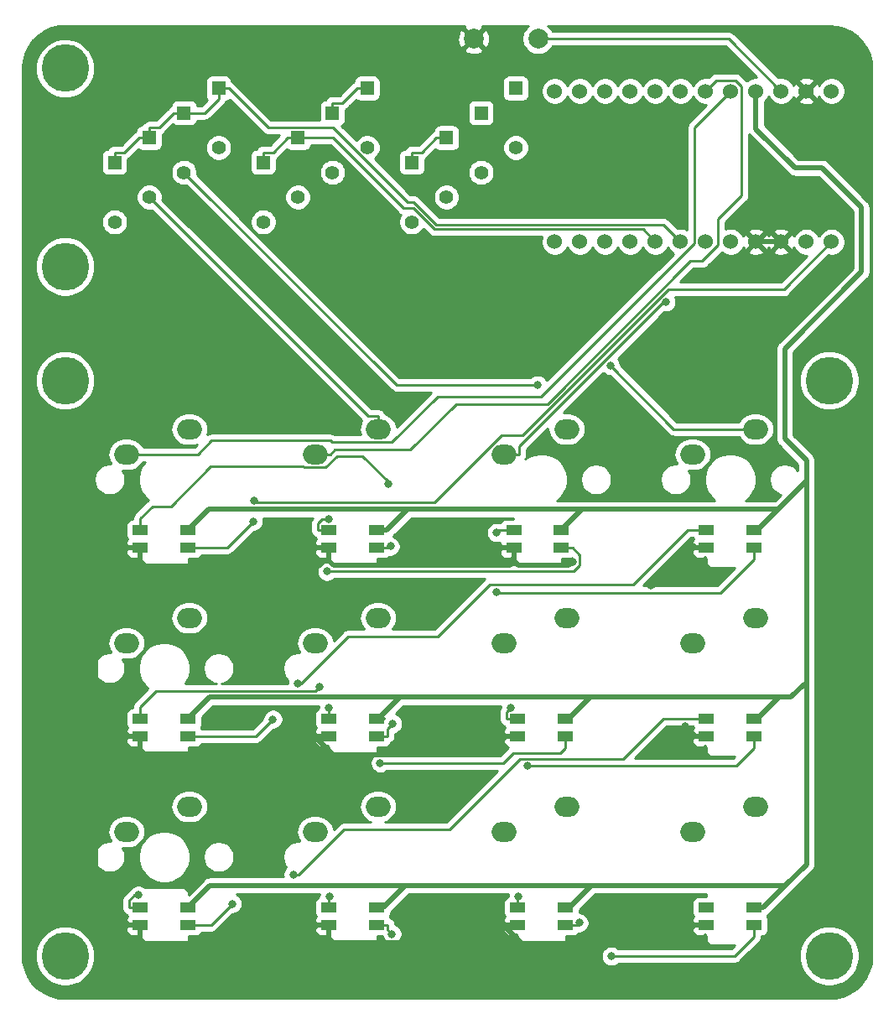
<source format=gbl>
G04 #@! TF.GenerationSoftware,KiCad,Pcbnew,5.1.6*
G04 #@! TF.CreationDate,2020-06-26T00:36:41+09:00*
G04 #@! TF.ProjectId,firststep12,66697273-7473-4746-9570-31322e6b6963,rev?*
G04 #@! TF.SameCoordinates,Original*
G04 #@! TF.FileFunction,Copper,L2,Bot*
G04 #@! TF.FilePolarity,Positive*
%FSLAX46Y46*%
G04 Gerber Fmt 4.6, Leading zero omitted, Abs format (unit mm)*
G04 Created by KiCad (PCBNEW 5.1.6) date 2020-06-26 00:36:41*
%MOMM*%
%LPD*%
G01*
G04 APERTURE LIST*
G04 #@! TA.AperFunction,ComponentPad*
%ADD10C,4.800000*%
G04 #@! TD*
G04 #@! TA.AperFunction,SMDPad,CuDef*
%ADD11R,1.600000X1.000000*%
G04 #@! TD*
G04 #@! TA.AperFunction,ComponentPad*
%ADD12R,1.397000X1.397000*%
G04 #@! TD*
G04 #@! TA.AperFunction,ComponentPad*
%ADD13C,1.397000*%
G04 #@! TD*
G04 #@! TA.AperFunction,ComponentPad*
%ADD14O,2.500000X2.000000*%
G04 #@! TD*
G04 #@! TA.AperFunction,ComponentPad*
%ADD15C,2.000000*%
G04 #@! TD*
G04 #@! TA.AperFunction,ComponentPad*
%ADD16C,1.524000*%
G04 #@! TD*
G04 #@! TA.AperFunction,ViaPad*
%ADD17C,0.800000*%
G04 #@! TD*
G04 #@! TA.AperFunction,Conductor*
%ADD18C,0.250000*%
G04 #@! TD*
G04 #@! TA.AperFunction,Conductor*
%ADD19C,0.500000*%
G04 #@! TD*
G04 #@! TA.AperFunction,Conductor*
%ADD20C,0.254000*%
G04 #@! TD*
G04 APERTURE END LIST*
D10*
G04 #@! TO.P,H2,*
G04 #@! TO.N,*
X83090000Y-67465000D03*
G04 #@! TD*
D11*
G04 #@! TO.P,L3,2*
G04 #@! TO.N,GND*
X128390000Y-95840000D03*
G04 #@! TO.P,L3,1*
G04 #@! TO.N,Net-(L3-Pad1)*
X128390000Y-94090000D03*
G04 #@! TO.P,L3,4*
G04 #@! TO.N,VCC*
X133190000Y-94090000D03*
G04 #@! TO.P,L3,3*
G04 #@! TO.N,Net-(L2-Pad1)*
X133190000Y-95840000D03*
G04 #@! TD*
G04 #@! TO.P,L2,2*
G04 #@! TO.N,GND*
X109740000Y-95840000D03*
G04 #@! TO.P,L2,1*
G04 #@! TO.N,Net-(L2-Pad1)*
X109740000Y-94090000D03*
G04 #@! TO.P,L2,4*
G04 #@! TO.N,VCC*
X114540000Y-94090000D03*
G04 #@! TO.P,L2,3*
G04 #@! TO.N,Net-(L1-Pad1)*
X114540000Y-95840000D03*
G04 #@! TD*
G04 #@! TO.P,L1,2*
G04 #@! TO.N,GND*
X90690000Y-95840000D03*
G04 #@! TO.P,L1,1*
G04 #@! TO.N,Net-(L1-Pad1)*
X90690000Y-94090000D03*
G04 #@! TO.P,L1,4*
G04 #@! TO.N,VCC*
X95490000Y-94090000D03*
G04 #@! TO.P,L1,3*
G04 #@! TO.N,led*
X95490000Y-95840000D03*
G04 #@! TD*
G04 #@! TO.P,L4,2*
G04 #@! TO.N,GND*
X147840000Y-95840000D03*
G04 #@! TO.P,L4,1*
G04 #@! TO.N,Net-(L4-Pad1)*
X147840000Y-94090000D03*
G04 #@! TO.P,L4,4*
G04 #@! TO.N,VCC*
X152640000Y-94090000D03*
G04 #@! TO.P,L4,3*
G04 #@! TO.N,Net-(L3-Pad1)*
X152640000Y-95840000D03*
G04 #@! TD*
G04 #@! TO.P,L5,2*
G04 #@! TO.N,GND*
X90690000Y-114890000D03*
G04 #@! TO.P,L5,1*
G04 #@! TO.N,Net-(L5-Pad1)*
X90690000Y-113140000D03*
G04 #@! TO.P,L5,4*
G04 #@! TO.N,VCC*
X95490000Y-113140000D03*
G04 #@! TO.P,L5,3*
G04 #@! TO.N,Net-(L4-Pad1)*
X95490000Y-114890000D03*
G04 #@! TD*
G04 #@! TO.P,L6,2*
G04 #@! TO.N,GND*
X109740000Y-114890000D03*
G04 #@! TO.P,L6,1*
G04 #@! TO.N,Net-(L6-Pad1)*
X109740000Y-113140000D03*
G04 #@! TO.P,L6,4*
G04 #@! TO.N,VCC*
X114540000Y-113140000D03*
G04 #@! TO.P,L6,3*
G04 #@! TO.N,Net-(L5-Pad1)*
X114540000Y-114890000D03*
G04 #@! TD*
G04 #@! TO.P,L7,2*
G04 #@! TO.N,GND*
X128790000Y-114890000D03*
G04 #@! TO.P,L7,1*
G04 #@! TO.N,Net-(L7-Pad1)*
X128790000Y-113140000D03*
G04 #@! TO.P,L7,4*
G04 #@! TO.N,VCC*
X133590000Y-113140000D03*
G04 #@! TO.P,L7,3*
G04 #@! TO.N,Net-(L6-Pad1)*
X133590000Y-114890000D03*
G04 #@! TD*
G04 #@! TO.P,L8,2*
G04 #@! TO.N,GND*
X147840000Y-114890000D03*
G04 #@! TO.P,L8,1*
G04 #@! TO.N,Net-(L8-Pad1)*
X147840000Y-113140000D03*
G04 #@! TO.P,L8,4*
G04 #@! TO.N,VCC*
X152640000Y-113140000D03*
G04 #@! TO.P,L8,3*
G04 #@! TO.N,Net-(L7-Pad1)*
X152640000Y-114890000D03*
G04 #@! TD*
G04 #@! TO.P,L9,2*
G04 #@! TO.N,GND*
X90690000Y-133940000D03*
G04 #@! TO.P,L9,1*
G04 #@! TO.N,Net-(L10-Pad3)*
X90690000Y-132190000D03*
G04 #@! TO.P,L9,4*
G04 #@! TO.N,VCC*
X95490000Y-132190000D03*
G04 #@! TO.P,L9,3*
G04 #@! TO.N,Net-(L8-Pad1)*
X95490000Y-133940000D03*
G04 #@! TD*
G04 #@! TO.P,L10,2*
G04 #@! TO.N,GND*
X109740000Y-133940000D03*
G04 #@! TO.P,L10,1*
G04 #@! TO.N,Net-(L10-Pad1)*
X109740000Y-132190000D03*
G04 #@! TO.P,L10,4*
G04 #@! TO.N,VCC*
X114540000Y-132190000D03*
G04 #@! TO.P,L10,3*
G04 #@! TO.N,Net-(L10-Pad3)*
X114540000Y-133940000D03*
G04 #@! TD*
G04 #@! TO.P,L11,2*
G04 #@! TO.N,GND*
X128790000Y-133940000D03*
G04 #@! TO.P,L11,1*
G04 #@! TO.N,Net-(L11-Pad1)*
X128790000Y-132190000D03*
G04 #@! TO.P,L11,4*
G04 #@! TO.N,VCC*
X133590000Y-132190000D03*
G04 #@! TO.P,L11,3*
G04 #@! TO.N,Net-(L10-Pad1)*
X133590000Y-133940000D03*
G04 #@! TD*
G04 #@! TO.P,L12,2*
G04 #@! TO.N,GND*
X147840000Y-133940000D03*
G04 #@! TO.P,L12,1*
G04 #@! TO.N,Net-(L12-Pad1)*
X147840000Y-132190000D03*
G04 #@! TO.P,L12,4*
G04 #@! TO.N,VCC*
X152640000Y-132190000D03*
G04 #@! TO.P,L12,3*
G04 #@! TO.N,Net-(L11-Pad1)*
X152640000Y-133940000D03*
G04 #@! TD*
D10*
G04 #@! TO.P,H1,*
G04 #@! TO.N,*
X83090000Y-47465000D03*
G04 #@! TD*
G04 #@! TO.P,H4,*
G04 #@! TO.N,*
X160240000Y-78965000D03*
G04 #@! TD*
G04 #@! TO.P,H3,*
G04 #@! TO.N,*
X83090000Y-78965000D03*
G04 #@! TD*
G04 #@! TO.P,H6,*
G04 #@! TO.N,*
X160240000Y-137065000D03*
G04 #@! TD*
G04 #@! TO.P,H5,*
G04 #@! TO.N,*
X83090000Y-137065000D03*
G04 #@! TD*
D12*
G04 #@! TO.P,D1,1*
G04 #@! TO.N,row0*
X88090000Y-56965000D03*
D13*
G04 #@! TO.P,D1,2*
G04 #@! TO.N,Net-(D1-Pad2)*
X88090000Y-62965000D03*
G04 #@! TD*
G04 #@! TO.P,D2,2*
G04 #@! TO.N,Net-(D2-Pad2)*
X91590000Y-60465000D03*
D12*
G04 #@! TO.P,D2,1*
G04 #@! TO.N,row0*
X91590000Y-54465000D03*
G04 #@! TD*
D13*
G04 #@! TO.P,D3,2*
G04 #@! TO.N,Net-(D3-Pad2)*
X95090000Y-57965000D03*
D12*
G04 #@! TO.P,D3,1*
G04 #@! TO.N,row0*
X95090000Y-51965000D03*
G04 #@! TD*
G04 #@! TO.P,D4,1*
G04 #@! TO.N,row0*
X98590000Y-49465000D03*
D13*
G04 #@! TO.P,D4,2*
G04 #@! TO.N,Net-(D4-Pad2)*
X98590000Y-55465000D03*
G04 #@! TD*
D12*
G04 #@! TO.P,D5,1*
G04 #@! TO.N,row1*
X103090000Y-56965000D03*
D13*
G04 #@! TO.P,D5,2*
G04 #@! TO.N,Net-(D5-Pad2)*
X103090000Y-62965000D03*
G04 #@! TD*
G04 #@! TO.P,D6,2*
G04 #@! TO.N,Net-(D6-Pad2)*
X106590000Y-60465000D03*
D12*
G04 #@! TO.P,D6,1*
G04 #@! TO.N,row1*
X106590000Y-54465000D03*
G04 #@! TD*
G04 #@! TO.P,D7,1*
G04 #@! TO.N,row1*
X110090000Y-51965000D03*
D13*
G04 #@! TO.P,D7,2*
G04 #@! TO.N,Net-(D7-Pad2)*
X110090000Y-57965000D03*
G04 #@! TD*
G04 #@! TO.P,D8,2*
G04 #@! TO.N,Net-(D8-Pad2)*
X113590000Y-55465000D03*
D12*
G04 #@! TO.P,D8,1*
G04 #@! TO.N,row1*
X113590000Y-49465000D03*
G04 #@! TD*
D13*
G04 #@! TO.P,D9,2*
G04 #@! TO.N,Net-(D9-Pad2)*
X118090000Y-62965000D03*
D12*
G04 #@! TO.P,D9,1*
G04 #@! TO.N,row2*
X118090000Y-56965000D03*
G04 #@! TD*
G04 #@! TO.P,D10,1*
G04 #@! TO.N,row2*
X121590000Y-54465000D03*
D13*
G04 #@! TO.P,D10,2*
G04 #@! TO.N,Net-(D10-Pad2)*
X121590000Y-60465000D03*
G04 #@! TD*
G04 #@! TO.P,D11,2*
G04 #@! TO.N,Net-(D11-Pad2)*
X125090000Y-57965000D03*
D12*
G04 #@! TO.P,D11,1*
G04 #@! TO.N,row2*
X125090000Y-51965000D03*
G04 #@! TD*
G04 #@! TO.P,D12,1*
G04 #@! TO.N,row2*
X128590000Y-49465000D03*
D13*
G04 #@! TO.P,D12,2*
G04 #@! TO.N,Net-(D12-Pad2)*
X128590000Y-55465000D03*
G04 #@! TD*
D14*
G04 #@! TO.P,SW1,2*
G04 #@! TO.N,Net-(D1-Pad2)*
X95630000Y-83885000D03*
G04 #@! TO.P,SW1,1*
G04 #@! TO.N,col0*
X89280000Y-86425000D03*
G04 #@! TD*
G04 #@! TO.P,SW2,1*
G04 #@! TO.N,col1*
X108330000Y-86425000D03*
G04 #@! TO.P,SW2,2*
G04 #@! TO.N,Net-(D2-Pad2)*
X114680000Y-83885000D03*
G04 #@! TD*
G04 #@! TO.P,SW3,2*
G04 #@! TO.N,Net-(D3-Pad2)*
X133730000Y-83885000D03*
G04 #@! TO.P,SW3,1*
G04 #@! TO.N,col2*
X127380000Y-86425000D03*
G04 #@! TD*
G04 #@! TO.P,SW4,1*
G04 #@! TO.N,col3*
X146430000Y-86425000D03*
G04 #@! TO.P,SW4,2*
G04 #@! TO.N,Net-(D4-Pad2)*
X152780000Y-83885000D03*
G04 #@! TD*
G04 #@! TO.P,SW5,1*
G04 #@! TO.N,col0*
X89280000Y-105475000D03*
G04 #@! TO.P,SW5,2*
G04 #@! TO.N,Net-(D5-Pad2)*
X95630000Y-102935000D03*
G04 #@! TD*
G04 #@! TO.P,SW6,2*
G04 #@! TO.N,Net-(D6-Pad2)*
X114680000Y-102935000D03*
G04 #@! TO.P,SW6,1*
G04 #@! TO.N,col1*
X108330000Y-105475000D03*
G04 #@! TD*
G04 #@! TO.P,SW7,1*
G04 #@! TO.N,col2*
X127380000Y-105475000D03*
G04 #@! TO.P,SW7,2*
G04 #@! TO.N,Net-(D7-Pad2)*
X133730000Y-102935000D03*
G04 #@! TD*
G04 #@! TO.P,SW8,2*
G04 #@! TO.N,Net-(D8-Pad2)*
X152780000Y-102935000D03*
G04 #@! TO.P,SW8,1*
G04 #@! TO.N,col3*
X146430000Y-105475000D03*
G04 #@! TD*
G04 #@! TO.P,SW9,1*
G04 #@! TO.N,col0*
X89280000Y-124525000D03*
G04 #@! TO.P,SW9,2*
G04 #@! TO.N,Net-(D9-Pad2)*
X95630000Y-121985000D03*
G04 #@! TD*
G04 #@! TO.P,SW10,2*
G04 #@! TO.N,Net-(D10-Pad2)*
X114680000Y-121985000D03*
G04 #@! TO.P,SW10,1*
G04 #@! TO.N,col1*
X108330000Y-124525000D03*
G04 #@! TD*
G04 #@! TO.P,SW11,2*
G04 #@! TO.N,Net-(D11-Pad2)*
X133730000Y-121985000D03*
G04 #@! TO.P,SW11,1*
G04 #@! TO.N,col2*
X127380000Y-124525000D03*
G04 #@! TD*
G04 #@! TO.P,SW12,1*
G04 #@! TO.N,col3*
X146430000Y-124525000D03*
G04 #@! TO.P,SW12,2*
G04 #@! TO.N,Net-(D12-Pad2)*
X152780000Y-121985000D03*
G04 #@! TD*
D15*
G04 #@! TO.P,SW13,1*
G04 #@! TO.N,GND*
X124340000Y-44465000D03*
G04 #@! TO.P,SW13,2*
G04 #@! TO.N,reset*
X130840000Y-44465000D03*
G04 #@! TD*
D16*
G04 #@! TO.P,U1,1*
G04 #@! TO.N,led*
X160468000Y-64976400D03*
G04 #@! TO.P,U1,2*
G04 #@! TO.N,Net-(U1-Pad2)*
X157928000Y-64976400D03*
G04 #@! TO.P,U1,3*
G04 #@! TO.N,GND*
X155388000Y-64976400D03*
G04 #@! TO.P,U1,4*
X152848000Y-64976400D03*
G04 #@! TO.P,U1,5*
G04 #@! TO.N,Net-(U1-Pad5)*
X150308000Y-64976400D03*
G04 #@! TO.P,U1,6*
G04 #@! TO.N,Net-(U1-Pad6)*
X147768000Y-64976400D03*
G04 #@! TO.P,U1,7*
G04 #@! TO.N,row0*
X145228000Y-64976400D03*
G04 #@! TO.P,U1,8*
G04 #@! TO.N,row1*
X142688000Y-64976400D03*
G04 #@! TO.P,U1,9*
G04 #@! TO.N,row2*
X140148000Y-64976400D03*
G04 #@! TO.P,U1,10*
G04 #@! TO.N,Net-(U1-Pad10)*
X137608000Y-64976400D03*
G04 #@! TO.P,U1,11*
G04 #@! TO.N,Net-(U1-Pad11)*
X135068000Y-64976400D03*
G04 #@! TO.P,U1,12*
G04 #@! TO.N,Net-(U1-Pad12)*
X132528000Y-64976400D03*
G04 #@! TO.P,U1,13*
G04 #@! TO.N,Net-(U1-Pad13)*
X132528000Y-49756400D03*
G04 #@! TO.P,U1,14*
G04 #@! TO.N,Net-(U1-Pad14)*
X135068000Y-49756400D03*
G04 #@! TO.P,U1,15*
G04 #@! TO.N,Net-(U1-Pad15)*
X137608000Y-49756400D03*
G04 #@! TO.P,U1,16*
G04 #@! TO.N,Net-(U1-Pad16)*
X140148000Y-49756400D03*
G04 #@! TO.P,U1,17*
G04 #@! TO.N,col3*
X142688000Y-49756400D03*
G04 #@! TO.P,U1,18*
G04 #@! TO.N,col2*
X145228000Y-49756400D03*
G04 #@! TO.P,U1,19*
G04 #@! TO.N,col1*
X147768000Y-49756400D03*
G04 #@! TO.P,U1,20*
G04 #@! TO.N,col0*
X150308000Y-49756400D03*
G04 #@! TO.P,U1,21*
G04 #@! TO.N,VCC*
X152848000Y-49756400D03*
G04 #@! TO.P,U1,22*
G04 #@! TO.N,reset*
X155388000Y-49756400D03*
G04 #@! TO.P,U1,23*
G04 #@! TO.N,GND*
X157928000Y-49756400D03*
G04 #@! TO.P,U1,24*
G04 #@! TO.N,Net-(U1-Pad24)*
X160468000Y-49756400D03*
G04 #@! TD*
D17*
G04 #@! TO.N,Net-(D3-Pad2)*
X130793200Y-79409700D03*
G04 #@! TO.N,Net-(D4-Pad2)*
X138136000Y-77470800D03*
G04 #@! TO.N,GND*
X134325500Y-97268300D03*
X142205600Y-99690900D03*
X146429400Y-95785500D03*
X145655500Y-113901800D03*
G04 #@! TO.N,Net-(L1-Pad1)*
X115940300Y-95718000D03*
X115747500Y-89420200D03*
G04 #@! TO.N,led*
X102099100Y-93195800D03*
X102138500Y-91114600D03*
G04 #@! TO.N,Net-(L2-Pad1)*
X109529800Y-98264800D03*
X109738000Y-92976600D03*
G04 #@! TO.N,Net-(L3-Pad1)*
X126645900Y-94346300D03*
X126645900Y-100336600D03*
G04 #@! TO.N,Net-(L4-Pad1)*
X106559600Y-109590200D03*
X104069400Y-113179500D03*
G04 #@! TO.N,Net-(L5-Pad1)*
X108770500Y-109887100D03*
X116162500Y-113628700D03*
G04 #@! TO.N,Net-(L6-Pad1)*
X109740000Y-112007800D03*
X114916500Y-117594100D03*
G04 #@! TO.N,Net-(L7-Pad1)*
X128077000Y-112022500D03*
X129768800Y-117879400D03*
G04 #@! TO.N,Net-(L8-Pad1)*
X106116300Y-128865000D03*
X99968700Y-131794600D03*
G04 #@! TO.N,Net-(L10-Pad3)*
X90495500Y-130939500D03*
X116100000Y-134848200D03*
G04 #@! TO.N,Net-(L10-Pad1)*
X109772700Y-131081300D03*
X134991100Y-133724000D03*
G04 #@! TO.N,Net-(L11-Pad1)*
X128838400Y-131057800D03*
X138238500Y-137098500D03*
G04 #@! TO.N,col2*
X143769500Y-71061400D03*
G04 #@! TD*
D18*
G04 #@! TO.N,row0*
X145228000Y-64976400D02*
X143509500Y-63257900D01*
X143509500Y-63257900D02*
X120571800Y-63257900D01*
X120571800Y-63257900D02*
X118285500Y-60971600D01*
X118285500Y-60971600D02*
X117648600Y-60971600D01*
X117648600Y-60971600D02*
X110118100Y-53441100D01*
X110118100Y-53441100D02*
X103589900Y-53441100D01*
X103589900Y-53441100D02*
X99613800Y-49465000D01*
X94578100Y-51965000D02*
X95090000Y-51965000D01*
X94578100Y-51965000D02*
X94066200Y-51965000D01*
X98590000Y-49465000D02*
X99613800Y-49465000D01*
X91590000Y-54465000D02*
X91590000Y-53441200D01*
X94066200Y-51965000D02*
X92590000Y-53441200D01*
X92590000Y-53441200D02*
X91590000Y-53441200D01*
X88090000Y-56965000D02*
X88090000Y-55941200D01*
X91590000Y-54465000D02*
X90566200Y-54465000D01*
X90566200Y-54465000D02*
X89090000Y-55941200D01*
X89090000Y-55941200D02*
X88090000Y-55941200D01*
X98590000Y-50488800D02*
X98590000Y-49465000D01*
X98590000Y-50565000D02*
X98590000Y-50488800D01*
X97190000Y-51965000D02*
X98590000Y-50565000D01*
X95090000Y-51965000D02*
X97190000Y-51965000D01*
G04 #@! TO.N,Net-(D2-Pad2)*
X114680000Y-83885000D02*
X114680000Y-82559700D01*
X114680000Y-82559700D02*
X113684700Y-82559700D01*
X113684700Y-82559700D02*
X91590000Y-60465000D01*
G04 #@! TO.N,Net-(D3-Pad2)*
X130793200Y-79409700D02*
X116534700Y-79409700D01*
X116534700Y-79409700D02*
X95090000Y-57965000D01*
G04 #@! TO.N,Net-(D4-Pad2)*
X152780000Y-83885000D02*
X144550200Y-83885000D01*
X144550200Y-83885000D02*
X138136000Y-77470800D01*
G04 #@! TO.N,row1*
X103090000Y-56965000D02*
X103090000Y-55941200D01*
X106590000Y-54465000D02*
X105566200Y-54465000D01*
X105566200Y-54465000D02*
X104090000Y-55941200D01*
X104090000Y-55941200D02*
X103090000Y-55941200D01*
X142688000Y-64976400D02*
X141419800Y-63708200D01*
X141419800Y-63708200D02*
X120385200Y-63708200D01*
X120385200Y-63708200D02*
X118258200Y-61581200D01*
X118258200Y-61581200D02*
X117276600Y-61581200D01*
X117276600Y-61581200D02*
X110160400Y-54465000D01*
X110160400Y-54465000D02*
X106590000Y-54465000D01*
X110090000Y-51965000D02*
X110090000Y-50941200D01*
X113590000Y-49465000D02*
X112566200Y-49465000D01*
X112566200Y-49465000D02*
X111090000Y-50941200D01*
X111090000Y-50941200D02*
X110090000Y-50941200D01*
G04 #@! TO.N,row2*
X118090000Y-56965000D02*
X118090000Y-55941200D01*
X121590000Y-54465000D02*
X120566200Y-54465000D01*
X120566200Y-54465000D02*
X119090000Y-55941200D01*
X119090000Y-55941200D02*
X118090000Y-55941200D01*
D19*
G04 #@! TO.N,GND*
X128390000Y-97247700D02*
X128390000Y-95840000D01*
X109740000Y-97208700D02*
X110196700Y-97665400D01*
X110196700Y-97665400D02*
X127972300Y-97665400D01*
X127972300Y-97665400D02*
X128390000Y-97247700D01*
X128390000Y-97247700D02*
X128807700Y-97665400D01*
X128807700Y-97665400D02*
X133928400Y-97665400D01*
X133928400Y-97665400D02*
X134325500Y-97268300D01*
X90690000Y-114890000D02*
X89439700Y-114890000D01*
X89439700Y-114890000D02*
X86180200Y-111630500D01*
X86180200Y-111630500D02*
X86180200Y-102671300D01*
X86180200Y-102671300D02*
X91162900Y-97688600D01*
X91158800Y-116722600D02*
X90690000Y-116253800D01*
X90690000Y-116253800D02*
X90690000Y-114890000D01*
X91162900Y-97688600D02*
X90690000Y-97215700D01*
X90690000Y-97215700D02*
X90690000Y-95840000D01*
X109740000Y-97208700D02*
X109168200Y-97208700D01*
X109168200Y-97208700D02*
X108688300Y-97688600D01*
X108688300Y-97688600D02*
X91162900Y-97688600D01*
X109740000Y-95840000D02*
X109740000Y-97208700D01*
X142205600Y-99690900D02*
X142524000Y-99690900D01*
X142524000Y-99690900D02*
X146429400Y-95785500D01*
X146589700Y-95840000D02*
X146535200Y-95785500D01*
X146535200Y-95785500D02*
X146429400Y-95785500D01*
X147840000Y-95840000D02*
X146589700Y-95840000D01*
X146589700Y-114890000D02*
X146589700Y-114836000D01*
X146589700Y-114836000D02*
X145655500Y-113901800D01*
X147840000Y-114890000D02*
X146589700Y-114890000D01*
X90690000Y-133940000D02*
X89439700Y-133940000D01*
X89439700Y-133940000D02*
X86165000Y-130665300D01*
X86165000Y-130665300D02*
X86165000Y-121716400D01*
X86165000Y-121716400D02*
X91158800Y-116722600D01*
X108489700Y-133940000D02*
X106638200Y-135791500D01*
X106638200Y-135791500D02*
X91096400Y-135791500D01*
X91096400Y-135791500D02*
X90690000Y-135385100D01*
X90690000Y-135385100D02*
X90690000Y-133940000D01*
X108386400Y-114993300D02*
X106657100Y-116722600D01*
X106657100Y-116722600D02*
X91158800Y-116722600D01*
X146589700Y-133940000D02*
X144755700Y-135774000D01*
X144755700Y-135774000D02*
X129155900Y-135774000D01*
X129155900Y-135774000D02*
X127430800Y-134048900D01*
X127430800Y-134048900D02*
X127539700Y-133940000D01*
X127430800Y-134048900D02*
X125714300Y-135765400D01*
X125714300Y-135765400D02*
X110161400Y-135765400D01*
X110161400Y-135765400D02*
X109740000Y-135344000D01*
X109740000Y-135344000D02*
X109740000Y-133940000D01*
X147840000Y-133940000D02*
X146589700Y-133940000D01*
X108489700Y-114890000D02*
X108386400Y-114993300D01*
X108386400Y-114993300D02*
X110118200Y-116725200D01*
X110118200Y-116725200D02*
X125704500Y-116725200D01*
X125704500Y-116725200D02*
X127539700Y-114890000D01*
X128790000Y-114890000D02*
X127539700Y-114890000D01*
X109740000Y-114890000D02*
X108489700Y-114890000D01*
X128790000Y-133940000D02*
X127539700Y-133940000D01*
X109740000Y-133940000D02*
X108489700Y-133940000D01*
X152848000Y-64976400D02*
X155388000Y-64976400D01*
D18*
G04 #@! TO.N,Net-(L1-Pad1)*
X114540000Y-95840000D02*
X115665300Y-95840000D01*
X115665300Y-95840000D02*
X115787300Y-95718000D01*
X115787300Y-95718000D02*
X115940300Y-95718000D01*
X90690000Y-94090000D02*
X90690000Y-92900600D01*
X90690000Y-92900600D02*
X91928200Y-91662400D01*
X91928200Y-91662400D02*
X93754700Y-91662400D01*
X93754700Y-91662400D02*
X97794500Y-87622600D01*
X97794500Y-87622600D02*
X107101400Y-87622600D01*
X107101400Y-87622600D02*
X107245600Y-87766800D01*
X107245600Y-87766800D02*
X109399700Y-87766800D01*
X109399700Y-87766800D02*
X110571400Y-86595100D01*
X110571400Y-86595100D02*
X113136200Y-86595100D01*
X113136200Y-86595100D02*
X115747500Y-89206400D01*
X115747500Y-89206400D02*
X115747500Y-89420200D01*
D19*
G04 #@! TO.N,VCC*
X157940000Y-89115000D02*
X157940000Y-109615000D01*
X114715000Y-113140000D02*
X115215000Y-113140000D01*
X114540000Y-113140000D02*
X114715000Y-113140000D01*
X114715000Y-113140000D02*
X116890000Y-110965000D01*
X152715000Y-113140000D02*
X153015000Y-113140000D01*
X153015000Y-113140000D02*
X155190000Y-110965000D01*
X152640000Y-113140000D02*
X152715000Y-113140000D01*
X154765000Y-91965000D02*
X135290000Y-91965000D01*
X155090000Y-91965000D02*
X154765000Y-91965000D01*
X152640000Y-94090000D02*
X152965000Y-94090000D01*
X152965000Y-94090000D02*
X155090000Y-91965000D01*
X152640000Y-132190000D02*
X153565000Y-132190000D01*
X153565000Y-132190000D02*
X155790000Y-129965000D01*
X155090000Y-91965000D02*
X154765000Y-91965000D01*
X157940000Y-109615000D02*
X157740000Y-109615000D01*
X157740000Y-109615000D02*
X156390000Y-110965000D01*
X156390000Y-110965000D02*
X155190000Y-110965000D01*
X155190000Y-110965000D02*
X136090000Y-110965000D01*
X136090000Y-110965000D02*
X116890000Y-110965000D01*
X133590000Y-113140000D02*
X133915000Y-113140000D01*
X133915000Y-113140000D02*
X136090000Y-110965000D01*
X114540000Y-113140000D02*
X114715000Y-113140000D01*
X116890000Y-110965000D02*
X97665000Y-110965000D01*
X97665000Y-110965000D02*
X95490000Y-113140000D01*
X135290000Y-91965000D02*
X117690000Y-91965000D01*
X133190000Y-94090000D02*
X133190000Y-94065000D01*
X133190000Y-94065000D02*
X135290000Y-91965000D01*
X114540000Y-94090000D02*
X115565000Y-94090000D01*
X115565000Y-94090000D02*
X117690000Y-91965000D01*
X117690000Y-91965000D02*
X97615000Y-91965000D01*
X97615000Y-91965000D02*
X95490000Y-94090000D01*
X157940000Y-89115000D02*
X155090000Y-91965000D01*
X152640000Y-113140000D02*
X152715000Y-113140000D01*
X133590000Y-113140000D02*
X133590000Y-113065000D01*
X157940000Y-109615000D02*
X157940000Y-127815000D01*
X157940000Y-127815000D02*
X155790000Y-129965000D01*
X155790000Y-129965000D02*
X136240000Y-129965000D01*
X136240000Y-129965000D02*
X117440000Y-129965000D01*
X133590000Y-132190000D02*
X134015000Y-132190000D01*
X134015000Y-132190000D02*
X136240000Y-129965000D01*
X117440000Y-129965000D02*
X97715000Y-129965000D01*
X97715000Y-129965000D02*
X95490000Y-132190000D01*
X114540000Y-132190000D02*
X115215000Y-132190000D01*
X115215000Y-132190000D02*
X117440000Y-129965000D01*
X155740000Y-84865000D02*
X157940000Y-87065000D01*
X155740000Y-75765000D02*
X155740000Y-84865000D01*
X163490000Y-61515000D02*
X163490000Y-68015000D01*
X157940000Y-87065000D02*
X157940000Y-89115000D01*
X159490000Y-57515000D02*
X163490000Y-61515000D01*
X163490000Y-68015000D02*
X155740000Y-75765000D01*
X156790000Y-57515000D02*
X159490000Y-57515000D01*
X152848000Y-53573000D02*
X156790000Y-57515000D01*
X152848000Y-49756400D02*
X152848000Y-53573000D01*
D18*
G04 #@! TO.N,led*
X102138500Y-91114600D02*
X102323700Y-91299800D01*
X102323700Y-91299800D02*
X120380800Y-91299800D01*
X120380800Y-91299800D02*
X127143500Y-84537100D01*
X127143500Y-84537100D02*
X129267900Y-84537100D01*
X129267900Y-84537100D02*
X144008000Y-69797000D01*
X144008000Y-69797000D02*
X155647500Y-69797000D01*
X155647500Y-69797000D02*
X155647500Y-69796900D01*
X155647500Y-69796900D02*
X160468000Y-64976400D01*
X102099100Y-93195800D02*
X99454900Y-95840000D01*
X99454900Y-95840000D02*
X95490000Y-95840000D01*
G04 #@! TO.N,Net-(L2-Pad1)*
X109740000Y-94090000D02*
X108614700Y-94090000D01*
X108614700Y-94090000D02*
X108614700Y-93394100D01*
X108614700Y-93394100D02*
X109032200Y-92976600D01*
X109032200Y-92976600D02*
X109738000Y-92976600D01*
X134315300Y-95840000D02*
X135058900Y-96583600D01*
X135058900Y-96583600D02*
X135058900Y-97673000D01*
X135058900Y-97673000D02*
X134467100Y-98264800D01*
X134467100Y-98264800D02*
X109529800Y-98264800D01*
X133190000Y-95840000D02*
X134315300Y-95840000D01*
G04 #@! TO.N,Net-(L3-Pad1)*
X127264700Y-94090000D02*
X126902200Y-94090000D01*
X126902200Y-94090000D02*
X126645900Y-94346300D01*
X128390000Y-94090000D02*
X127264700Y-94090000D01*
X152640000Y-95840000D02*
X152640000Y-97058200D01*
X152640000Y-97058200D02*
X149259700Y-100438500D01*
X149259700Y-100438500D02*
X126747800Y-100438500D01*
X126747800Y-100438500D02*
X126645900Y-100336600D01*
G04 #@! TO.N,Net-(L4-Pad1)*
X106559600Y-109590200D02*
X106917800Y-109590200D01*
X106917800Y-109590200D02*
X111681400Y-104826600D01*
X111681400Y-104826600D02*
X120706000Y-104826600D01*
X120706000Y-104826600D02*
X125934900Y-99597700D01*
X125934900Y-99597700D02*
X140440400Y-99597700D01*
X140440400Y-99597700D02*
X145948100Y-94090000D01*
X145948100Y-94090000D02*
X147840000Y-94090000D01*
X95490000Y-114890000D02*
X102358900Y-114890000D01*
X102358900Y-114890000D02*
X104069400Y-113179500D01*
G04 #@! TO.N,Net-(L5-Pad1)*
X114540000Y-114890000D02*
X115665300Y-114890000D01*
X108770500Y-109887100D02*
X108317200Y-110340400D01*
X108317200Y-110340400D02*
X92260200Y-110340400D01*
X92260200Y-110340400D02*
X90690000Y-111910600D01*
X90690000Y-111910600D02*
X90690000Y-113140000D01*
X115665300Y-114890000D02*
X115665300Y-114125900D01*
X115665300Y-114125900D02*
X116162500Y-113628700D01*
G04 #@! TO.N,Net-(L6-Pad1)*
X109740000Y-113140000D02*
X109740000Y-112007800D01*
X133590000Y-114890000D02*
X133590000Y-116075500D01*
X133590000Y-116075500D02*
X133075100Y-116590400D01*
X133075100Y-116590400D02*
X128322700Y-116590400D01*
X128322700Y-116590400D02*
X127319000Y-117594100D01*
X127319000Y-117594100D02*
X114916500Y-117594100D01*
G04 #@! TO.N,Net-(L7-Pad1)*
X128790000Y-113140000D02*
X127664700Y-113140000D01*
X128077000Y-112022500D02*
X127664700Y-112434800D01*
X127664700Y-112434800D02*
X127664700Y-113140000D01*
X152640000Y-114890000D02*
X152640000Y-116075300D01*
X152640000Y-116075300D02*
X150835900Y-117879400D01*
X150835900Y-117879400D02*
X129768800Y-117879400D01*
G04 #@! TO.N,Net-(L8-Pad1)*
X147840000Y-113140000D02*
X143485100Y-113140000D01*
X143485100Y-113140000D02*
X139471000Y-117154100D01*
X139471000Y-117154100D02*
X129032800Y-117154100D01*
X129032800Y-117154100D02*
X121878700Y-124308200D01*
X121878700Y-124308200D02*
X111257400Y-124308200D01*
X111257400Y-124308200D02*
X106700600Y-128865000D01*
X106700600Y-128865000D02*
X106116300Y-128865000D01*
X95490000Y-133940000D02*
X97823300Y-133940000D01*
X97823300Y-133940000D02*
X99968700Y-131794600D01*
G04 #@! TO.N,Net-(L10-Pad3)*
X114540000Y-133940000D02*
X115665300Y-133940000D01*
X90690000Y-132190000D02*
X89564700Y-132190000D01*
X90495500Y-130939500D02*
X90108200Y-130939500D01*
X90108200Y-130939500D02*
X89564700Y-131483000D01*
X89564700Y-131483000D02*
X89564700Y-132190000D01*
X115665300Y-133940000D02*
X115665300Y-134413500D01*
X115665300Y-134413500D02*
X116100000Y-134848200D01*
G04 #@! TO.N,Net-(L10-Pad1)*
X133590000Y-133940000D02*
X134775100Y-133940000D01*
X134775100Y-133940000D02*
X134991100Y-133724000D01*
X109740000Y-132190000D02*
X109740000Y-131114000D01*
X109740000Y-131114000D02*
X109772700Y-131081300D01*
G04 #@! TO.N,Net-(L11-Pad1)*
X128790000Y-132190000D02*
X128790000Y-131106200D01*
X128790000Y-131106200D02*
X128838400Y-131057800D01*
X152640000Y-133940000D02*
X152640000Y-135125500D01*
X152640000Y-135125500D02*
X150667000Y-137098500D01*
X150667000Y-137098500D02*
X138238500Y-137098500D01*
G04 #@! TO.N,col0*
X150308000Y-49756400D02*
X146657400Y-53407000D01*
X146657400Y-53407000D02*
X146657400Y-65105200D01*
X146657400Y-65105200D02*
X131165600Y-80597000D01*
X131165600Y-80597000D02*
X120715900Y-80597000D01*
X120715900Y-80597000D02*
X116100600Y-85212300D01*
X116100600Y-85212300D02*
X110051700Y-85212300D01*
X110051700Y-85212300D02*
X109893600Y-85054200D01*
X109893600Y-85054200D02*
X97845600Y-85054200D01*
X97845600Y-85054200D02*
X96474800Y-86425000D01*
X96474800Y-86425000D02*
X90855300Y-86425000D01*
X89280000Y-86425000D02*
X90855300Y-86425000D01*
G04 #@! TO.N,col1*
X108330000Y-86425000D02*
X109905300Y-86425000D01*
X147768000Y-49756400D02*
X148868800Y-48655600D01*
X148868800Y-48655600D02*
X150754600Y-48655600D01*
X150754600Y-48655600D02*
X151401200Y-49302200D01*
X151401200Y-49302200D02*
X151401200Y-60323100D01*
X151401200Y-60323100D02*
X149038000Y-62686300D01*
X149038000Y-62686300D02*
X149038000Y-65302800D01*
X149038000Y-65302800D02*
X147416800Y-66924000D01*
X147416800Y-66924000D02*
X146244100Y-66924000D01*
X146244100Y-66924000D02*
X131772000Y-81396100D01*
X131772000Y-81396100D02*
X122541900Y-81396100D01*
X122541900Y-81396100D02*
X117952600Y-85985400D01*
X117952600Y-85985400D02*
X110344900Y-85985400D01*
X110344900Y-85985400D02*
X109905300Y-86425000D01*
G04 #@! TO.N,col2*
X127380000Y-86425000D02*
X128955300Y-86425000D01*
X143769500Y-71061400D02*
X143519700Y-71061400D01*
X143519700Y-71061400D02*
X128955300Y-85625800D01*
X128955300Y-85625800D02*
X128955300Y-86425000D01*
G04 #@! TO.N,reset*
X155388000Y-49756400D02*
X150096600Y-44465000D01*
X150096600Y-44465000D02*
X130840000Y-44465000D01*
G04 #@! TD*
D20*
G04 #@! TO.N,GND*
G36*
X123384192Y-43329587D02*
G01*
X124340000Y-44285395D01*
X125295808Y-43329587D01*
X125239818Y-43175000D01*
X129827700Y-43175000D01*
X129797748Y-43195013D01*
X129570013Y-43422748D01*
X129391082Y-43690537D01*
X129267832Y-43988088D01*
X129205000Y-44303967D01*
X129205000Y-44626033D01*
X129267832Y-44941912D01*
X129391082Y-45239463D01*
X129570013Y-45507252D01*
X129797748Y-45734987D01*
X130065537Y-45913918D01*
X130363088Y-46037168D01*
X130678967Y-46100000D01*
X131001033Y-46100000D01*
X131316912Y-46037168D01*
X131614463Y-45913918D01*
X131882252Y-45734987D01*
X132109987Y-45507252D01*
X132288918Y-45239463D01*
X132294909Y-45225000D01*
X149781799Y-45225000D01*
X152916198Y-48359400D01*
X152710408Y-48359400D01*
X152440510Y-48413086D01*
X152186273Y-48518395D01*
X151957465Y-48671280D01*
X151901274Y-48727471D01*
X151318403Y-48144602D01*
X151294601Y-48115599D01*
X151178876Y-48020626D01*
X151046847Y-47950054D01*
X150903586Y-47906597D01*
X150791933Y-47895600D01*
X150791922Y-47895600D01*
X150754600Y-47891924D01*
X150717278Y-47895600D01*
X148906122Y-47895600D01*
X148868799Y-47891924D01*
X148831476Y-47895600D01*
X148831467Y-47895600D01*
X148719814Y-47906597D01*
X148576553Y-47950054D01*
X148444524Y-48020626D01*
X148328799Y-48115599D01*
X148305001Y-48144597D01*
X148059570Y-48390028D01*
X147905592Y-48359400D01*
X147630408Y-48359400D01*
X147360510Y-48413086D01*
X147106273Y-48518395D01*
X146877465Y-48671280D01*
X146682880Y-48865865D01*
X146529995Y-49094673D01*
X146498000Y-49171915D01*
X146466005Y-49094673D01*
X146313120Y-48865865D01*
X146118535Y-48671280D01*
X145889727Y-48518395D01*
X145635490Y-48413086D01*
X145365592Y-48359400D01*
X145090408Y-48359400D01*
X144820510Y-48413086D01*
X144566273Y-48518395D01*
X144337465Y-48671280D01*
X144142880Y-48865865D01*
X143989995Y-49094673D01*
X143958000Y-49171915D01*
X143926005Y-49094673D01*
X143773120Y-48865865D01*
X143578535Y-48671280D01*
X143349727Y-48518395D01*
X143095490Y-48413086D01*
X142825592Y-48359400D01*
X142550408Y-48359400D01*
X142280510Y-48413086D01*
X142026273Y-48518395D01*
X141797465Y-48671280D01*
X141602880Y-48865865D01*
X141449995Y-49094673D01*
X141418000Y-49171915D01*
X141386005Y-49094673D01*
X141233120Y-48865865D01*
X141038535Y-48671280D01*
X140809727Y-48518395D01*
X140555490Y-48413086D01*
X140285592Y-48359400D01*
X140010408Y-48359400D01*
X139740510Y-48413086D01*
X139486273Y-48518395D01*
X139257465Y-48671280D01*
X139062880Y-48865865D01*
X138909995Y-49094673D01*
X138878000Y-49171915D01*
X138846005Y-49094673D01*
X138693120Y-48865865D01*
X138498535Y-48671280D01*
X138269727Y-48518395D01*
X138015490Y-48413086D01*
X137745592Y-48359400D01*
X137470408Y-48359400D01*
X137200510Y-48413086D01*
X136946273Y-48518395D01*
X136717465Y-48671280D01*
X136522880Y-48865865D01*
X136369995Y-49094673D01*
X136338000Y-49171915D01*
X136306005Y-49094673D01*
X136153120Y-48865865D01*
X135958535Y-48671280D01*
X135729727Y-48518395D01*
X135475490Y-48413086D01*
X135205592Y-48359400D01*
X134930408Y-48359400D01*
X134660510Y-48413086D01*
X134406273Y-48518395D01*
X134177465Y-48671280D01*
X133982880Y-48865865D01*
X133829995Y-49094673D01*
X133798000Y-49171915D01*
X133766005Y-49094673D01*
X133613120Y-48865865D01*
X133418535Y-48671280D01*
X133189727Y-48518395D01*
X132935490Y-48413086D01*
X132665592Y-48359400D01*
X132390408Y-48359400D01*
X132120510Y-48413086D01*
X131866273Y-48518395D01*
X131637465Y-48671280D01*
X131442880Y-48865865D01*
X131289995Y-49094673D01*
X131184686Y-49348910D01*
X131131000Y-49618808D01*
X131131000Y-49893992D01*
X131184686Y-50163890D01*
X131289995Y-50418127D01*
X131442880Y-50646935D01*
X131637465Y-50841520D01*
X131866273Y-50994405D01*
X132120510Y-51099714D01*
X132390408Y-51153400D01*
X132665592Y-51153400D01*
X132935490Y-51099714D01*
X133189727Y-50994405D01*
X133418535Y-50841520D01*
X133613120Y-50646935D01*
X133766005Y-50418127D01*
X133798000Y-50340885D01*
X133829995Y-50418127D01*
X133982880Y-50646935D01*
X134177465Y-50841520D01*
X134406273Y-50994405D01*
X134660510Y-51099714D01*
X134930408Y-51153400D01*
X135205592Y-51153400D01*
X135475490Y-51099714D01*
X135729727Y-50994405D01*
X135958535Y-50841520D01*
X136153120Y-50646935D01*
X136306005Y-50418127D01*
X136338000Y-50340885D01*
X136369995Y-50418127D01*
X136522880Y-50646935D01*
X136717465Y-50841520D01*
X136946273Y-50994405D01*
X137200510Y-51099714D01*
X137470408Y-51153400D01*
X137745592Y-51153400D01*
X138015490Y-51099714D01*
X138269727Y-50994405D01*
X138498535Y-50841520D01*
X138693120Y-50646935D01*
X138846005Y-50418127D01*
X138878000Y-50340885D01*
X138909995Y-50418127D01*
X139062880Y-50646935D01*
X139257465Y-50841520D01*
X139486273Y-50994405D01*
X139740510Y-51099714D01*
X140010408Y-51153400D01*
X140285592Y-51153400D01*
X140555490Y-51099714D01*
X140809727Y-50994405D01*
X141038535Y-50841520D01*
X141233120Y-50646935D01*
X141386005Y-50418127D01*
X141418000Y-50340885D01*
X141449995Y-50418127D01*
X141602880Y-50646935D01*
X141797465Y-50841520D01*
X142026273Y-50994405D01*
X142280510Y-51099714D01*
X142550408Y-51153400D01*
X142825592Y-51153400D01*
X143095490Y-51099714D01*
X143349727Y-50994405D01*
X143578535Y-50841520D01*
X143773120Y-50646935D01*
X143926005Y-50418127D01*
X143958000Y-50340885D01*
X143989995Y-50418127D01*
X144142880Y-50646935D01*
X144337465Y-50841520D01*
X144566273Y-50994405D01*
X144820510Y-51099714D01*
X145090408Y-51153400D01*
X145365592Y-51153400D01*
X145635490Y-51099714D01*
X145889727Y-50994405D01*
X146118535Y-50841520D01*
X146313120Y-50646935D01*
X146466005Y-50418127D01*
X146498000Y-50340885D01*
X146529995Y-50418127D01*
X146682880Y-50646935D01*
X146877465Y-50841520D01*
X147106273Y-50994405D01*
X147360510Y-51099714D01*
X147630408Y-51153400D01*
X147836199Y-51153400D01*
X146146403Y-52843196D01*
X146117399Y-52866999D01*
X146065616Y-52930097D01*
X146022426Y-52982724D01*
X146004199Y-53016824D01*
X145951854Y-53114754D01*
X145908397Y-53258015D01*
X145897400Y-53369668D01*
X145897400Y-53369678D01*
X145893724Y-53407000D01*
X145897400Y-53444322D01*
X145897401Y-63743523D01*
X145889727Y-63738395D01*
X145635490Y-63633086D01*
X145365592Y-63579400D01*
X145090408Y-63579400D01*
X144936430Y-63610028D01*
X144073304Y-62746903D01*
X144049501Y-62717899D01*
X143933776Y-62622926D01*
X143801747Y-62552354D01*
X143658486Y-62508897D01*
X143546833Y-62497900D01*
X143546822Y-62497900D01*
X143509500Y-62494224D01*
X143472178Y-62497900D01*
X120886603Y-62497900D01*
X118849304Y-60460602D01*
X118825501Y-60431599D01*
X118709776Y-60336626D01*
X118704231Y-60333662D01*
X120256500Y-60333662D01*
X120256500Y-60596338D01*
X120307746Y-60853968D01*
X120408268Y-61096649D01*
X120554203Y-61315057D01*
X120739943Y-61500797D01*
X120958351Y-61646732D01*
X121201032Y-61747254D01*
X121458662Y-61798500D01*
X121721338Y-61798500D01*
X121978968Y-61747254D01*
X122221649Y-61646732D01*
X122440057Y-61500797D01*
X122625797Y-61315057D01*
X122771732Y-61096649D01*
X122872254Y-60853968D01*
X122923500Y-60596338D01*
X122923500Y-60333662D01*
X122872254Y-60076032D01*
X122771732Y-59833351D01*
X122625797Y-59614943D01*
X122440057Y-59429203D01*
X122221649Y-59283268D01*
X121978968Y-59182746D01*
X121721338Y-59131500D01*
X121458662Y-59131500D01*
X121201032Y-59182746D01*
X120958351Y-59283268D01*
X120739943Y-59429203D01*
X120554203Y-59614943D01*
X120408268Y-59833351D01*
X120307746Y-60076032D01*
X120256500Y-60333662D01*
X118704231Y-60333662D01*
X118577747Y-60266054D01*
X118434486Y-60222597D01*
X118322833Y-60211600D01*
X118322822Y-60211600D01*
X118285500Y-60207924D01*
X118248178Y-60211600D01*
X117963402Y-60211600D01*
X114327684Y-56575882D01*
X114440057Y-56500797D01*
X114625797Y-56315057D01*
X114658241Y-56266500D01*
X116753428Y-56266500D01*
X116753428Y-57663500D01*
X116765688Y-57787982D01*
X116801998Y-57907680D01*
X116860963Y-58017994D01*
X116940315Y-58114685D01*
X117037006Y-58194037D01*
X117147320Y-58253002D01*
X117267018Y-58289312D01*
X117391500Y-58301572D01*
X118788500Y-58301572D01*
X118912982Y-58289312D01*
X119032680Y-58253002D01*
X119142994Y-58194037D01*
X119239685Y-58114685D01*
X119319037Y-58017994D01*
X119378002Y-57907680D01*
X119400455Y-57833662D01*
X123756500Y-57833662D01*
X123756500Y-58096338D01*
X123807746Y-58353968D01*
X123908268Y-58596649D01*
X124054203Y-58815057D01*
X124239943Y-59000797D01*
X124458351Y-59146732D01*
X124701032Y-59247254D01*
X124958662Y-59298500D01*
X125221338Y-59298500D01*
X125478968Y-59247254D01*
X125721649Y-59146732D01*
X125940057Y-59000797D01*
X126125797Y-58815057D01*
X126271732Y-58596649D01*
X126372254Y-58353968D01*
X126423500Y-58096338D01*
X126423500Y-57833662D01*
X126372254Y-57576032D01*
X126271732Y-57333351D01*
X126125797Y-57114943D01*
X125940057Y-56929203D01*
X125721649Y-56783268D01*
X125478968Y-56682746D01*
X125221338Y-56631500D01*
X124958662Y-56631500D01*
X124701032Y-56682746D01*
X124458351Y-56783268D01*
X124239943Y-56929203D01*
X124054203Y-57114943D01*
X123908268Y-57333351D01*
X123807746Y-57576032D01*
X123756500Y-57833662D01*
X119400455Y-57833662D01*
X119414312Y-57787982D01*
X119426572Y-57663500D01*
X119426572Y-56623053D01*
X119514276Y-56576174D01*
X119630001Y-56481201D01*
X119653804Y-56452197D01*
X120468327Y-55637674D01*
X120537006Y-55694037D01*
X120647320Y-55753002D01*
X120767018Y-55789312D01*
X120891500Y-55801572D01*
X122288500Y-55801572D01*
X122412982Y-55789312D01*
X122532680Y-55753002D01*
X122642994Y-55694037D01*
X122739685Y-55614685D01*
X122819037Y-55517994D01*
X122878002Y-55407680D01*
X122900455Y-55333662D01*
X127256500Y-55333662D01*
X127256500Y-55596338D01*
X127307746Y-55853968D01*
X127408268Y-56096649D01*
X127554203Y-56315057D01*
X127739943Y-56500797D01*
X127958351Y-56646732D01*
X128201032Y-56747254D01*
X128458662Y-56798500D01*
X128721338Y-56798500D01*
X128978968Y-56747254D01*
X129221649Y-56646732D01*
X129440057Y-56500797D01*
X129625797Y-56315057D01*
X129771732Y-56096649D01*
X129872254Y-55853968D01*
X129923500Y-55596338D01*
X129923500Y-55333662D01*
X129872254Y-55076032D01*
X129771732Y-54833351D01*
X129625797Y-54614943D01*
X129440057Y-54429203D01*
X129221649Y-54283268D01*
X128978968Y-54182746D01*
X128721338Y-54131500D01*
X128458662Y-54131500D01*
X128201032Y-54182746D01*
X127958351Y-54283268D01*
X127739943Y-54429203D01*
X127554203Y-54614943D01*
X127408268Y-54833351D01*
X127307746Y-55076032D01*
X127256500Y-55333662D01*
X122900455Y-55333662D01*
X122914312Y-55287982D01*
X122926572Y-55163500D01*
X122926572Y-53766500D01*
X122914312Y-53642018D01*
X122878002Y-53522320D01*
X122819037Y-53412006D01*
X122739685Y-53315315D01*
X122642994Y-53235963D01*
X122532680Y-53176998D01*
X122412982Y-53140688D01*
X122288500Y-53128428D01*
X120891500Y-53128428D01*
X120767018Y-53140688D01*
X120647320Y-53176998D01*
X120537006Y-53235963D01*
X120440315Y-53315315D01*
X120360963Y-53412006D01*
X120301998Y-53522320D01*
X120265688Y-53642018D01*
X120253428Y-53766500D01*
X120253428Y-53770425D01*
X120141923Y-53830026D01*
X120098728Y-53865476D01*
X120026199Y-53924999D01*
X120002401Y-53953997D01*
X118775199Y-55181200D01*
X118127333Y-55181200D01*
X118090000Y-55177523D01*
X118052667Y-55181200D01*
X117941014Y-55192197D01*
X117797753Y-55235654D01*
X117665724Y-55306226D01*
X117549999Y-55401199D01*
X117455026Y-55516924D01*
X117395425Y-55628428D01*
X117391500Y-55628428D01*
X117267018Y-55640688D01*
X117147320Y-55676998D01*
X117037006Y-55735963D01*
X116940315Y-55815315D01*
X116860963Y-55912006D01*
X116801998Y-56022320D01*
X116765688Y-56142018D01*
X116753428Y-56266500D01*
X114658241Y-56266500D01*
X114771732Y-56096649D01*
X114872254Y-55853968D01*
X114923500Y-55596338D01*
X114923500Y-55333662D01*
X114872254Y-55076032D01*
X114771732Y-54833351D01*
X114625797Y-54614943D01*
X114440057Y-54429203D01*
X114221649Y-54283268D01*
X113978968Y-54182746D01*
X113721338Y-54131500D01*
X113458662Y-54131500D01*
X113201032Y-54182746D01*
X112958351Y-54283268D01*
X112739943Y-54429203D01*
X112554203Y-54614943D01*
X112479118Y-54727316D01*
X111011291Y-53259490D01*
X111032680Y-53253002D01*
X111142994Y-53194037D01*
X111239685Y-53114685D01*
X111319037Y-53017994D01*
X111378002Y-52907680D01*
X111414312Y-52787982D01*
X111426572Y-52663500D01*
X111426572Y-51623053D01*
X111514276Y-51576174D01*
X111630001Y-51481201D01*
X111653804Y-51452197D01*
X111839501Y-51266500D01*
X123753428Y-51266500D01*
X123753428Y-52663500D01*
X123765688Y-52787982D01*
X123801998Y-52907680D01*
X123860963Y-53017994D01*
X123940315Y-53114685D01*
X124037006Y-53194037D01*
X124147320Y-53253002D01*
X124267018Y-53289312D01*
X124391500Y-53301572D01*
X125788500Y-53301572D01*
X125912982Y-53289312D01*
X126032680Y-53253002D01*
X126142994Y-53194037D01*
X126239685Y-53114685D01*
X126319037Y-53017994D01*
X126378002Y-52907680D01*
X126414312Y-52787982D01*
X126426572Y-52663500D01*
X126426572Y-51266500D01*
X126414312Y-51142018D01*
X126378002Y-51022320D01*
X126319037Y-50912006D01*
X126239685Y-50815315D01*
X126142994Y-50735963D01*
X126032680Y-50676998D01*
X125912982Y-50640688D01*
X125788500Y-50628428D01*
X124391500Y-50628428D01*
X124267018Y-50640688D01*
X124147320Y-50676998D01*
X124037006Y-50735963D01*
X123940315Y-50815315D01*
X123860963Y-50912006D01*
X123801998Y-51022320D01*
X123765688Y-51142018D01*
X123753428Y-51266500D01*
X111839501Y-51266500D01*
X112468327Y-50637674D01*
X112537006Y-50694037D01*
X112647320Y-50753002D01*
X112767018Y-50789312D01*
X112891500Y-50801572D01*
X114288500Y-50801572D01*
X114412982Y-50789312D01*
X114532680Y-50753002D01*
X114642994Y-50694037D01*
X114739685Y-50614685D01*
X114819037Y-50517994D01*
X114878002Y-50407680D01*
X114914312Y-50287982D01*
X114926572Y-50163500D01*
X114926572Y-48766500D01*
X127253428Y-48766500D01*
X127253428Y-50163500D01*
X127265688Y-50287982D01*
X127301998Y-50407680D01*
X127360963Y-50517994D01*
X127440315Y-50614685D01*
X127537006Y-50694037D01*
X127647320Y-50753002D01*
X127767018Y-50789312D01*
X127891500Y-50801572D01*
X129288500Y-50801572D01*
X129412982Y-50789312D01*
X129532680Y-50753002D01*
X129642994Y-50694037D01*
X129739685Y-50614685D01*
X129819037Y-50517994D01*
X129878002Y-50407680D01*
X129914312Y-50287982D01*
X129926572Y-50163500D01*
X129926572Y-48766500D01*
X129914312Y-48642018D01*
X129878002Y-48522320D01*
X129819037Y-48412006D01*
X129739685Y-48315315D01*
X129642994Y-48235963D01*
X129532680Y-48176998D01*
X129412982Y-48140688D01*
X129288500Y-48128428D01*
X127891500Y-48128428D01*
X127767018Y-48140688D01*
X127647320Y-48176998D01*
X127537006Y-48235963D01*
X127440315Y-48315315D01*
X127360963Y-48412006D01*
X127301998Y-48522320D01*
X127265688Y-48642018D01*
X127253428Y-48766500D01*
X114926572Y-48766500D01*
X114914312Y-48642018D01*
X114878002Y-48522320D01*
X114819037Y-48412006D01*
X114739685Y-48315315D01*
X114642994Y-48235963D01*
X114532680Y-48176998D01*
X114412982Y-48140688D01*
X114288500Y-48128428D01*
X112891500Y-48128428D01*
X112767018Y-48140688D01*
X112647320Y-48176998D01*
X112537006Y-48235963D01*
X112440315Y-48315315D01*
X112360963Y-48412006D01*
X112301998Y-48522320D01*
X112265688Y-48642018D01*
X112253428Y-48766500D01*
X112253428Y-48770425D01*
X112141923Y-48830026D01*
X112058283Y-48898668D01*
X112026199Y-48924999D01*
X112002401Y-48953997D01*
X110775199Y-50181200D01*
X110127333Y-50181200D01*
X110090000Y-50177523D01*
X110052667Y-50181200D01*
X109941014Y-50192197D01*
X109797753Y-50235654D01*
X109665724Y-50306226D01*
X109549999Y-50401199D01*
X109455026Y-50516924D01*
X109395425Y-50628428D01*
X109391500Y-50628428D01*
X109267018Y-50640688D01*
X109147320Y-50676998D01*
X109037006Y-50735963D01*
X108940315Y-50815315D01*
X108860963Y-50912006D01*
X108801998Y-51022320D01*
X108765688Y-51142018D01*
X108753428Y-51266500D01*
X108753428Y-52663500D01*
X108755161Y-52681100D01*
X103904702Y-52681100D01*
X100177604Y-48954003D01*
X100153801Y-48924999D01*
X100038076Y-48830026D01*
X99926572Y-48770425D01*
X99926572Y-48766500D01*
X99914312Y-48642018D01*
X99878002Y-48522320D01*
X99819037Y-48412006D01*
X99739685Y-48315315D01*
X99642994Y-48235963D01*
X99532680Y-48176998D01*
X99412982Y-48140688D01*
X99288500Y-48128428D01*
X97891500Y-48128428D01*
X97767018Y-48140688D01*
X97647320Y-48176998D01*
X97537006Y-48235963D01*
X97440315Y-48315315D01*
X97360963Y-48412006D01*
X97301998Y-48522320D01*
X97265688Y-48642018D01*
X97253428Y-48766500D01*
X97253428Y-50163500D01*
X97265688Y-50287982D01*
X97301998Y-50407680D01*
X97360963Y-50517994D01*
X97440315Y-50614685D01*
X97454155Y-50626043D01*
X96875199Y-51205000D01*
X96420515Y-51205000D01*
X96414312Y-51142018D01*
X96378002Y-51022320D01*
X96319037Y-50912006D01*
X96239685Y-50815315D01*
X96142994Y-50735963D01*
X96032680Y-50676998D01*
X95912982Y-50640688D01*
X95788500Y-50628428D01*
X94391500Y-50628428D01*
X94267018Y-50640688D01*
X94147320Y-50676998D01*
X94037006Y-50735963D01*
X93940315Y-50815315D01*
X93860963Y-50912006D01*
X93801998Y-51022320D01*
X93765688Y-51142018D01*
X93753428Y-51266500D01*
X93753428Y-51270425D01*
X93641923Y-51330026D01*
X93598728Y-51365476D01*
X93526199Y-51424999D01*
X93502401Y-51453997D01*
X92275199Y-52681200D01*
X91627333Y-52681200D01*
X91590000Y-52677523D01*
X91552667Y-52681200D01*
X91441014Y-52692197D01*
X91297753Y-52735654D01*
X91165724Y-52806226D01*
X91049999Y-52901199D01*
X90955026Y-53016924D01*
X90895425Y-53128428D01*
X90891500Y-53128428D01*
X90767018Y-53140688D01*
X90647320Y-53176998D01*
X90537006Y-53235963D01*
X90440315Y-53315315D01*
X90360963Y-53412006D01*
X90301998Y-53522320D01*
X90265688Y-53642018D01*
X90253428Y-53766500D01*
X90253428Y-53770425D01*
X90141923Y-53830026D01*
X90098728Y-53865476D01*
X90026199Y-53924999D01*
X90002401Y-53953997D01*
X88775199Y-55181200D01*
X88127333Y-55181200D01*
X88090000Y-55177523D01*
X88052667Y-55181200D01*
X87941014Y-55192197D01*
X87797753Y-55235654D01*
X87665724Y-55306226D01*
X87549999Y-55401199D01*
X87455026Y-55516924D01*
X87395425Y-55628428D01*
X87391500Y-55628428D01*
X87267018Y-55640688D01*
X87147320Y-55676998D01*
X87037006Y-55735963D01*
X86940315Y-55815315D01*
X86860963Y-55912006D01*
X86801998Y-56022320D01*
X86765688Y-56142018D01*
X86753428Y-56266500D01*
X86753428Y-57663500D01*
X86765688Y-57787982D01*
X86801998Y-57907680D01*
X86860963Y-58017994D01*
X86940315Y-58114685D01*
X87037006Y-58194037D01*
X87147320Y-58253002D01*
X87267018Y-58289312D01*
X87391500Y-58301572D01*
X88788500Y-58301572D01*
X88912982Y-58289312D01*
X89032680Y-58253002D01*
X89142994Y-58194037D01*
X89239685Y-58114685D01*
X89319037Y-58017994D01*
X89378002Y-57907680D01*
X89414312Y-57787982D01*
X89426572Y-57663500D01*
X89426572Y-56623053D01*
X89514276Y-56576174D01*
X89630001Y-56481201D01*
X89653804Y-56452197D01*
X90468327Y-55637674D01*
X90537006Y-55694037D01*
X90647320Y-55753002D01*
X90767018Y-55789312D01*
X90891500Y-55801572D01*
X92288500Y-55801572D01*
X92412982Y-55789312D01*
X92532680Y-55753002D01*
X92642994Y-55694037D01*
X92739685Y-55614685D01*
X92819037Y-55517994D01*
X92878002Y-55407680D01*
X92900455Y-55333662D01*
X97256500Y-55333662D01*
X97256500Y-55596338D01*
X97307746Y-55853968D01*
X97408268Y-56096649D01*
X97554203Y-56315057D01*
X97739943Y-56500797D01*
X97958351Y-56646732D01*
X98201032Y-56747254D01*
X98458662Y-56798500D01*
X98721338Y-56798500D01*
X98978968Y-56747254D01*
X99221649Y-56646732D01*
X99440057Y-56500797D01*
X99625797Y-56315057D01*
X99771732Y-56096649D01*
X99872254Y-55853968D01*
X99923500Y-55596338D01*
X99923500Y-55333662D01*
X99872254Y-55076032D01*
X99771732Y-54833351D01*
X99625797Y-54614943D01*
X99440057Y-54429203D01*
X99221649Y-54283268D01*
X98978968Y-54182746D01*
X98721338Y-54131500D01*
X98458662Y-54131500D01*
X98201032Y-54182746D01*
X97958351Y-54283268D01*
X97739943Y-54429203D01*
X97554203Y-54614943D01*
X97408268Y-54833351D01*
X97307746Y-55076032D01*
X97256500Y-55333662D01*
X92900455Y-55333662D01*
X92914312Y-55287982D01*
X92926572Y-55163500D01*
X92926572Y-54123053D01*
X93014276Y-54076174D01*
X93130001Y-53981201D01*
X93153804Y-53952197D01*
X93968327Y-53137674D01*
X94037006Y-53194037D01*
X94147320Y-53253002D01*
X94267018Y-53289312D01*
X94391500Y-53301572D01*
X95788500Y-53301572D01*
X95912982Y-53289312D01*
X96032680Y-53253002D01*
X96142994Y-53194037D01*
X96239685Y-53114685D01*
X96319037Y-53017994D01*
X96378002Y-52907680D01*
X96414312Y-52787982D01*
X96420515Y-52725000D01*
X97152678Y-52725000D01*
X97190000Y-52728676D01*
X97227322Y-52725000D01*
X97227333Y-52725000D01*
X97338986Y-52714003D01*
X97482247Y-52670546D01*
X97614276Y-52599974D01*
X97730001Y-52505001D01*
X97753804Y-52475997D01*
X99101004Y-51128798D01*
X99130001Y-51105001D01*
X99192537Y-51028801D01*
X99224974Y-50989277D01*
X99295546Y-50857247D01*
X99300317Y-50841520D01*
X99313172Y-50799142D01*
X99412982Y-50789312D01*
X99532680Y-50753002D01*
X99642994Y-50694037D01*
X99711673Y-50637674D01*
X103026100Y-53952102D01*
X103049899Y-53981101D01*
X103078897Y-54004899D01*
X103165624Y-54076074D01*
X103297653Y-54146646D01*
X103440914Y-54190103D01*
X103589900Y-54204777D01*
X103627233Y-54201100D01*
X104755298Y-54201100D01*
X103775199Y-55181200D01*
X103127333Y-55181200D01*
X103090000Y-55177523D01*
X103052667Y-55181200D01*
X102941014Y-55192197D01*
X102797753Y-55235654D01*
X102665724Y-55306226D01*
X102549999Y-55401199D01*
X102455026Y-55516924D01*
X102395425Y-55628428D01*
X102391500Y-55628428D01*
X102267018Y-55640688D01*
X102147320Y-55676998D01*
X102037006Y-55735963D01*
X101940315Y-55815315D01*
X101860963Y-55912006D01*
X101801998Y-56022320D01*
X101765688Y-56142018D01*
X101753428Y-56266500D01*
X101753428Y-57663500D01*
X101765688Y-57787982D01*
X101801998Y-57907680D01*
X101860963Y-58017994D01*
X101940315Y-58114685D01*
X102037006Y-58194037D01*
X102147320Y-58253002D01*
X102267018Y-58289312D01*
X102391500Y-58301572D01*
X103788500Y-58301572D01*
X103912982Y-58289312D01*
X104032680Y-58253002D01*
X104142994Y-58194037D01*
X104239685Y-58114685D01*
X104319037Y-58017994D01*
X104378002Y-57907680D01*
X104400455Y-57833662D01*
X108756500Y-57833662D01*
X108756500Y-58096338D01*
X108807746Y-58353968D01*
X108908268Y-58596649D01*
X109054203Y-58815057D01*
X109239943Y-59000797D01*
X109458351Y-59146732D01*
X109701032Y-59247254D01*
X109958662Y-59298500D01*
X110221338Y-59298500D01*
X110478968Y-59247254D01*
X110721649Y-59146732D01*
X110940057Y-59000797D01*
X111125797Y-58815057D01*
X111271732Y-58596649D01*
X111372254Y-58353968D01*
X111423500Y-58096338D01*
X111423500Y-57833662D01*
X111372254Y-57576032D01*
X111271732Y-57333351D01*
X111125797Y-57114943D01*
X110940057Y-56929203D01*
X110721649Y-56783268D01*
X110478968Y-56682746D01*
X110221338Y-56631500D01*
X109958662Y-56631500D01*
X109701032Y-56682746D01*
X109458351Y-56783268D01*
X109239943Y-56929203D01*
X109054203Y-57114943D01*
X108908268Y-57333351D01*
X108807746Y-57576032D01*
X108756500Y-57833662D01*
X104400455Y-57833662D01*
X104414312Y-57787982D01*
X104426572Y-57663500D01*
X104426572Y-56623053D01*
X104514276Y-56576174D01*
X104630001Y-56481201D01*
X104653804Y-56452197D01*
X105468327Y-55637674D01*
X105537006Y-55694037D01*
X105647320Y-55753002D01*
X105767018Y-55789312D01*
X105891500Y-55801572D01*
X107288500Y-55801572D01*
X107412982Y-55789312D01*
X107532680Y-55753002D01*
X107642994Y-55694037D01*
X107739685Y-55614685D01*
X107819037Y-55517994D01*
X107878002Y-55407680D01*
X107914312Y-55287982D01*
X107920515Y-55225000D01*
X109845599Y-55225000D01*
X116712800Y-62092202D01*
X116736599Y-62121201D01*
X116765597Y-62144999D01*
X116852324Y-62216174D01*
X116951236Y-62269044D01*
X116908268Y-62333351D01*
X116807746Y-62576032D01*
X116756500Y-62833662D01*
X116756500Y-63096338D01*
X116807746Y-63353968D01*
X116908268Y-63596649D01*
X117054203Y-63815057D01*
X117239943Y-64000797D01*
X117458351Y-64146732D01*
X117701032Y-64247254D01*
X117958662Y-64298500D01*
X118221338Y-64298500D01*
X118478968Y-64247254D01*
X118721649Y-64146732D01*
X118940057Y-64000797D01*
X119125797Y-63815057D01*
X119242539Y-63640340D01*
X119821400Y-64219202D01*
X119845199Y-64248201D01*
X119960924Y-64343174D01*
X120092953Y-64413746D01*
X120236214Y-64457203D01*
X120347867Y-64468200D01*
X120347876Y-64468200D01*
X120385199Y-64471876D01*
X120422522Y-64468200D01*
X131226402Y-64468200D01*
X131184686Y-64568910D01*
X131131000Y-64838808D01*
X131131000Y-65113992D01*
X131184686Y-65383890D01*
X131289995Y-65638127D01*
X131442880Y-65866935D01*
X131637465Y-66061520D01*
X131866273Y-66214405D01*
X132120510Y-66319714D01*
X132390408Y-66373400D01*
X132665592Y-66373400D01*
X132935490Y-66319714D01*
X133189727Y-66214405D01*
X133418535Y-66061520D01*
X133613120Y-65866935D01*
X133766005Y-65638127D01*
X133798000Y-65560885D01*
X133829995Y-65638127D01*
X133982880Y-65866935D01*
X134177465Y-66061520D01*
X134406273Y-66214405D01*
X134660510Y-66319714D01*
X134930408Y-66373400D01*
X135205592Y-66373400D01*
X135475490Y-66319714D01*
X135729727Y-66214405D01*
X135958535Y-66061520D01*
X136153120Y-65866935D01*
X136306005Y-65638127D01*
X136338000Y-65560885D01*
X136369995Y-65638127D01*
X136522880Y-65866935D01*
X136717465Y-66061520D01*
X136946273Y-66214405D01*
X137200510Y-66319714D01*
X137470408Y-66373400D01*
X137745592Y-66373400D01*
X138015490Y-66319714D01*
X138269727Y-66214405D01*
X138498535Y-66061520D01*
X138693120Y-65866935D01*
X138846005Y-65638127D01*
X138878000Y-65560885D01*
X138909995Y-65638127D01*
X139062880Y-65866935D01*
X139257465Y-66061520D01*
X139486273Y-66214405D01*
X139740510Y-66319714D01*
X140010408Y-66373400D01*
X140285592Y-66373400D01*
X140555490Y-66319714D01*
X140809727Y-66214405D01*
X141038535Y-66061520D01*
X141233120Y-65866935D01*
X141386005Y-65638127D01*
X141418000Y-65560885D01*
X141449995Y-65638127D01*
X141602880Y-65866935D01*
X141797465Y-66061520D01*
X142026273Y-66214405D01*
X142280510Y-66319714D01*
X142550408Y-66373400D01*
X142825592Y-66373400D01*
X143095490Y-66319714D01*
X143349727Y-66214405D01*
X143578535Y-66061520D01*
X143773120Y-65866935D01*
X143926005Y-65638127D01*
X143958000Y-65560885D01*
X143989995Y-65638127D01*
X144142880Y-65866935D01*
X144337465Y-66061520D01*
X144510596Y-66177202D01*
X131727378Y-78960421D01*
X131710405Y-78919444D01*
X131597137Y-78749926D01*
X131452974Y-78605763D01*
X131283456Y-78492495D01*
X131095098Y-78414474D01*
X130895139Y-78374700D01*
X130691261Y-78374700D01*
X130491302Y-78414474D01*
X130302944Y-78492495D01*
X130133426Y-78605763D01*
X130089489Y-78649700D01*
X116849502Y-78649700D01*
X101033464Y-62833662D01*
X101756500Y-62833662D01*
X101756500Y-63096338D01*
X101807746Y-63353968D01*
X101908268Y-63596649D01*
X102054203Y-63815057D01*
X102239943Y-64000797D01*
X102458351Y-64146732D01*
X102701032Y-64247254D01*
X102958662Y-64298500D01*
X103221338Y-64298500D01*
X103478968Y-64247254D01*
X103721649Y-64146732D01*
X103940057Y-64000797D01*
X104125797Y-63815057D01*
X104271732Y-63596649D01*
X104372254Y-63353968D01*
X104423500Y-63096338D01*
X104423500Y-62833662D01*
X104372254Y-62576032D01*
X104271732Y-62333351D01*
X104125797Y-62114943D01*
X103940057Y-61929203D01*
X103721649Y-61783268D01*
X103478968Y-61682746D01*
X103221338Y-61631500D01*
X102958662Y-61631500D01*
X102701032Y-61682746D01*
X102458351Y-61783268D01*
X102239943Y-61929203D01*
X102054203Y-62114943D01*
X101908268Y-62333351D01*
X101807746Y-62576032D01*
X101756500Y-62833662D01*
X101033464Y-62833662D01*
X98533464Y-60333662D01*
X105256500Y-60333662D01*
X105256500Y-60596338D01*
X105307746Y-60853968D01*
X105408268Y-61096649D01*
X105554203Y-61315057D01*
X105739943Y-61500797D01*
X105958351Y-61646732D01*
X106201032Y-61747254D01*
X106458662Y-61798500D01*
X106721338Y-61798500D01*
X106978968Y-61747254D01*
X107221649Y-61646732D01*
X107440057Y-61500797D01*
X107625797Y-61315057D01*
X107771732Y-61096649D01*
X107872254Y-60853968D01*
X107923500Y-60596338D01*
X107923500Y-60333662D01*
X107872254Y-60076032D01*
X107771732Y-59833351D01*
X107625797Y-59614943D01*
X107440057Y-59429203D01*
X107221649Y-59283268D01*
X106978968Y-59182746D01*
X106721338Y-59131500D01*
X106458662Y-59131500D01*
X106201032Y-59182746D01*
X105958351Y-59283268D01*
X105739943Y-59429203D01*
X105554203Y-59614943D01*
X105408268Y-59833351D01*
X105307746Y-60076032D01*
X105256500Y-60333662D01*
X98533464Y-60333662D01*
X96402369Y-58202568D01*
X96423500Y-58096338D01*
X96423500Y-57833662D01*
X96372254Y-57576032D01*
X96271732Y-57333351D01*
X96125797Y-57114943D01*
X95940057Y-56929203D01*
X95721649Y-56783268D01*
X95478968Y-56682746D01*
X95221338Y-56631500D01*
X94958662Y-56631500D01*
X94701032Y-56682746D01*
X94458351Y-56783268D01*
X94239943Y-56929203D01*
X94054203Y-57114943D01*
X93908268Y-57333351D01*
X93807746Y-57576032D01*
X93756500Y-57833662D01*
X93756500Y-58096338D01*
X93807746Y-58353968D01*
X93908268Y-58596649D01*
X94054203Y-58815057D01*
X94239943Y-59000797D01*
X94458351Y-59146732D01*
X94701032Y-59247254D01*
X94958662Y-59298500D01*
X95221338Y-59298500D01*
X95327568Y-59277369D01*
X115970901Y-79920703D01*
X115994699Y-79949701D01*
X116023697Y-79973499D01*
X116110424Y-80044674D01*
X116242453Y-80115246D01*
X116385714Y-80158703D01*
X116534700Y-80173377D01*
X116572033Y-80169700D01*
X120068398Y-80169700D01*
X116553203Y-83684896D01*
X116541343Y-83564484D01*
X116447852Y-83256285D01*
X116296031Y-82972248D01*
X116091714Y-82723286D01*
X115842752Y-82518969D01*
X115558715Y-82367148D01*
X115401303Y-82319398D01*
X115385546Y-82267453D01*
X115314974Y-82135424D01*
X115220001Y-82019699D01*
X115104276Y-81924726D01*
X114972247Y-81854154D01*
X114828986Y-81810697D01*
X114717333Y-81799700D01*
X114680000Y-81796023D01*
X114642667Y-81799700D01*
X113999503Y-81799700D01*
X92902369Y-60702568D01*
X92923500Y-60596338D01*
X92923500Y-60333662D01*
X92872254Y-60076032D01*
X92771732Y-59833351D01*
X92625797Y-59614943D01*
X92440057Y-59429203D01*
X92221649Y-59283268D01*
X91978968Y-59182746D01*
X91721338Y-59131500D01*
X91458662Y-59131500D01*
X91201032Y-59182746D01*
X90958351Y-59283268D01*
X90739943Y-59429203D01*
X90554203Y-59614943D01*
X90408268Y-59833351D01*
X90307746Y-60076032D01*
X90256500Y-60333662D01*
X90256500Y-60596338D01*
X90307746Y-60853968D01*
X90408268Y-61096649D01*
X90554203Y-61315057D01*
X90739943Y-61500797D01*
X90958351Y-61646732D01*
X91201032Y-61747254D01*
X91458662Y-61798500D01*
X91721338Y-61798500D01*
X91827568Y-61777369D01*
X113049505Y-82999308D01*
X112912148Y-83256285D01*
X112818657Y-83564484D01*
X112787089Y-83885000D01*
X112818657Y-84205516D01*
X112893518Y-84452300D01*
X110358177Y-84452300D01*
X110317876Y-84419226D01*
X110185847Y-84348654D01*
X110042586Y-84305197D01*
X109930933Y-84294200D01*
X109930922Y-84294200D01*
X109893600Y-84290524D01*
X109856278Y-84294200D01*
X97882923Y-84294200D01*
X97845600Y-84290524D01*
X97808277Y-84294200D01*
X97808267Y-84294200D01*
X97696614Y-84305197D01*
X97553353Y-84348654D01*
X97427520Y-84415914D01*
X97491343Y-84205516D01*
X97522911Y-83885000D01*
X97491343Y-83564484D01*
X97397852Y-83256285D01*
X97246031Y-82972248D01*
X97041714Y-82723286D01*
X96792752Y-82518969D01*
X96508715Y-82367148D01*
X96200516Y-82273657D01*
X95960322Y-82250000D01*
X95299678Y-82250000D01*
X95059484Y-82273657D01*
X94751285Y-82367148D01*
X94467248Y-82518969D01*
X94218286Y-82723286D01*
X94013969Y-82972248D01*
X93862148Y-83256285D01*
X93768657Y-83564484D01*
X93737089Y-83885000D01*
X93768657Y-84205516D01*
X93862148Y-84513715D01*
X94013969Y-84797752D01*
X94218286Y-85046714D01*
X94467248Y-85251031D01*
X94751285Y-85402852D01*
X95059484Y-85496343D01*
X95299678Y-85520000D01*
X95960322Y-85520000D01*
X96200516Y-85496343D01*
X96384452Y-85440547D01*
X96159999Y-85665000D01*
X90977679Y-85665000D01*
X90896031Y-85512248D01*
X90691714Y-85263286D01*
X90442752Y-85058969D01*
X90158715Y-84907148D01*
X89850516Y-84813657D01*
X89610322Y-84790000D01*
X88949678Y-84790000D01*
X88709484Y-84813657D01*
X88401285Y-84907148D01*
X88117248Y-85058969D01*
X87868286Y-85263286D01*
X87663969Y-85512248D01*
X87512148Y-85796285D01*
X87418657Y-86104484D01*
X87387089Y-86425000D01*
X87418657Y-86745516D01*
X87512148Y-87053715D01*
X87663969Y-87337752D01*
X87698641Y-87380000D01*
X87433891Y-87380000D01*
X87127673Y-87440911D01*
X86839221Y-87560391D01*
X86579621Y-87733850D01*
X86358850Y-87954621D01*
X86185391Y-88214221D01*
X86065911Y-88502673D01*
X86005000Y-88808891D01*
X86005000Y-89121109D01*
X86065911Y-89427327D01*
X86185391Y-89715779D01*
X86358850Y-89975379D01*
X86579621Y-90196150D01*
X86839221Y-90369609D01*
X87127673Y-90489089D01*
X87433891Y-90550000D01*
X87746109Y-90550000D01*
X88052327Y-90489089D01*
X88340779Y-90369609D01*
X88600379Y-90196150D01*
X88821150Y-89975379D01*
X88994609Y-89715779D01*
X89114089Y-89427327D01*
X89175000Y-89121109D01*
X89175000Y-88808891D01*
X89114089Y-88502673D01*
X88994609Y-88214221D01*
X88887468Y-88053873D01*
X88949678Y-88060000D01*
X89610322Y-88060000D01*
X89850516Y-88036343D01*
X90158715Y-87942852D01*
X90442752Y-87791031D01*
X90691714Y-87586714D01*
X90896031Y-87337752D01*
X90977679Y-87185000D01*
X91143547Y-87185000D01*
X91043262Y-87285285D01*
X90754893Y-87716859D01*
X90556261Y-88196399D01*
X90455000Y-88705475D01*
X90455000Y-89224525D01*
X90556261Y-89733601D01*
X90754893Y-90213141D01*
X91043262Y-90644715D01*
X91410285Y-91011738D01*
X91472437Y-91053267D01*
X91388199Y-91122399D01*
X91364401Y-91151397D01*
X90178998Y-92336801D01*
X90150000Y-92360599D01*
X90126202Y-92389597D01*
X90126201Y-92389598D01*
X90055026Y-92476324D01*
X89984454Y-92608354D01*
X89962684Y-92680123D01*
X89940998Y-92751614D01*
X89932569Y-92837195D01*
X89926324Y-92900600D01*
X89930001Y-92937932D01*
X89930001Y-92951928D01*
X89890000Y-92951928D01*
X89765518Y-92964188D01*
X89645820Y-93000498D01*
X89535506Y-93059463D01*
X89438815Y-93138815D01*
X89359463Y-93235506D01*
X89300498Y-93345820D01*
X89264188Y-93465518D01*
X89251928Y-93590000D01*
X89251928Y-94590000D01*
X89264188Y-94714482D01*
X89300498Y-94834180D01*
X89359463Y-94944494D01*
X89376292Y-94965000D01*
X89359463Y-94985506D01*
X89300498Y-95095820D01*
X89264188Y-95215518D01*
X89251928Y-95340000D01*
X89255000Y-95554250D01*
X89413750Y-95713000D01*
X90563000Y-95713000D01*
X90563000Y-95693000D01*
X90630001Y-95693000D01*
X90630001Y-95987000D01*
X90563000Y-95987000D01*
X90563000Y-95967000D01*
X89413750Y-95967000D01*
X89255000Y-96125750D01*
X89251928Y-96340000D01*
X89264188Y-96464482D01*
X89300498Y-96584180D01*
X89359463Y-96694494D01*
X89438815Y-96791185D01*
X89535506Y-96870537D01*
X89645820Y-96929502D01*
X89765518Y-96965812D01*
X89890000Y-96978072D01*
X90404250Y-96975000D01*
X90562998Y-96816252D01*
X90562998Y-96975000D01*
X90630001Y-96975000D01*
X90630001Y-97180113D01*
X90626565Y-97215000D01*
X90640273Y-97354184D01*
X90680872Y-97488020D01*
X90746800Y-97611363D01*
X90835525Y-97719475D01*
X90943637Y-97808200D01*
X91066980Y-97874128D01*
X91200816Y-97914727D01*
X91305123Y-97925000D01*
X91340000Y-97928435D01*
X91374877Y-97925000D01*
X94805123Y-97925000D01*
X94840000Y-97928435D01*
X94874877Y-97925000D01*
X94979184Y-97914727D01*
X95113020Y-97874128D01*
X95236363Y-97808200D01*
X95344475Y-97719475D01*
X95433200Y-97611363D01*
X95499128Y-97488020D01*
X95539727Y-97354184D01*
X95553435Y-97215000D01*
X95550000Y-97180123D01*
X95550000Y-96978072D01*
X96290000Y-96978072D01*
X96414482Y-96965812D01*
X96534180Y-96929502D01*
X96644494Y-96870537D01*
X96741185Y-96791185D01*
X96820537Y-96694494D01*
X96871046Y-96600000D01*
X99417578Y-96600000D01*
X99454900Y-96603676D01*
X99492222Y-96600000D01*
X99492233Y-96600000D01*
X99603886Y-96589003D01*
X99747147Y-96545546D01*
X99879176Y-96474974D01*
X99994901Y-96380001D01*
X100018704Y-96350997D01*
X102138902Y-94230800D01*
X102201039Y-94230800D01*
X102400998Y-94191026D01*
X102589356Y-94113005D01*
X102758874Y-93999737D01*
X102903037Y-93855574D01*
X103016305Y-93686056D01*
X103094326Y-93497698D01*
X103134100Y-93297739D01*
X103134100Y-93093861D01*
X103094326Y-92893902D01*
X103076141Y-92850000D01*
X108079695Y-92850000D01*
X108074700Y-92854099D01*
X108050902Y-92883097D01*
X108050901Y-92883098D01*
X107979726Y-92969824D01*
X107909154Y-93101854D01*
X107894017Y-93151755D01*
X107865697Y-93245114D01*
X107854700Y-93356767D01*
X107854700Y-93356778D01*
X107851024Y-93394100D01*
X107854700Y-93431422D01*
X107854700Y-94052667D01*
X107851023Y-94090000D01*
X107865697Y-94238986D01*
X107909154Y-94382247D01*
X107979726Y-94514276D01*
X108041871Y-94590000D01*
X108074699Y-94630001D01*
X108190424Y-94724974D01*
X108322453Y-94795546D01*
X108340433Y-94801000D01*
X108350498Y-94834180D01*
X108409463Y-94944494D01*
X108426292Y-94965000D01*
X108409463Y-94985506D01*
X108350498Y-95095820D01*
X108314188Y-95215518D01*
X108301928Y-95340000D01*
X108305000Y-95554250D01*
X108463750Y-95713000D01*
X109613000Y-95713000D01*
X109613000Y-95693000D01*
X109680001Y-95693000D01*
X109680001Y-95987000D01*
X109613000Y-95987000D01*
X109613000Y-95967000D01*
X108463750Y-95967000D01*
X108305000Y-96125750D01*
X108301928Y-96340000D01*
X108314188Y-96464482D01*
X108350498Y-96584180D01*
X108409463Y-96694494D01*
X108488815Y-96791185D01*
X108585506Y-96870537D01*
X108695820Y-96929502D01*
X108815518Y-96965812D01*
X108940000Y-96978072D01*
X109454250Y-96975000D01*
X109612998Y-96816252D01*
X109612998Y-96975000D01*
X109680001Y-96975000D01*
X109680001Y-97180113D01*
X109676565Y-97215000D01*
X109678947Y-97239190D01*
X109631739Y-97229800D01*
X109427861Y-97229800D01*
X109227902Y-97269574D01*
X109039544Y-97347595D01*
X108870026Y-97460863D01*
X108725863Y-97605026D01*
X108612595Y-97774544D01*
X108534574Y-97962902D01*
X108494800Y-98162861D01*
X108494800Y-98366739D01*
X108534574Y-98566698D01*
X108612595Y-98755056D01*
X108725863Y-98924574D01*
X108870026Y-99068737D01*
X109039544Y-99182005D01*
X109227902Y-99260026D01*
X109427861Y-99299800D01*
X109631739Y-99299800D01*
X109831698Y-99260026D01*
X110020056Y-99182005D01*
X110189574Y-99068737D01*
X110233511Y-99024800D01*
X125434987Y-99024800D01*
X125394899Y-99057699D01*
X125371101Y-99086697D01*
X120391199Y-104066600D01*
X116116428Y-104066600D01*
X116296031Y-103847752D01*
X116447852Y-103563715D01*
X116541343Y-103255516D01*
X116572911Y-102935000D01*
X116541343Y-102614484D01*
X116447852Y-102306285D01*
X116296031Y-102022248D01*
X116091714Y-101773286D01*
X115842752Y-101568969D01*
X115558715Y-101417148D01*
X115250516Y-101323657D01*
X115010322Y-101300000D01*
X114349678Y-101300000D01*
X114109484Y-101323657D01*
X113801285Y-101417148D01*
X113517248Y-101568969D01*
X113268286Y-101773286D01*
X113063969Y-102022248D01*
X112912148Y-102306285D01*
X112818657Y-102614484D01*
X112787089Y-102935000D01*
X112818657Y-103255516D01*
X112912148Y-103563715D01*
X113063969Y-103847752D01*
X113243572Y-104066600D01*
X111718725Y-104066600D01*
X111681400Y-104062924D01*
X111644075Y-104066600D01*
X111644067Y-104066600D01*
X111532414Y-104077597D01*
X111389153Y-104121054D01*
X111257124Y-104191626D01*
X111141399Y-104286599D01*
X111117601Y-104315597D01*
X110199177Y-105234021D01*
X110191343Y-105154484D01*
X110097852Y-104846285D01*
X109946031Y-104562248D01*
X109741714Y-104313286D01*
X109492752Y-104108969D01*
X109208715Y-103957148D01*
X108900516Y-103863657D01*
X108660322Y-103840000D01*
X107999678Y-103840000D01*
X107759484Y-103863657D01*
X107451285Y-103957148D01*
X107167248Y-104108969D01*
X106918286Y-104313286D01*
X106713969Y-104562248D01*
X106562148Y-104846285D01*
X106468657Y-105154484D01*
X106437089Y-105475000D01*
X106468657Y-105795516D01*
X106562148Y-106103715D01*
X106713969Y-106387752D01*
X106748641Y-106430000D01*
X106483891Y-106430000D01*
X106177673Y-106490911D01*
X105889221Y-106610391D01*
X105629621Y-106783850D01*
X105408850Y-107004621D01*
X105235391Y-107264221D01*
X105115911Y-107552673D01*
X105055000Y-107858891D01*
X105055000Y-108171109D01*
X105115911Y-108477327D01*
X105235391Y-108765779D01*
X105408850Y-109025379D01*
X105595831Y-109212360D01*
X105564374Y-109288302D01*
X105524600Y-109488261D01*
X105524600Y-109580400D01*
X98844644Y-109580400D01*
X99052327Y-109539089D01*
X99340779Y-109419609D01*
X99600379Y-109246150D01*
X99821150Y-109025379D01*
X99994609Y-108765779D01*
X100114089Y-108477327D01*
X100175000Y-108171109D01*
X100175000Y-107858891D01*
X100114089Y-107552673D01*
X99994609Y-107264221D01*
X99821150Y-107004621D01*
X99600379Y-106783850D01*
X99340779Y-106610391D01*
X99052327Y-106490911D01*
X98746109Y-106430000D01*
X98433891Y-106430000D01*
X98127673Y-106490911D01*
X97839221Y-106610391D01*
X97579621Y-106783850D01*
X97358850Y-107004621D01*
X97185391Y-107264221D01*
X97065911Y-107552673D01*
X97005000Y-107858891D01*
X97005000Y-108171109D01*
X97065911Y-108477327D01*
X97185391Y-108765779D01*
X97358850Y-109025379D01*
X97579621Y-109246150D01*
X97839221Y-109419609D01*
X98127673Y-109539089D01*
X98335356Y-109580400D01*
X95213121Y-109580400D01*
X95425107Y-109263141D01*
X95623739Y-108783601D01*
X95725000Y-108274525D01*
X95725000Y-107755475D01*
X95623739Y-107246399D01*
X95425107Y-106766859D01*
X95136738Y-106335285D01*
X94769715Y-105968262D01*
X94338141Y-105679893D01*
X93858601Y-105481261D01*
X93349525Y-105380000D01*
X92830475Y-105380000D01*
X92321399Y-105481261D01*
X91841859Y-105679893D01*
X91410285Y-105968262D01*
X91043262Y-106335285D01*
X90754893Y-106766859D01*
X90556261Y-107246399D01*
X90455000Y-107755475D01*
X90455000Y-108274525D01*
X90556261Y-108783601D01*
X90754893Y-109263141D01*
X91043262Y-109694715D01*
X91410285Y-110061738D01*
X91442521Y-110083277D01*
X90179003Y-111346796D01*
X90149999Y-111370599D01*
X90094871Y-111437774D01*
X90055026Y-111486324D01*
X90030481Y-111532244D01*
X89984454Y-111618354D01*
X89940997Y-111761615D01*
X89930000Y-111873268D01*
X89930000Y-111873278D01*
X89926324Y-111910600D01*
X89930000Y-111947923D01*
X89930000Y-112001928D01*
X89890000Y-112001928D01*
X89765518Y-112014188D01*
X89645820Y-112050498D01*
X89535506Y-112109463D01*
X89438815Y-112188815D01*
X89359463Y-112285506D01*
X89300498Y-112395820D01*
X89264188Y-112515518D01*
X89251928Y-112640000D01*
X89251928Y-113640000D01*
X89264188Y-113764482D01*
X89300498Y-113884180D01*
X89359463Y-113994494D01*
X89376292Y-114015000D01*
X89359463Y-114035506D01*
X89300498Y-114145820D01*
X89264188Y-114265518D01*
X89251928Y-114390000D01*
X89255000Y-114604250D01*
X89413750Y-114763000D01*
X90563000Y-114763000D01*
X90563000Y-114743000D01*
X90630001Y-114743000D01*
X90630001Y-115037000D01*
X90563000Y-115037000D01*
X90563000Y-115017000D01*
X89413750Y-115017000D01*
X89255000Y-115175750D01*
X89251928Y-115390000D01*
X89264188Y-115514482D01*
X89300498Y-115634180D01*
X89359463Y-115744494D01*
X89438815Y-115841185D01*
X89535506Y-115920537D01*
X89645820Y-115979502D01*
X89765518Y-116015812D01*
X89890000Y-116028072D01*
X90404250Y-116025000D01*
X90562998Y-115866252D01*
X90562998Y-116025000D01*
X90630001Y-116025000D01*
X90630001Y-116230113D01*
X90626565Y-116265000D01*
X90640273Y-116404184D01*
X90680872Y-116538020D01*
X90746800Y-116661363D01*
X90835525Y-116769475D01*
X90943637Y-116858200D01*
X91066980Y-116924128D01*
X91200816Y-116964727D01*
X91305123Y-116975000D01*
X91340000Y-116978435D01*
X91374877Y-116975000D01*
X94805123Y-116975000D01*
X94840000Y-116978435D01*
X94874877Y-116975000D01*
X94979184Y-116964727D01*
X95113020Y-116924128D01*
X95236363Y-116858200D01*
X95344475Y-116769475D01*
X95433200Y-116661363D01*
X95499128Y-116538020D01*
X95539727Y-116404184D01*
X95553435Y-116265000D01*
X95550000Y-116230123D01*
X95550000Y-116028072D01*
X96290000Y-116028072D01*
X96414482Y-116015812D01*
X96534180Y-115979502D01*
X96644494Y-115920537D01*
X96741185Y-115841185D01*
X96820537Y-115744494D01*
X96871046Y-115650000D01*
X102321578Y-115650000D01*
X102358900Y-115653676D01*
X102396222Y-115650000D01*
X102396233Y-115650000D01*
X102507886Y-115639003D01*
X102651147Y-115595546D01*
X102783176Y-115524974D01*
X102898901Y-115430001D01*
X102922704Y-115400997D01*
X104109202Y-114214500D01*
X104171339Y-114214500D01*
X104371298Y-114174726D01*
X104559656Y-114096705D01*
X104729174Y-113983437D01*
X104873337Y-113839274D01*
X104986605Y-113669756D01*
X105064626Y-113481398D01*
X105104400Y-113281439D01*
X105104400Y-113077561D01*
X105064626Y-112877602D01*
X104986605Y-112689244D01*
X104873337Y-112519726D01*
X104729174Y-112375563D01*
X104559656Y-112262295D01*
X104371298Y-112184274D01*
X104171339Y-112144500D01*
X103967461Y-112144500D01*
X103767502Y-112184274D01*
X103579144Y-112262295D01*
X103409626Y-112375563D01*
X103265463Y-112519726D01*
X103152195Y-112689244D01*
X103074174Y-112877602D01*
X103034400Y-113077561D01*
X103034400Y-113139698D01*
X102044099Y-114130000D01*
X96871046Y-114130000D01*
X96820537Y-114035506D01*
X96803708Y-114015000D01*
X96820537Y-113994494D01*
X96879502Y-113884180D01*
X96915812Y-113764482D01*
X96928072Y-113640000D01*
X96928072Y-112953506D01*
X98031579Y-111850000D01*
X108716111Y-111850000D01*
X108705000Y-111905861D01*
X108705000Y-112047713D01*
X108695820Y-112050498D01*
X108585506Y-112109463D01*
X108488815Y-112188815D01*
X108409463Y-112285506D01*
X108350498Y-112395820D01*
X108314188Y-112515518D01*
X108301928Y-112640000D01*
X108301928Y-113640000D01*
X108314188Y-113764482D01*
X108350498Y-113884180D01*
X108409463Y-113994494D01*
X108426292Y-114015000D01*
X108409463Y-114035506D01*
X108350498Y-114145820D01*
X108314188Y-114265518D01*
X108301928Y-114390000D01*
X108305000Y-114604250D01*
X108463750Y-114763000D01*
X109613000Y-114763000D01*
X109613000Y-114743000D01*
X109680001Y-114743000D01*
X109680001Y-115037000D01*
X109613000Y-115037000D01*
X109613000Y-115017000D01*
X108463750Y-115017000D01*
X108305000Y-115175750D01*
X108301928Y-115390000D01*
X108314188Y-115514482D01*
X108350498Y-115634180D01*
X108409463Y-115744494D01*
X108488815Y-115841185D01*
X108585506Y-115920537D01*
X108695820Y-115979502D01*
X108815518Y-116015812D01*
X108940000Y-116028072D01*
X109454250Y-116025000D01*
X109612998Y-115866252D01*
X109612998Y-116025000D01*
X109680001Y-116025000D01*
X109680001Y-116230113D01*
X109676565Y-116265000D01*
X109690273Y-116404184D01*
X109730872Y-116538020D01*
X109796800Y-116661363D01*
X109885525Y-116769475D01*
X109993637Y-116858200D01*
X110116980Y-116924128D01*
X110250816Y-116964727D01*
X110355123Y-116975000D01*
X110390000Y-116978435D01*
X110424877Y-116975000D01*
X113855123Y-116975000D01*
X113890000Y-116978435D01*
X113924877Y-116975000D01*
X114029184Y-116964727D01*
X114108282Y-116940733D01*
X113999295Y-117103844D01*
X113921274Y-117292202D01*
X113881500Y-117492161D01*
X113881500Y-117696039D01*
X113921274Y-117895998D01*
X113999295Y-118084356D01*
X114112563Y-118253874D01*
X114256726Y-118398037D01*
X114426244Y-118511305D01*
X114614602Y-118589326D01*
X114814561Y-118629100D01*
X115018439Y-118629100D01*
X115218398Y-118589326D01*
X115406756Y-118511305D01*
X115576274Y-118398037D01*
X115620211Y-118354100D01*
X126757998Y-118354100D01*
X121563899Y-123548200D01*
X115409222Y-123548200D01*
X115558715Y-123502852D01*
X115842752Y-123351031D01*
X116091714Y-123146714D01*
X116296031Y-122897752D01*
X116447852Y-122613715D01*
X116541343Y-122305516D01*
X116572911Y-121985000D01*
X116541343Y-121664484D01*
X116447852Y-121356285D01*
X116296031Y-121072248D01*
X116091714Y-120823286D01*
X115842752Y-120618969D01*
X115558715Y-120467148D01*
X115250516Y-120373657D01*
X115010322Y-120350000D01*
X114349678Y-120350000D01*
X114109484Y-120373657D01*
X113801285Y-120467148D01*
X113517248Y-120618969D01*
X113268286Y-120823286D01*
X113063969Y-121072248D01*
X112912148Y-121356285D01*
X112818657Y-121664484D01*
X112787089Y-121985000D01*
X112818657Y-122305516D01*
X112912148Y-122613715D01*
X113063969Y-122897752D01*
X113268286Y-123146714D01*
X113517248Y-123351031D01*
X113801285Y-123502852D01*
X113950778Y-123548200D01*
X111294722Y-123548200D01*
X111257399Y-123544524D01*
X111220076Y-123548200D01*
X111220067Y-123548200D01*
X111108414Y-123559197D01*
X110965153Y-123602654D01*
X110833124Y-123673226D01*
X110717399Y-123768199D01*
X110693601Y-123797197D01*
X110199858Y-124290940D01*
X110191343Y-124204484D01*
X110097852Y-123896285D01*
X109946031Y-123612248D01*
X109741714Y-123363286D01*
X109492752Y-123158969D01*
X109208715Y-123007148D01*
X108900516Y-122913657D01*
X108660322Y-122890000D01*
X107999678Y-122890000D01*
X107759484Y-122913657D01*
X107451285Y-123007148D01*
X107167248Y-123158969D01*
X106918286Y-123363286D01*
X106713969Y-123612248D01*
X106562148Y-123896285D01*
X106468657Y-124204484D01*
X106437089Y-124525000D01*
X106468657Y-124845516D01*
X106562148Y-125153715D01*
X106713969Y-125437752D01*
X106748641Y-125480000D01*
X106483891Y-125480000D01*
X106177673Y-125540911D01*
X105889221Y-125660391D01*
X105629621Y-125833850D01*
X105408850Y-126054621D01*
X105235391Y-126314221D01*
X105115911Y-126602673D01*
X105055000Y-126908891D01*
X105055000Y-127221109D01*
X105115911Y-127527327D01*
X105235391Y-127815779D01*
X105408850Y-128075379D01*
X105425530Y-128092059D01*
X105312363Y-128205226D01*
X105199095Y-128374744D01*
X105121074Y-128563102D01*
X105081300Y-128763061D01*
X105081300Y-128966939D01*
X105103789Y-129080000D01*
X97758465Y-129080000D01*
X97714999Y-129075719D01*
X97671533Y-129080000D01*
X97671523Y-129080000D01*
X97541510Y-129092805D01*
X97374687Y-129143411D01*
X97220941Y-129225589D01*
X97220939Y-129225590D01*
X97220940Y-129225590D01*
X97119953Y-129308468D01*
X97119951Y-129308470D01*
X97086183Y-129336183D01*
X97058470Y-129369951D01*
X95550000Y-130878422D01*
X95550000Y-130849877D01*
X95553435Y-130815000D01*
X95539727Y-130675816D01*
X95499128Y-130541980D01*
X95433200Y-130418637D01*
X95344475Y-130310525D01*
X95236363Y-130221800D01*
X95113020Y-130155872D01*
X94979184Y-130115273D01*
X94874877Y-130105000D01*
X94840000Y-130101565D01*
X94805123Y-130105000D01*
X91374877Y-130105000D01*
X91340000Y-130101565D01*
X91305123Y-130105000D01*
X91200816Y-130115273D01*
X91148609Y-130131110D01*
X90985756Y-130022295D01*
X90797398Y-129944274D01*
X90597439Y-129904500D01*
X90393561Y-129904500D01*
X90193602Y-129944274D01*
X90005244Y-130022295D01*
X89835726Y-130135563D01*
X89691563Y-130279726D01*
X89664149Y-130320755D01*
X89637624Y-130342523D01*
X89568199Y-130399499D01*
X89544400Y-130428498D01*
X89053702Y-130919197D01*
X89024699Y-130942999D01*
X88994858Y-130979361D01*
X88929726Y-131058724D01*
X88875732Y-131159739D01*
X88859154Y-131190754D01*
X88815697Y-131334015D01*
X88804700Y-131445668D01*
X88804700Y-131445678D01*
X88801024Y-131483000D01*
X88804700Y-131520322D01*
X88804700Y-132152667D01*
X88801023Y-132190000D01*
X88815697Y-132338986D01*
X88859154Y-132482247D01*
X88929726Y-132614276D01*
X89024699Y-132730001D01*
X89140424Y-132824974D01*
X89272453Y-132895546D01*
X89290433Y-132901000D01*
X89300498Y-132934180D01*
X89359463Y-133044494D01*
X89376292Y-133065000D01*
X89359463Y-133085506D01*
X89300498Y-133195820D01*
X89264188Y-133315518D01*
X89251928Y-133440000D01*
X89255000Y-133654250D01*
X89413750Y-133813000D01*
X90563000Y-133813000D01*
X90563000Y-133793000D01*
X90630001Y-133793000D01*
X90630001Y-134087000D01*
X90563000Y-134087000D01*
X90563000Y-134067000D01*
X89413750Y-134067000D01*
X89255000Y-134225750D01*
X89251928Y-134440000D01*
X89264188Y-134564482D01*
X89300498Y-134684180D01*
X89359463Y-134794494D01*
X89438815Y-134891185D01*
X89535506Y-134970537D01*
X89645820Y-135029502D01*
X89765518Y-135065812D01*
X89890000Y-135078072D01*
X90404250Y-135075000D01*
X90562998Y-134916252D01*
X90562998Y-135075000D01*
X90630001Y-135075000D01*
X90630001Y-135280113D01*
X90626565Y-135315000D01*
X90640273Y-135454184D01*
X90680872Y-135588020D01*
X90746800Y-135711363D01*
X90835525Y-135819475D01*
X90943637Y-135908200D01*
X91066980Y-135974128D01*
X91200816Y-136014727D01*
X91305123Y-136025000D01*
X91340000Y-136028435D01*
X91374877Y-136025000D01*
X94805123Y-136025000D01*
X94840000Y-136028435D01*
X94874877Y-136025000D01*
X94979184Y-136014727D01*
X95113020Y-135974128D01*
X95236363Y-135908200D01*
X95344475Y-135819475D01*
X95433200Y-135711363D01*
X95499128Y-135588020D01*
X95539727Y-135454184D01*
X95553435Y-135315000D01*
X95550000Y-135280123D01*
X95550000Y-135078072D01*
X96290000Y-135078072D01*
X96414482Y-135065812D01*
X96534180Y-135029502D01*
X96644494Y-134970537D01*
X96741185Y-134891185D01*
X96820537Y-134794494D01*
X96871046Y-134700000D01*
X97785978Y-134700000D01*
X97823300Y-134703676D01*
X97860622Y-134700000D01*
X97860633Y-134700000D01*
X97972286Y-134689003D01*
X98115547Y-134645546D01*
X98247576Y-134574974D01*
X98363301Y-134480001D01*
X98387104Y-134450997D01*
X100008502Y-132829600D01*
X100070639Y-132829600D01*
X100270598Y-132789826D01*
X100458956Y-132711805D01*
X100628474Y-132598537D01*
X100772637Y-132454374D01*
X100885905Y-132284856D01*
X100963926Y-132096498D01*
X101003700Y-131896539D01*
X101003700Y-131692661D01*
X100963926Y-131492702D01*
X100885905Y-131304344D01*
X100772637Y-131134826D01*
X100628474Y-130990663D01*
X100458956Y-130877395D01*
X100392819Y-130850000D01*
X108763431Y-130850000D01*
X108737700Y-130979361D01*
X108737700Y-131087794D01*
X108695820Y-131100498D01*
X108585506Y-131159463D01*
X108488815Y-131238815D01*
X108409463Y-131335506D01*
X108350498Y-131445820D01*
X108314188Y-131565518D01*
X108301928Y-131690000D01*
X108301928Y-132690000D01*
X108314188Y-132814482D01*
X108350498Y-132934180D01*
X108409463Y-133044494D01*
X108426292Y-133065000D01*
X108409463Y-133085506D01*
X108350498Y-133195820D01*
X108314188Y-133315518D01*
X108301928Y-133440000D01*
X108305000Y-133654250D01*
X108463750Y-133813000D01*
X109613000Y-133813000D01*
X109613000Y-133793000D01*
X109680001Y-133793000D01*
X109680001Y-134087000D01*
X109613000Y-134087000D01*
X109613000Y-134067000D01*
X108463750Y-134067000D01*
X108305000Y-134225750D01*
X108301928Y-134440000D01*
X108314188Y-134564482D01*
X108350498Y-134684180D01*
X108409463Y-134794494D01*
X108488815Y-134891185D01*
X108585506Y-134970537D01*
X108695820Y-135029502D01*
X108815518Y-135065812D01*
X108940000Y-135078072D01*
X109454250Y-135075000D01*
X109612998Y-134916252D01*
X109612998Y-135075000D01*
X109680001Y-135075000D01*
X109680001Y-135280113D01*
X109676565Y-135315000D01*
X109690273Y-135454184D01*
X109730872Y-135588020D01*
X109796800Y-135711363D01*
X109885525Y-135819475D01*
X109993637Y-135908200D01*
X110116980Y-135974128D01*
X110250816Y-136014727D01*
X110355123Y-136025000D01*
X110390000Y-136028435D01*
X110424877Y-136025000D01*
X113855123Y-136025000D01*
X113890000Y-136028435D01*
X113924877Y-136025000D01*
X114029184Y-136014727D01*
X114163020Y-135974128D01*
X114286363Y-135908200D01*
X114394475Y-135819475D01*
X114483200Y-135711363D01*
X114549128Y-135588020D01*
X114589727Y-135454184D01*
X114603435Y-135315000D01*
X114600000Y-135280123D01*
X114600000Y-135078072D01*
X115090447Y-135078072D01*
X115104774Y-135150098D01*
X115182795Y-135338456D01*
X115296063Y-135507974D01*
X115440226Y-135652137D01*
X115609744Y-135765405D01*
X115798102Y-135843426D01*
X115998061Y-135883200D01*
X116201939Y-135883200D01*
X116401898Y-135843426D01*
X116590256Y-135765405D01*
X116759774Y-135652137D01*
X116903937Y-135507974D01*
X117017205Y-135338456D01*
X117095226Y-135150098D01*
X117135000Y-134950139D01*
X117135000Y-134746261D01*
X117095226Y-134546302D01*
X117017205Y-134357944D01*
X116903937Y-134188426D01*
X116759774Y-134044263D01*
X116590256Y-133930995D01*
X116421193Y-133860966D01*
X116414303Y-133791014D01*
X116370846Y-133647753D01*
X116300274Y-133515724D01*
X116205301Y-133399999D01*
X116089576Y-133305026D01*
X115957547Y-133234454D01*
X115939567Y-133229000D01*
X115929502Y-133195820D01*
X115870537Y-133085506D01*
X115853708Y-133065000D01*
X115870537Y-133044494D01*
X115929502Y-132934180D01*
X115965812Y-132814482D01*
X115978072Y-132690000D01*
X115978072Y-132678506D01*
X117806579Y-130850000D01*
X127824457Y-130850000D01*
X127803400Y-130955861D01*
X127803400Y-131083031D01*
X127745820Y-131100498D01*
X127635506Y-131159463D01*
X127538815Y-131238815D01*
X127459463Y-131335506D01*
X127400498Y-131445820D01*
X127364188Y-131565518D01*
X127351928Y-131690000D01*
X127351928Y-132690000D01*
X127364188Y-132814482D01*
X127400498Y-132934180D01*
X127459463Y-133044494D01*
X127476292Y-133065000D01*
X127459463Y-133085506D01*
X127400498Y-133195820D01*
X127364188Y-133315518D01*
X127351928Y-133440000D01*
X127355000Y-133654250D01*
X127513750Y-133813000D01*
X128663000Y-133813000D01*
X128663000Y-133793000D01*
X128730001Y-133793000D01*
X128730001Y-134087000D01*
X128663000Y-134087000D01*
X128663000Y-134067000D01*
X127513750Y-134067000D01*
X127355000Y-134225750D01*
X127351928Y-134440000D01*
X127364188Y-134564482D01*
X127400498Y-134684180D01*
X127459463Y-134794494D01*
X127538815Y-134891185D01*
X127635506Y-134970537D01*
X127745820Y-135029502D01*
X127865518Y-135065812D01*
X127990000Y-135078072D01*
X128504250Y-135075000D01*
X128662998Y-134916252D01*
X128662998Y-135075000D01*
X128730001Y-135075000D01*
X128730001Y-135280113D01*
X128726565Y-135315000D01*
X128740273Y-135454184D01*
X128780872Y-135588020D01*
X128846800Y-135711363D01*
X128935525Y-135819475D01*
X129043637Y-135908200D01*
X129166980Y-135974128D01*
X129300816Y-136014727D01*
X129405123Y-136025000D01*
X129440000Y-136028435D01*
X129474877Y-136025000D01*
X132905123Y-136025000D01*
X132940000Y-136028435D01*
X132974877Y-136025000D01*
X133079184Y-136014727D01*
X133213020Y-135974128D01*
X133336363Y-135908200D01*
X133444475Y-135819475D01*
X133533200Y-135711363D01*
X133599128Y-135588020D01*
X133639727Y-135454184D01*
X133653435Y-135315000D01*
X133650000Y-135280123D01*
X133650000Y-135078072D01*
X134390000Y-135078072D01*
X134514482Y-135065812D01*
X134634180Y-135029502D01*
X134744494Y-134970537D01*
X134841185Y-134891185D01*
X134920537Y-134794494D01*
X134939509Y-134759000D01*
X135093039Y-134759000D01*
X135292998Y-134719226D01*
X135481356Y-134641205D01*
X135650874Y-134527937D01*
X135795037Y-134383774D01*
X135908305Y-134214256D01*
X135986326Y-134025898D01*
X136026100Y-133825939D01*
X136026100Y-133622061D01*
X135986326Y-133422102D01*
X135908305Y-133233744D01*
X135795037Y-133064226D01*
X135650874Y-132920063D01*
X135481356Y-132806795D01*
X135292998Y-132728774D01*
X135093039Y-132689000D01*
X135028072Y-132689000D01*
X135028072Y-132428506D01*
X136606579Y-130850000D01*
X147780000Y-130850000D01*
X147780000Y-131051928D01*
X147040000Y-131051928D01*
X146915518Y-131064188D01*
X146795820Y-131100498D01*
X146685506Y-131159463D01*
X146588815Y-131238815D01*
X146509463Y-131335506D01*
X146450498Y-131445820D01*
X146414188Y-131565518D01*
X146401928Y-131690000D01*
X146401928Y-132690000D01*
X146414188Y-132814482D01*
X146450498Y-132934180D01*
X146509463Y-133044494D01*
X146526292Y-133065000D01*
X146509463Y-133085506D01*
X146450498Y-133195820D01*
X146414188Y-133315518D01*
X146401928Y-133440000D01*
X146405000Y-133654250D01*
X146563750Y-133813000D01*
X147713000Y-133813000D01*
X147713000Y-133793000D01*
X147780001Y-133793000D01*
X147780001Y-134087000D01*
X147713000Y-134087000D01*
X147713000Y-134067000D01*
X146563750Y-134067000D01*
X146405000Y-134225750D01*
X146401928Y-134440000D01*
X146414188Y-134564482D01*
X146450498Y-134684180D01*
X146509463Y-134794494D01*
X146588815Y-134891185D01*
X146685506Y-134970537D01*
X146795820Y-135029502D01*
X146915518Y-135065812D01*
X147040000Y-135078072D01*
X147554250Y-135075000D01*
X147712998Y-134916252D01*
X147712998Y-135075000D01*
X147780001Y-135075000D01*
X147780001Y-135280113D01*
X147776565Y-135315000D01*
X147790273Y-135454184D01*
X147830872Y-135588020D01*
X147896800Y-135711363D01*
X147985525Y-135819475D01*
X148093637Y-135908200D01*
X148216980Y-135974128D01*
X148350816Y-136014727D01*
X148455123Y-136025000D01*
X148490000Y-136028435D01*
X148524877Y-136025000D01*
X150665699Y-136025000D01*
X150352199Y-136338500D01*
X138942211Y-136338500D01*
X138898274Y-136294563D01*
X138728756Y-136181295D01*
X138540398Y-136103274D01*
X138340439Y-136063500D01*
X138136561Y-136063500D01*
X137936602Y-136103274D01*
X137748244Y-136181295D01*
X137578726Y-136294563D01*
X137434563Y-136438726D01*
X137321295Y-136608244D01*
X137243274Y-136796602D01*
X137203500Y-136996561D01*
X137203500Y-137200439D01*
X137243274Y-137400398D01*
X137321295Y-137588756D01*
X137434563Y-137758274D01*
X137578726Y-137902437D01*
X137748244Y-138015705D01*
X137936602Y-138093726D01*
X138136561Y-138133500D01*
X138340439Y-138133500D01*
X138540398Y-138093726D01*
X138728756Y-138015705D01*
X138898274Y-137902437D01*
X138942211Y-137858500D01*
X150629678Y-137858500D01*
X150667000Y-137862176D01*
X150704322Y-137858500D01*
X150704333Y-137858500D01*
X150815986Y-137847503D01*
X150959247Y-137804046D01*
X151091276Y-137733474D01*
X151207001Y-137638501D01*
X151230804Y-137609497D01*
X152074222Y-136766079D01*
X157205000Y-136766079D01*
X157205000Y-137363921D01*
X157321633Y-137950277D01*
X157550418Y-138502612D01*
X157882562Y-138999700D01*
X158305300Y-139422438D01*
X158802388Y-139754582D01*
X159354723Y-139983367D01*
X159941079Y-140100000D01*
X160538921Y-140100000D01*
X161125277Y-139983367D01*
X161677612Y-139754582D01*
X162174700Y-139422438D01*
X162597438Y-138999700D01*
X162929582Y-138502612D01*
X163158367Y-137950277D01*
X163275000Y-137363921D01*
X163275000Y-136766079D01*
X163158367Y-136179723D01*
X162929582Y-135627388D01*
X162597438Y-135130300D01*
X162174700Y-134707562D01*
X161677612Y-134375418D01*
X161125277Y-134146633D01*
X160538921Y-134030000D01*
X159941079Y-134030000D01*
X159354723Y-134146633D01*
X158802388Y-134375418D01*
X158305300Y-134707562D01*
X157882562Y-135130300D01*
X157550418Y-135627388D01*
X157321633Y-136179723D01*
X157205000Y-136766079D01*
X152074222Y-136766079D01*
X153151003Y-135689299D01*
X153180001Y-135665501D01*
X153274974Y-135549776D01*
X153345546Y-135417747D01*
X153389003Y-135274486D01*
X153400000Y-135162833D01*
X153400000Y-135162824D01*
X153403676Y-135125501D01*
X153400000Y-135088178D01*
X153400000Y-135078072D01*
X153440000Y-135078072D01*
X153564482Y-135065812D01*
X153684180Y-135029502D01*
X153794494Y-134970537D01*
X153891185Y-134891185D01*
X153970537Y-134794494D01*
X154029502Y-134684180D01*
X154065812Y-134564482D01*
X154078072Y-134440000D01*
X154078072Y-133440000D01*
X154065812Y-133315518D01*
X154029502Y-133195820D01*
X153970537Y-133085506D01*
X153953708Y-133065000D01*
X153970537Y-133044494D01*
X154021249Y-132949621D01*
X154059059Y-132929411D01*
X154193817Y-132818817D01*
X154221534Y-132785044D01*
X156385049Y-130621530D01*
X156418817Y-130593817D01*
X156446534Y-130560044D01*
X158535049Y-128471530D01*
X158568817Y-128443817D01*
X158679411Y-128309059D01*
X158761589Y-128155313D01*
X158812195Y-127988490D01*
X158825000Y-127858477D01*
X158825000Y-127858467D01*
X158829281Y-127815001D01*
X158825000Y-127771535D01*
X158825000Y-109658477D01*
X158829282Y-109615000D01*
X158825000Y-109571523D01*
X158825000Y-89158469D01*
X158829281Y-89115000D01*
X158825000Y-89071531D01*
X158825000Y-87108469D01*
X158829281Y-87065000D01*
X158825000Y-87021531D01*
X158825000Y-87021523D01*
X158812195Y-86891510D01*
X158761589Y-86724687D01*
X158679411Y-86570941D01*
X158568817Y-86436183D01*
X158535050Y-86408471D01*
X156625000Y-84498422D01*
X156625000Y-78666079D01*
X157205000Y-78666079D01*
X157205000Y-79263921D01*
X157321633Y-79850277D01*
X157550418Y-80402612D01*
X157882562Y-80899700D01*
X158305300Y-81322438D01*
X158802388Y-81654582D01*
X159354723Y-81883367D01*
X159941079Y-82000000D01*
X160538921Y-82000000D01*
X161125277Y-81883367D01*
X161677612Y-81654582D01*
X162174700Y-81322438D01*
X162597438Y-80899700D01*
X162929582Y-80402612D01*
X163158367Y-79850277D01*
X163275000Y-79263921D01*
X163275000Y-78666079D01*
X163158367Y-78079723D01*
X162929582Y-77527388D01*
X162597438Y-77030300D01*
X162174700Y-76607562D01*
X161677612Y-76275418D01*
X161125277Y-76046633D01*
X160538921Y-75930000D01*
X159941079Y-75930000D01*
X159354723Y-76046633D01*
X158802388Y-76275418D01*
X158305300Y-76607562D01*
X157882562Y-77030300D01*
X157550418Y-77527388D01*
X157321633Y-78079723D01*
X157205000Y-78666079D01*
X156625000Y-78666079D01*
X156625000Y-76131578D01*
X164085049Y-68671530D01*
X164118817Y-68643817D01*
X164229411Y-68509059D01*
X164311589Y-68355313D01*
X164362195Y-68188490D01*
X164375000Y-68058477D01*
X164375000Y-68058467D01*
X164379281Y-68015001D01*
X164375000Y-67971535D01*
X164375000Y-61558465D01*
X164379281Y-61514999D01*
X164375000Y-61471533D01*
X164375000Y-61471523D01*
X164362195Y-61341510D01*
X164311589Y-61174687D01*
X164229411Y-61020941D01*
X164177817Y-60958074D01*
X164146532Y-60919953D01*
X164146530Y-60919951D01*
X164118817Y-60886183D01*
X164085050Y-60858472D01*
X160146534Y-56919956D01*
X160118817Y-56886183D01*
X159984059Y-56775589D01*
X159830313Y-56693411D01*
X159663490Y-56642805D01*
X159533477Y-56630000D01*
X159533469Y-56630000D01*
X159490000Y-56625719D01*
X159446531Y-56630000D01*
X157156579Y-56630000D01*
X153733000Y-53206422D01*
X153733000Y-50845218D01*
X153738535Y-50841520D01*
X153933120Y-50646935D01*
X154086005Y-50418127D01*
X154118000Y-50340885D01*
X154149995Y-50418127D01*
X154302880Y-50646935D01*
X154497465Y-50841520D01*
X154726273Y-50994405D01*
X154980510Y-51099714D01*
X155250408Y-51153400D01*
X155525592Y-51153400D01*
X155795490Y-51099714D01*
X156049727Y-50994405D01*
X156278535Y-50841520D01*
X156398090Y-50721965D01*
X157142040Y-50721965D01*
X157209020Y-50962056D01*
X157458048Y-51079156D01*
X157725135Y-51145423D01*
X158000017Y-51158310D01*
X158272133Y-51117322D01*
X158531023Y-51024036D01*
X158646980Y-50962056D01*
X158713960Y-50721965D01*
X157928000Y-49936005D01*
X157142040Y-50721965D01*
X156398090Y-50721965D01*
X156473120Y-50646935D01*
X156626005Y-50418127D01*
X156655692Y-50346457D01*
X156660364Y-50359423D01*
X156722344Y-50475380D01*
X156962435Y-50542360D01*
X157748395Y-49756400D01*
X158107605Y-49756400D01*
X158893565Y-50542360D01*
X159133656Y-50475380D01*
X159197485Y-50339640D01*
X159229995Y-50418127D01*
X159382880Y-50646935D01*
X159577465Y-50841520D01*
X159806273Y-50994405D01*
X160060510Y-51099714D01*
X160330408Y-51153400D01*
X160605592Y-51153400D01*
X160875490Y-51099714D01*
X161129727Y-50994405D01*
X161358535Y-50841520D01*
X161553120Y-50646935D01*
X161706005Y-50418127D01*
X161811314Y-50163890D01*
X161865000Y-49893992D01*
X161865000Y-49618808D01*
X161811314Y-49348910D01*
X161706005Y-49094673D01*
X161553120Y-48865865D01*
X161358535Y-48671280D01*
X161129727Y-48518395D01*
X160875490Y-48413086D01*
X160605592Y-48359400D01*
X160330408Y-48359400D01*
X160060510Y-48413086D01*
X159806273Y-48518395D01*
X159577465Y-48671280D01*
X159382880Y-48865865D01*
X159229995Y-49094673D01*
X159200308Y-49166343D01*
X159195636Y-49153377D01*
X159133656Y-49037420D01*
X158893565Y-48970440D01*
X158107605Y-49756400D01*
X157748395Y-49756400D01*
X156962435Y-48970440D01*
X156722344Y-49037420D01*
X156658515Y-49173160D01*
X156626005Y-49094673D01*
X156473120Y-48865865D01*
X156398090Y-48790835D01*
X157142040Y-48790835D01*
X157928000Y-49576795D01*
X158713960Y-48790835D01*
X158646980Y-48550744D01*
X158397952Y-48433644D01*
X158130865Y-48367377D01*
X157855983Y-48354490D01*
X157583867Y-48395478D01*
X157324977Y-48488764D01*
X157209020Y-48550744D01*
X157142040Y-48790835D01*
X156398090Y-48790835D01*
X156278535Y-48671280D01*
X156049727Y-48518395D01*
X155795490Y-48413086D01*
X155525592Y-48359400D01*
X155250408Y-48359400D01*
X155096430Y-48390028D01*
X150660404Y-43954003D01*
X150636601Y-43924999D01*
X150520876Y-43830026D01*
X150388847Y-43759454D01*
X150245586Y-43715997D01*
X150133933Y-43705000D01*
X150133922Y-43705000D01*
X150096600Y-43701324D01*
X150059278Y-43705000D01*
X132294909Y-43705000D01*
X132288918Y-43690537D01*
X132109987Y-43422748D01*
X131882252Y-43195013D01*
X131852300Y-43175000D01*
X160208382Y-43175000D01*
X160999192Y-43245578D01*
X161734389Y-43446705D01*
X162422351Y-43774846D01*
X163041331Y-44219628D01*
X163571761Y-44766988D01*
X163996884Y-45399639D01*
X164303251Y-46097561D01*
X164482499Y-46844183D01*
X164530000Y-47491030D01*
X164530001Y-137033370D01*
X164459422Y-137824193D01*
X164258295Y-138559389D01*
X163930152Y-139247355D01*
X163485374Y-139866328D01*
X162938012Y-140396761D01*
X162305362Y-140821883D01*
X161607439Y-141128251D01*
X160860819Y-141307499D01*
X160213970Y-141355000D01*
X83121618Y-141355000D01*
X82330807Y-141284422D01*
X81595611Y-141083295D01*
X80907645Y-140755152D01*
X80288672Y-140310374D01*
X79758239Y-139763012D01*
X79333117Y-139130362D01*
X79026749Y-138432439D01*
X78847501Y-137685819D01*
X78800000Y-137038970D01*
X78800000Y-136766079D01*
X80055000Y-136766079D01*
X80055000Y-137363921D01*
X80171633Y-137950277D01*
X80400418Y-138502612D01*
X80732562Y-138999700D01*
X81155300Y-139422438D01*
X81652388Y-139754582D01*
X82204723Y-139983367D01*
X82791079Y-140100000D01*
X83388921Y-140100000D01*
X83975277Y-139983367D01*
X84527612Y-139754582D01*
X85024700Y-139422438D01*
X85447438Y-138999700D01*
X85779582Y-138502612D01*
X86008367Y-137950277D01*
X86125000Y-137363921D01*
X86125000Y-136766079D01*
X86008367Y-136179723D01*
X85779582Y-135627388D01*
X85447438Y-135130300D01*
X85024700Y-134707562D01*
X84527612Y-134375418D01*
X83975277Y-134146633D01*
X83388921Y-134030000D01*
X82791079Y-134030000D01*
X82204723Y-134146633D01*
X81652388Y-134375418D01*
X81155300Y-134707562D01*
X80732562Y-135130300D01*
X80400418Y-135627388D01*
X80171633Y-136179723D01*
X80055000Y-136766079D01*
X78800000Y-136766079D01*
X78800000Y-126908891D01*
X86005000Y-126908891D01*
X86005000Y-127221109D01*
X86065911Y-127527327D01*
X86185391Y-127815779D01*
X86358850Y-128075379D01*
X86579621Y-128296150D01*
X86839221Y-128469609D01*
X87127673Y-128589089D01*
X87433891Y-128650000D01*
X87746109Y-128650000D01*
X88052327Y-128589089D01*
X88340779Y-128469609D01*
X88600379Y-128296150D01*
X88821150Y-128075379D01*
X88994609Y-127815779D01*
X89114089Y-127527327D01*
X89175000Y-127221109D01*
X89175000Y-126908891D01*
X89154430Y-126805475D01*
X90455000Y-126805475D01*
X90455000Y-127324525D01*
X90556261Y-127833601D01*
X90754893Y-128313141D01*
X91043262Y-128744715D01*
X91410285Y-129111738D01*
X91841859Y-129400107D01*
X92321399Y-129598739D01*
X92830475Y-129700000D01*
X93349525Y-129700000D01*
X93858601Y-129598739D01*
X94338141Y-129400107D01*
X94769715Y-129111738D01*
X95136738Y-128744715D01*
X95425107Y-128313141D01*
X95623739Y-127833601D01*
X95725000Y-127324525D01*
X95725000Y-126908891D01*
X97005000Y-126908891D01*
X97005000Y-127221109D01*
X97065911Y-127527327D01*
X97185391Y-127815779D01*
X97358850Y-128075379D01*
X97579621Y-128296150D01*
X97839221Y-128469609D01*
X98127673Y-128589089D01*
X98433891Y-128650000D01*
X98746109Y-128650000D01*
X99052327Y-128589089D01*
X99340779Y-128469609D01*
X99600379Y-128296150D01*
X99821150Y-128075379D01*
X99994609Y-127815779D01*
X100114089Y-127527327D01*
X100175000Y-127221109D01*
X100175000Y-126908891D01*
X100114089Y-126602673D01*
X99994609Y-126314221D01*
X99821150Y-126054621D01*
X99600379Y-125833850D01*
X99340779Y-125660391D01*
X99052327Y-125540911D01*
X98746109Y-125480000D01*
X98433891Y-125480000D01*
X98127673Y-125540911D01*
X97839221Y-125660391D01*
X97579621Y-125833850D01*
X97358850Y-126054621D01*
X97185391Y-126314221D01*
X97065911Y-126602673D01*
X97005000Y-126908891D01*
X95725000Y-126908891D01*
X95725000Y-126805475D01*
X95623739Y-126296399D01*
X95425107Y-125816859D01*
X95136738Y-125385285D01*
X94769715Y-125018262D01*
X94338141Y-124729893D01*
X93858601Y-124531261D01*
X93349525Y-124430000D01*
X92830475Y-124430000D01*
X92321399Y-124531261D01*
X91841859Y-124729893D01*
X91410285Y-125018262D01*
X91043262Y-125385285D01*
X90754893Y-125816859D01*
X90556261Y-126296399D01*
X90455000Y-126805475D01*
X89154430Y-126805475D01*
X89114089Y-126602673D01*
X88994609Y-126314221D01*
X88887468Y-126153873D01*
X88949678Y-126160000D01*
X89610322Y-126160000D01*
X89850516Y-126136343D01*
X90158715Y-126042852D01*
X90442752Y-125891031D01*
X90691714Y-125686714D01*
X90896031Y-125437752D01*
X91047852Y-125153715D01*
X91141343Y-124845516D01*
X91172911Y-124525000D01*
X91141343Y-124204484D01*
X91047852Y-123896285D01*
X90896031Y-123612248D01*
X90691714Y-123363286D01*
X90442752Y-123158969D01*
X90158715Y-123007148D01*
X89850516Y-122913657D01*
X89610322Y-122890000D01*
X88949678Y-122890000D01*
X88709484Y-122913657D01*
X88401285Y-123007148D01*
X88117248Y-123158969D01*
X87868286Y-123363286D01*
X87663969Y-123612248D01*
X87512148Y-123896285D01*
X87418657Y-124204484D01*
X87387089Y-124525000D01*
X87418657Y-124845516D01*
X87512148Y-125153715D01*
X87663969Y-125437752D01*
X87698641Y-125480000D01*
X87433891Y-125480000D01*
X87127673Y-125540911D01*
X86839221Y-125660391D01*
X86579621Y-125833850D01*
X86358850Y-126054621D01*
X86185391Y-126314221D01*
X86065911Y-126602673D01*
X86005000Y-126908891D01*
X78800000Y-126908891D01*
X78800000Y-121985000D01*
X93737089Y-121985000D01*
X93768657Y-122305516D01*
X93862148Y-122613715D01*
X94013969Y-122897752D01*
X94218286Y-123146714D01*
X94467248Y-123351031D01*
X94751285Y-123502852D01*
X95059484Y-123596343D01*
X95299678Y-123620000D01*
X95960322Y-123620000D01*
X96200516Y-123596343D01*
X96508715Y-123502852D01*
X96792752Y-123351031D01*
X97041714Y-123146714D01*
X97246031Y-122897752D01*
X97397852Y-122613715D01*
X97491343Y-122305516D01*
X97522911Y-121985000D01*
X97491343Y-121664484D01*
X97397852Y-121356285D01*
X97246031Y-121072248D01*
X97041714Y-120823286D01*
X96792752Y-120618969D01*
X96508715Y-120467148D01*
X96200516Y-120373657D01*
X95960322Y-120350000D01*
X95299678Y-120350000D01*
X95059484Y-120373657D01*
X94751285Y-120467148D01*
X94467248Y-120618969D01*
X94218286Y-120823286D01*
X94013969Y-121072248D01*
X93862148Y-121356285D01*
X93768657Y-121664484D01*
X93737089Y-121985000D01*
X78800000Y-121985000D01*
X78800000Y-107858891D01*
X86005000Y-107858891D01*
X86005000Y-108171109D01*
X86065911Y-108477327D01*
X86185391Y-108765779D01*
X86358850Y-109025379D01*
X86579621Y-109246150D01*
X86839221Y-109419609D01*
X87127673Y-109539089D01*
X87433891Y-109600000D01*
X87746109Y-109600000D01*
X88052327Y-109539089D01*
X88340779Y-109419609D01*
X88600379Y-109246150D01*
X88821150Y-109025379D01*
X88994609Y-108765779D01*
X89114089Y-108477327D01*
X89175000Y-108171109D01*
X89175000Y-107858891D01*
X89114089Y-107552673D01*
X88994609Y-107264221D01*
X88887468Y-107103873D01*
X88949678Y-107110000D01*
X89610322Y-107110000D01*
X89850516Y-107086343D01*
X90158715Y-106992852D01*
X90442752Y-106841031D01*
X90691714Y-106636714D01*
X90896031Y-106387752D01*
X91047852Y-106103715D01*
X91141343Y-105795516D01*
X91172911Y-105475000D01*
X91141343Y-105154484D01*
X91047852Y-104846285D01*
X90896031Y-104562248D01*
X90691714Y-104313286D01*
X90442752Y-104108969D01*
X90158715Y-103957148D01*
X89850516Y-103863657D01*
X89610322Y-103840000D01*
X88949678Y-103840000D01*
X88709484Y-103863657D01*
X88401285Y-103957148D01*
X88117248Y-104108969D01*
X87868286Y-104313286D01*
X87663969Y-104562248D01*
X87512148Y-104846285D01*
X87418657Y-105154484D01*
X87387089Y-105475000D01*
X87418657Y-105795516D01*
X87512148Y-106103715D01*
X87663969Y-106387752D01*
X87698641Y-106430000D01*
X87433891Y-106430000D01*
X87127673Y-106490911D01*
X86839221Y-106610391D01*
X86579621Y-106783850D01*
X86358850Y-107004621D01*
X86185391Y-107264221D01*
X86065911Y-107552673D01*
X86005000Y-107858891D01*
X78800000Y-107858891D01*
X78800000Y-102935000D01*
X93737089Y-102935000D01*
X93768657Y-103255516D01*
X93862148Y-103563715D01*
X94013969Y-103847752D01*
X94218286Y-104096714D01*
X94467248Y-104301031D01*
X94751285Y-104452852D01*
X95059484Y-104546343D01*
X95299678Y-104570000D01*
X95960322Y-104570000D01*
X96200516Y-104546343D01*
X96508715Y-104452852D01*
X96792752Y-104301031D01*
X97041714Y-104096714D01*
X97246031Y-103847752D01*
X97397852Y-103563715D01*
X97491343Y-103255516D01*
X97522911Y-102935000D01*
X97491343Y-102614484D01*
X97397852Y-102306285D01*
X97246031Y-102022248D01*
X97041714Y-101773286D01*
X96792752Y-101568969D01*
X96508715Y-101417148D01*
X96200516Y-101323657D01*
X95960322Y-101300000D01*
X95299678Y-101300000D01*
X95059484Y-101323657D01*
X94751285Y-101417148D01*
X94467248Y-101568969D01*
X94218286Y-101773286D01*
X94013969Y-102022248D01*
X93862148Y-102306285D01*
X93768657Y-102614484D01*
X93737089Y-102935000D01*
X78800000Y-102935000D01*
X78800000Y-78666079D01*
X80055000Y-78666079D01*
X80055000Y-79263921D01*
X80171633Y-79850277D01*
X80400418Y-80402612D01*
X80732562Y-80899700D01*
X81155300Y-81322438D01*
X81652388Y-81654582D01*
X82204723Y-81883367D01*
X82791079Y-82000000D01*
X83388921Y-82000000D01*
X83975277Y-81883367D01*
X84527612Y-81654582D01*
X85024700Y-81322438D01*
X85447438Y-80899700D01*
X85779582Y-80402612D01*
X86008367Y-79850277D01*
X86125000Y-79263921D01*
X86125000Y-78666079D01*
X86008367Y-78079723D01*
X85779582Y-77527388D01*
X85447438Y-77030300D01*
X85024700Y-76607562D01*
X84527612Y-76275418D01*
X83975277Y-76046633D01*
X83388921Y-75930000D01*
X82791079Y-75930000D01*
X82204723Y-76046633D01*
X81652388Y-76275418D01*
X81155300Y-76607562D01*
X80732562Y-77030300D01*
X80400418Y-77527388D01*
X80171633Y-78079723D01*
X80055000Y-78666079D01*
X78800000Y-78666079D01*
X78800000Y-67166079D01*
X80055000Y-67166079D01*
X80055000Y-67763921D01*
X80171633Y-68350277D01*
X80400418Y-68902612D01*
X80732562Y-69399700D01*
X81155300Y-69822438D01*
X81652388Y-70154582D01*
X82204723Y-70383367D01*
X82791079Y-70500000D01*
X83388921Y-70500000D01*
X83975277Y-70383367D01*
X84527612Y-70154582D01*
X85024700Y-69822438D01*
X85447438Y-69399700D01*
X85779582Y-68902612D01*
X86008367Y-68350277D01*
X86125000Y-67763921D01*
X86125000Y-67166079D01*
X86008367Y-66579723D01*
X85779582Y-66027388D01*
X85447438Y-65530300D01*
X85024700Y-65107562D01*
X84527612Y-64775418D01*
X83975277Y-64546633D01*
X83388921Y-64430000D01*
X82791079Y-64430000D01*
X82204723Y-64546633D01*
X81652388Y-64775418D01*
X81155300Y-65107562D01*
X80732562Y-65530300D01*
X80400418Y-66027388D01*
X80171633Y-66579723D01*
X80055000Y-67166079D01*
X78800000Y-67166079D01*
X78800000Y-62833662D01*
X86756500Y-62833662D01*
X86756500Y-63096338D01*
X86807746Y-63353968D01*
X86908268Y-63596649D01*
X87054203Y-63815057D01*
X87239943Y-64000797D01*
X87458351Y-64146732D01*
X87701032Y-64247254D01*
X87958662Y-64298500D01*
X88221338Y-64298500D01*
X88478968Y-64247254D01*
X88721649Y-64146732D01*
X88940057Y-64000797D01*
X89125797Y-63815057D01*
X89271732Y-63596649D01*
X89372254Y-63353968D01*
X89423500Y-63096338D01*
X89423500Y-62833662D01*
X89372254Y-62576032D01*
X89271732Y-62333351D01*
X89125797Y-62114943D01*
X88940057Y-61929203D01*
X88721649Y-61783268D01*
X88478968Y-61682746D01*
X88221338Y-61631500D01*
X87958662Y-61631500D01*
X87701032Y-61682746D01*
X87458351Y-61783268D01*
X87239943Y-61929203D01*
X87054203Y-62114943D01*
X86908268Y-62333351D01*
X86807746Y-62576032D01*
X86756500Y-62833662D01*
X78800000Y-62833662D01*
X78800000Y-47496618D01*
X78829499Y-47166079D01*
X80055000Y-47166079D01*
X80055000Y-47763921D01*
X80171633Y-48350277D01*
X80400418Y-48902612D01*
X80732562Y-49399700D01*
X81155300Y-49822438D01*
X81652388Y-50154582D01*
X82204723Y-50383367D01*
X82791079Y-50500000D01*
X83388921Y-50500000D01*
X83975277Y-50383367D01*
X84527612Y-50154582D01*
X85024700Y-49822438D01*
X85447438Y-49399700D01*
X85779582Y-48902612D01*
X86008367Y-48350277D01*
X86125000Y-47763921D01*
X86125000Y-47166079D01*
X86008367Y-46579723D01*
X85779582Y-46027388D01*
X85494287Y-45600413D01*
X123384192Y-45600413D01*
X123479956Y-45864814D01*
X123769571Y-46005704D01*
X124081108Y-46087384D01*
X124402595Y-46106718D01*
X124721675Y-46062961D01*
X125026088Y-45957795D01*
X125200044Y-45864814D01*
X125295808Y-45600413D01*
X124340000Y-44644605D01*
X123384192Y-45600413D01*
X85494287Y-45600413D01*
X85447438Y-45530300D01*
X85024700Y-45107562D01*
X84527612Y-44775418D01*
X83975277Y-44546633D01*
X83879567Y-44527595D01*
X122698282Y-44527595D01*
X122742039Y-44846675D01*
X122847205Y-45151088D01*
X122940186Y-45325044D01*
X123204587Y-45420808D01*
X124160395Y-44465000D01*
X124519605Y-44465000D01*
X125475413Y-45420808D01*
X125739814Y-45325044D01*
X125880704Y-45035429D01*
X125962384Y-44723892D01*
X125981718Y-44402405D01*
X125937961Y-44083325D01*
X125832795Y-43778912D01*
X125739814Y-43604956D01*
X125475413Y-43509192D01*
X124519605Y-44465000D01*
X124160395Y-44465000D01*
X123204587Y-43509192D01*
X122940186Y-43604956D01*
X122799296Y-43894571D01*
X122717616Y-44206108D01*
X122698282Y-44527595D01*
X83879567Y-44527595D01*
X83388921Y-44430000D01*
X82791079Y-44430000D01*
X82204723Y-44546633D01*
X81652388Y-44775418D01*
X81155300Y-45107562D01*
X80732562Y-45530300D01*
X80400418Y-46027388D01*
X80171633Y-46579723D01*
X80055000Y-47166079D01*
X78829499Y-47166079D01*
X78870578Y-46705808D01*
X79071705Y-45970611D01*
X79399846Y-45282649D01*
X79844628Y-44663669D01*
X80391988Y-44133239D01*
X81024639Y-43708116D01*
X81722561Y-43401749D01*
X82469183Y-43222501D01*
X83116030Y-43175000D01*
X123440182Y-43175000D01*
X123384192Y-43329587D01*
G37*
X123384192Y-43329587D02*
X124340000Y-44285395D01*
X125295808Y-43329587D01*
X125239818Y-43175000D01*
X129827700Y-43175000D01*
X129797748Y-43195013D01*
X129570013Y-43422748D01*
X129391082Y-43690537D01*
X129267832Y-43988088D01*
X129205000Y-44303967D01*
X129205000Y-44626033D01*
X129267832Y-44941912D01*
X129391082Y-45239463D01*
X129570013Y-45507252D01*
X129797748Y-45734987D01*
X130065537Y-45913918D01*
X130363088Y-46037168D01*
X130678967Y-46100000D01*
X131001033Y-46100000D01*
X131316912Y-46037168D01*
X131614463Y-45913918D01*
X131882252Y-45734987D01*
X132109987Y-45507252D01*
X132288918Y-45239463D01*
X132294909Y-45225000D01*
X149781799Y-45225000D01*
X152916198Y-48359400D01*
X152710408Y-48359400D01*
X152440510Y-48413086D01*
X152186273Y-48518395D01*
X151957465Y-48671280D01*
X151901274Y-48727471D01*
X151318403Y-48144602D01*
X151294601Y-48115599D01*
X151178876Y-48020626D01*
X151046847Y-47950054D01*
X150903586Y-47906597D01*
X150791933Y-47895600D01*
X150791922Y-47895600D01*
X150754600Y-47891924D01*
X150717278Y-47895600D01*
X148906122Y-47895600D01*
X148868799Y-47891924D01*
X148831476Y-47895600D01*
X148831467Y-47895600D01*
X148719814Y-47906597D01*
X148576553Y-47950054D01*
X148444524Y-48020626D01*
X148328799Y-48115599D01*
X148305001Y-48144597D01*
X148059570Y-48390028D01*
X147905592Y-48359400D01*
X147630408Y-48359400D01*
X147360510Y-48413086D01*
X147106273Y-48518395D01*
X146877465Y-48671280D01*
X146682880Y-48865865D01*
X146529995Y-49094673D01*
X146498000Y-49171915D01*
X146466005Y-49094673D01*
X146313120Y-48865865D01*
X146118535Y-48671280D01*
X145889727Y-48518395D01*
X145635490Y-48413086D01*
X145365592Y-48359400D01*
X145090408Y-48359400D01*
X144820510Y-48413086D01*
X144566273Y-48518395D01*
X144337465Y-48671280D01*
X144142880Y-48865865D01*
X143989995Y-49094673D01*
X143958000Y-49171915D01*
X143926005Y-49094673D01*
X143773120Y-48865865D01*
X143578535Y-48671280D01*
X143349727Y-48518395D01*
X143095490Y-48413086D01*
X142825592Y-48359400D01*
X142550408Y-48359400D01*
X142280510Y-48413086D01*
X142026273Y-48518395D01*
X141797465Y-48671280D01*
X141602880Y-48865865D01*
X141449995Y-49094673D01*
X141418000Y-49171915D01*
X141386005Y-49094673D01*
X141233120Y-48865865D01*
X141038535Y-48671280D01*
X140809727Y-48518395D01*
X140555490Y-48413086D01*
X140285592Y-48359400D01*
X140010408Y-48359400D01*
X139740510Y-48413086D01*
X139486273Y-48518395D01*
X139257465Y-48671280D01*
X139062880Y-48865865D01*
X138909995Y-49094673D01*
X138878000Y-49171915D01*
X138846005Y-49094673D01*
X138693120Y-48865865D01*
X138498535Y-48671280D01*
X138269727Y-48518395D01*
X138015490Y-48413086D01*
X137745592Y-48359400D01*
X137470408Y-48359400D01*
X137200510Y-48413086D01*
X136946273Y-48518395D01*
X136717465Y-48671280D01*
X136522880Y-48865865D01*
X136369995Y-49094673D01*
X136338000Y-49171915D01*
X136306005Y-49094673D01*
X136153120Y-48865865D01*
X135958535Y-48671280D01*
X135729727Y-48518395D01*
X135475490Y-48413086D01*
X135205592Y-48359400D01*
X134930408Y-48359400D01*
X134660510Y-48413086D01*
X134406273Y-48518395D01*
X134177465Y-48671280D01*
X133982880Y-48865865D01*
X133829995Y-49094673D01*
X133798000Y-49171915D01*
X133766005Y-49094673D01*
X133613120Y-48865865D01*
X133418535Y-48671280D01*
X133189727Y-48518395D01*
X132935490Y-48413086D01*
X132665592Y-48359400D01*
X132390408Y-48359400D01*
X132120510Y-48413086D01*
X131866273Y-48518395D01*
X131637465Y-48671280D01*
X131442880Y-48865865D01*
X131289995Y-49094673D01*
X131184686Y-49348910D01*
X131131000Y-49618808D01*
X131131000Y-49893992D01*
X131184686Y-50163890D01*
X131289995Y-50418127D01*
X131442880Y-50646935D01*
X131637465Y-50841520D01*
X131866273Y-50994405D01*
X132120510Y-51099714D01*
X132390408Y-51153400D01*
X132665592Y-51153400D01*
X132935490Y-51099714D01*
X133189727Y-50994405D01*
X133418535Y-50841520D01*
X133613120Y-50646935D01*
X133766005Y-50418127D01*
X133798000Y-50340885D01*
X133829995Y-50418127D01*
X133982880Y-50646935D01*
X134177465Y-50841520D01*
X134406273Y-50994405D01*
X134660510Y-51099714D01*
X134930408Y-51153400D01*
X135205592Y-51153400D01*
X135475490Y-51099714D01*
X135729727Y-50994405D01*
X135958535Y-50841520D01*
X136153120Y-50646935D01*
X136306005Y-50418127D01*
X136338000Y-50340885D01*
X136369995Y-50418127D01*
X136522880Y-50646935D01*
X136717465Y-50841520D01*
X136946273Y-50994405D01*
X137200510Y-51099714D01*
X137470408Y-51153400D01*
X137745592Y-51153400D01*
X138015490Y-51099714D01*
X138269727Y-50994405D01*
X138498535Y-50841520D01*
X138693120Y-50646935D01*
X138846005Y-50418127D01*
X138878000Y-50340885D01*
X138909995Y-50418127D01*
X139062880Y-50646935D01*
X139257465Y-50841520D01*
X139486273Y-50994405D01*
X139740510Y-51099714D01*
X140010408Y-51153400D01*
X140285592Y-51153400D01*
X140555490Y-51099714D01*
X140809727Y-50994405D01*
X141038535Y-50841520D01*
X141233120Y-50646935D01*
X141386005Y-50418127D01*
X141418000Y-50340885D01*
X141449995Y-50418127D01*
X141602880Y-50646935D01*
X141797465Y-50841520D01*
X142026273Y-50994405D01*
X142280510Y-51099714D01*
X142550408Y-51153400D01*
X142825592Y-51153400D01*
X143095490Y-51099714D01*
X143349727Y-50994405D01*
X143578535Y-50841520D01*
X143773120Y-50646935D01*
X143926005Y-50418127D01*
X143958000Y-50340885D01*
X143989995Y-50418127D01*
X144142880Y-50646935D01*
X144337465Y-50841520D01*
X144566273Y-50994405D01*
X144820510Y-51099714D01*
X145090408Y-51153400D01*
X145365592Y-51153400D01*
X145635490Y-51099714D01*
X145889727Y-50994405D01*
X146118535Y-50841520D01*
X146313120Y-50646935D01*
X146466005Y-50418127D01*
X146498000Y-50340885D01*
X146529995Y-50418127D01*
X146682880Y-50646935D01*
X146877465Y-50841520D01*
X147106273Y-50994405D01*
X147360510Y-51099714D01*
X147630408Y-51153400D01*
X147836199Y-51153400D01*
X146146403Y-52843196D01*
X146117399Y-52866999D01*
X146065616Y-52930097D01*
X146022426Y-52982724D01*
X146004199Y-53016824D01*
X145951854Y-53114754D01*
X145908397Y-53258015D01*
X145897400Y-53369668D01*
X145897400Y-53369678D01*
X145893724Y-53407000D01*
X145897400Y-53444322D01*
X145897401Y-63743523D01*
X145889727Y-63738395D01*
X145635490Y-63633086D01*
X145365592Y-63579400D01*
X145090408Y-63579400D01*
X144936430Y-63610028D01*
X144073304Y-62746903D01*
X144049501Y-62717899D01*
X143933776Y-62622926D01*
X143801747Y-62552354D01*
X143658486Y-62508897D01*
X143546833Y-62497900D01*
X143546822Y-62497900D01*
X143509500Y-62494224D01*
X143472178Y-62497900D01*
X120886603Y-62497900D01*
X118849304Y-60460602D01*
X118825501Y-60431599D01*
X118709776Y-60336626D01*
X118704231Y-60333662D01*
X120256500Y-60333662D01*
X120256500Y-60596338D01*
X120307746Y-60853968D01*
X120408268Y-61096649D01*
X120554203Y-61315057D01*
X120739943Y-61500797D01*
X120958351Y-61646732D01*
X121201032Y-61747254D01*
X121458662Y-61798500D01*
X121721338Y-61798500D01*
X121978968Y-61747254D01*
X122221649Y-61646732D01*
X122440057Y-61500797D01*
X122625797Y-61315057D01*
X122771732Y-61096649D01*
X122872254Y-60853968D01*
X122923500Y-60596338D01*
X122923500Y-60333662D01*
X122872254Y-60076032D01*
X122771732Y-59833351D01*
X122625797Y-59614943D01*
X122440057Y-59429203D01*
X122221649Y-59283268D01*
X121978968Y-59182746D01*
X121721338Y-59131500D01*
X121458662Y-59131500D01*
X121201032Y-59182746D01*
X120958351Y-59283268D01*
X120739943Y-59429203D01*
X120554203Y-59614943D01*
X120408268Y-59833351D01*
X120307746Y-60076032D01*
X120256500Y-60333662D01*
X118704231Y-60333662D01*
X118577747Y-60266054D01*
X118434486Y-60222597D01*
X118322833Y-60211600D01*
X118322822Y-60211600D01*
X118285500Y-60207924D01*
X118248178Y-60211600D01*
X117963402Y-60211600D01*
X114327684Y-56575882D01*
X114440057Y-56500797D01*
X114625797Y-56315057D01*
X114658241Y-56266500D01*
X116753428Y-56266500D01*
X116753428Y-57663500D01*
X116765688Y-57787982D01*
X116801998Y-57907680D01*
X116860963Y-58017994D01*
X116940315Y-58114685D01*
X117037006Y-58194037D01*
X117147320Y-58253002D01*
X117267018Y-58289312D01*
X117391500Y-58301572D01*
X118788500Y-58301572D01*
X118912982Y-58289312D01*
X119032680Y-58253002D01*
X119142994Y-58194037D01*
X119239685Y-58114685D01*
X119319037Y-58017994D01*
X119378002Y-57907680D01*
X119400455Y-57833662D01*
X123756500Y-57833662D01*
X123756500Y-58096338D01*
X123807746Y-58353968D01*
X123908268Y-58596649D01*
X124054203Y-58815057D01*
X124239943Y-59000797D01*
X124458351Y-59146732D01*
X124701032Y-59247254D01*
X124958662Y-59298500D01*
X125221338Y-59298500D01*
X125478968Y-59247254D01*
X125721649Y-59146732D01*
X125940057Y-59000797D01*
X126125797Y-58815057D01*
X126271732Y-58596649D01*
X126372254Y-58353968D01*
X126423500Y-58096338D01*
X126423500Y-57833662D01*
X126372254Y-57576032D01*
X126271732Y-57333351D01*
X126125797Y-57114943D01*
X125940057Y-56929203D01*
X125721649Y-56783268D01*
X125478968Y-56682746D01*
X125221338Y-56631500D01*
X124958662Y-56631500D01*
X124701032Y-56682746D01*
X124458351Y-56783268D01*
X124239943Y-56929203D01*
X124054203Y-57114943D01*
X123908268Y-57333351D01*
X123807746Y-57576032D01*
X123756500Y-57833662D01*
X119400455Y-57833662D01*
X119414312Y-57787982D01*
X119426572Y-57663500D01*
X119426572Y-56623053D01*
X119514276Y-56576174D01*
X119630001Y-56481201D01*
X119653804Y-56452197D01*
X120468327Y-55637674D01*
X120537006Y-55694037D01*
X120647320Y-55753002D01*
X120767018Y-55789312D01*
X120891500Y-55801572D01*
X122288500Y-55801572D01*
X122412982Y-55789312D01*
X122532680Y-55753002D01*
X122642994Y-55694037D01*
X122739685Y-55614685D01*
X122819037Y-55517994D01*
X122878002Y-55407680D01*
X122900455Y-55333662D01*
X127256500Y-55333662D01*
X127256500Y-55596338D01*
X127307746Y-55853968D01*
X127408268Y-56096649D01*
X127554203Y-56315057D01*
X127739943Y-56500797D01*
X127958351Y-56646732D01*
X128201032Y-56747254D01*
X128458662Y-56798500D01*
X128721338Y-56798500D01*
X128978968Y-56747254D01*
X129221649Y-56646732D01*
X129440057Y-56500797D01*
X129625797Y-56315057D01*
X129771732Y-56096649D01*
X129872254Y-55853968D01*
X129923500Y-55596338D01*
X129923500Y-55333662D01*
X129872254Y-55076032D01*
X129771732Y-54833351D01*
X129625797Y-54614943D01*
X129440057Y-54429203D01*
X129221649Y-54283268D01*
X128978968Y-54182746D01*
X128721338Y-54131500D01*
X128458662Y-54131500D01*
X128201032Y-54182746D01*
X127958351Y-54283268D01*
X127739943Y-54429203D01*
X127554203Y-54614943D01*
X127408268Y-54833351D01*
X127307746Y-55076032D01*
X127256500Y-55333662D01*
X122900455Y-55333662D01*
X122914312Y-55287982D01*
X122926572Y-55163500D01*
X122926572Y-53766500D01*
X122914312Y-53642018D01*
X122878002Y-53522320D01*
X122819037Y-53412006D01*
X122739685Y-53315315D01*
X122642994Y-53235963D01*
X122532680Y-53176998D01*
X122412982Y-53140688D01*
X122288500Y-53128428D01*
X120891500Y-53128428D01*
X120767018Y-53140688D01*
X120647320Y-53176998D01*
X120537006Y-53235963D01*
X120440315Y-53315315D01*
X120360963Y-53412006D01*
X120301998Y-53522320D01*
X120265688Y-53642018D01*
X120253428Y-53766500D01*
X120253428Y-53770425D01*
X120141923Y-53830026D01*
X120098728Y-53865476D01*
X120026199Y-53924999D01*
X120002401Y-53953997D01*
X118775199Y-55181200D01*
X118127333Y-55181200D01*
X118090000Y-55177523D01*
X118052667Y-55181200D01*
X117941014Y-55192197D01*
X117797753Y-55235654D01*
X117665724Y-55306226D01*
X117549999Y-55401199D01*
X117455026Y-55516924D01*
X117395425Y-55628428D01*
X117391500Y-55628428D01*
X117267018Y-55640688D01*
X117147320Y-55676998D01*
X117037006Y-55735963D01*
X116940315Y-55815315D01*
X116860963Y-55912006D01*
X116801998Y-56022320D01*
X116765688Y-56142018D01*
X116753428Y-56266500D01*
X114658241Y-56266500D01*
X114771732Y-56096649D01*
X114872254Y-55853968D01*
X114923500Y-55596338D01*
X114923500Y-55333662D01*
X114872254Y-55076032D01*
X114771732Y-54833351D01*
X114625797Y-54614943D01*
X114440057Y-54429203D01*
X114221649Y-54283268D01*
X113978968Y-54182746D01*
X113721338Y-54131500D01*
X113458662Y-54131500D01*
X113201032Y-54182746D01*
X112958351Y-54283268D01*
X112739943Y-54429203D01*
X112554203Y-54614943D01*
X112479118Y-54727316D01*
X111011291Y-53259490D01*
X111032680Y-53253002D01*
X111142994Y-53194037D01*
X111239685Y-53114685D01*
X111319037Y-53017994D01*
X111378002Y-52907680D01*
X111414312Y-52787982D01*
X111426572Y-52663500D01*
X111426572Y-51623053D01*
X111514276Y-51576174D01*
X111630001Y-51481201D01*
X111653804Y-51452197D01*
X111839501Y-51266500D01*
X123753428Y-51266500D01*
X123753428Y-52663500D01*
X123765688Y-52787982D01*
X123801998Y-52907680D01*
X123860963Y-53017994D01*
X123940315Y-53114685D01*
X124037006Y-53194037D01*
X124147320Y-53253002D01*
X124267018Y-53289312D01*
X124391500Y-53301572D01*
X125788500Y-53301572D01*
X125912982Y-53289312D01*
X126032680Y-53253002D01*
X126142994Y-53194037D01*
X126239685Y-53114685D01*
X126319037Y-53017994D01*
X126378002Y-52907680D01*
X126414312Y-52787982D01*
X126426572Y-52663500D01*
X126426572Y-51266500D01*
X126414312Y-51142018D01*
X126378002Y-51022320D01*
X126319037Y-50912006D01*
X126239685Y-50815315D01*
X126142994Y-50735963D01*
X126032680Y-50676998D01*
X125912982Y-50640688D01*
X125788500Y-50628428D01*
X124391500Y-50628428D01*
X124267018Y-50640688D01*
X124147320Y-50676998D01*
X124037006Y-50735963D01*
X123940315Y-50815315D01*
X123860963Y-50912006D01*
X123801998Y-51022320D01*
X123765688Y-51142018D01*
X123753428Y-51266500D01*
X111839501Y-51266500D01*
X112468327Y-50637674D01*
X112537006Y-50694037D01*
X112647320Y-50753002D01*
X112767018Y-50789312D01*
X112891500Y-50801572D01*
X114288500Y-50801572D01*
X114412982Y-50789312D01*
X114532680Y-50753002D01*
X114642994Y-50694037D01*
X114739685Y-50614685D01*
X114819037Y-50517994D01*
X114878002Y-50407680D01*
X114914312Y-50287982D01*
X114926572Y-50163500D01*
X114926572Y-48766500D01*
X127253428Y-48766500D01*
X127253428Y-50163500D01*
X127265688Y-50287982D01*
X127301998Y-50407680D01*
X127360963Y-50517994D01*
X127440315Y-50614685D01*
X127537006Y-50694037D01*
X127647320Y-50753002D01*
X127767018Y-50789312D01*
X127891500Y-50801572D01*
X129288500Y-50801572D01*
X129412982Y-50789312D01*
X129532680Y-50753002D01*
X129642994Y-50694037D01*
X129739685Y-50614685D01*
X129819037Y-50517994D01*
X129878002Y-50407680D01*
X129914312Y-50287982D01*
X129926572Y-50163500D01*
X129926572Y-48766500D01*
X129914312Y-48642018D01*
X129878002Y-48522320D01*
X129819037Y-48412006D01*
X129739685Y-48315315D01*
X129642994Y-48235963D01*
X129532680Y-48176998D01*
X129412982Y-48140688D01*
X129288500Y-48128428D01*
X127891500Y-48128428D01*
X127767018Y-48140688D01*
X127647320Y-48176998D01*
X127537006Y-48235963D01*
X127440315Y-48315315D01*
X127360963Y-48412006D01*
X127301998Y-48522320D01*
X127265688Y-48642018D01*
X127253428Y-48766500D01*
X114926572Y-48766500D01*
X114914312Y-48642018D01*
X114878002Y-48522320D01*
X114819037Y-48412006D01*
X114739685Y-48315315D01*
X114642994Y-48235963D01*
X114532680Y-48176998D01*
X114412982Y-48140688D01*
X114288500Y-48128428D01*
X112891500Y-48128428D01*
X112767018Y-48140688D01*
X112647320Y-48176998D01*
X112537006Y-48235963D01*
X112440315Y-48315315D01*
X112360963Y-48412006D01*
X112301998Y-48522320D01*
X112265688Y-48642018D01*
X112253428Y-48766500D01*
X112253428Y-48770425D01*
X112141923Y-48830026D01*
X112058283Y-48898668D01*
X112026199Y-48924999D01*
X112002401Y-48953997D01*
X110775199Y-50181200D01*
X110127333Y-50181200D01*
X110090000Y-50177523D01*
X110052667Y-50181200D01*
X109941014Y-50192197D01*
X109797753Y-50235654D01*
X109665724Y-50306226D01*
X109549999Y-50401199D01*
X109455026Y-50516924D01*
X109395425Y-50628428D01*
X109391500Y-50628428D01*
X109267018Y-50640688D01*
X109147320Y-50676998D01*
X109037006Y-50735963D01*
X108940315Y-50815315D01*
X108860963Y-50912006D01*
X108801998Y-51022320D01*
X108765688Y-51142018D01*
X108753428Y-51266500D01*
X108753428Y-52663500D01*
X108755161Y-52681100D01*
X103904702Y-52681100D01*
X100177604Y-48954003D01*
X100153801Y-48924999D01*
X100038076Y-48830026D01*
X99926572Y-48770425D01*
X99926572Y-48766500D01*
X99914312Y-48642018D01*
X99878002Y-48522320D01*
X99819037Y-48412006D01*
X99739685Y-48315315D01*
X99642994Y-48235963D01*
X99532680Y-48176998D01*
X99412982Y-48140688D01*
X99288500Y-48128428D01*
X97891500Y-48128428D01*
X97767018Y-48140688D01*
X97647320Y-48176998D01*
X97537006Y-48235963D01*
X97440315Y-48315315D01*
X97360963Y-48412006D01*
X97301998Y-48522320D01*
X97265688Y-48642018D01*
X97253428Y-48766500D01*
X97253428Y-50163500D01*
X97265688Y-50287982D01*
X97301998Y-50407680D01*
X97360963Y-50517994D01*
X97440315Y-50614685D01*
X97454155Y-50626043D01*
X96875199Y-51205000D01*
X96420515Y-51205000D01*
X96414312Y-51142018D01*
X96378002Y-51022320D01*
X96319037Y-50912006D01*
X96239685Y-50815315D01*
X96142994Y-50735963D01*
X96032680Y-50676998D01*
X95912982Y-50640688D01*
X95788500Y-50628428D01*
X94391500Y-50628428D01*
X94267018Y-50640688D01*
X94147320Y-50676998D01*
X94037006Y-50735963D01*
X93940315Y-50815315D01*
X93860963Y-50912006D01*
X93801998Y-51022320D01*
X93765688Y-51142018D01*
X93753428Y-51266500D01*
X93753428Y-51270425D01*
X93641923Y-51330026D01*
X93598728Y-51365476D01*
X93526199Y-51424999D01*
X93502401Y-51453997D01*
X92275199Y-52681200D01*
X91627333Y-52681200D01*
X91590000Y-52677523D01*
X91552667Y-52681200D01*
X91441014Y-52692197D01*
X91297753Y-52735654D01*
X91165724Y-52806226D01*
X91049999Y-52901199D01*
X90955026Y-53016924D01*
X90895425Y-53128428D01*
X90891500Y-53128428D01*
X90767018Y-53140688D01*
X90647320Y-53176998D01*
X90537006Y-53235963D01*
X90440315Y-53315315D01*
X90360963Y-53412006D01*
X90301998Y-53522320D01*
X90265688Y-53642018D01*
X90253428Y-53766500D01*
X90253428Y-53770425D01*
X90141923Y-53830026D01*
X90098728Y-53865476D01*
X90026199Y-53924999D01*
X90002401Y-53953997D01*
X88775199Y-55181200D01*
X88127333Y-55181200D01*
X88090000Y-55177523D01*
X88052667Y-55181200D01*
X87941014Y-55192197D01*
X87797753Y-55235654D01*
X87665724Y-55306226D01*
X87549999Y-55401199D01*
X87455026Y-55516924D01*
X87395425Y-55628428D01*
X87391500Y-55628428D01*
X87267018Y-55640688D01*
X87147320Y-55676998D01*
X87037006Y-55735963D01*
X86940315Y-55815315D01*
X86860963Y-55912006D01*
X86801998Y-56022320D01*
X86765688Y-56142018D01*
X86753428Y-56266500D01*
X86753428Y-57663500D01*
X86765688Y-57787982D01*
X86801998Y-57907680D01*
X86860963Y-58017994D01*
X86940315Y-58114685D01*
X87037006Y-58194037D01*
X87147320Y-58253002D01*
X87267018Y-58289312D01*
X87391500Y-58301572D01*
X88788500Y-58301572D01*
X88912982Y-58289312D01*
X89032680Y-58253002D01*
X89142994Y-58194037D01*
X89239685Y-58114685D01*
X89319037Y-58017994D01*
X89378002Y-57907680D01*
X89414312Y-57787982D01*
X89426572Y-57663500D01*
X89426572Y-56623053D01*
X89514276Y-56576174D01*
X89630001Y-56481201D01*
X89653804Y-56452197D01*
X90468327Y-55637674D01*
X90537006Y-55694037D01*
X90647320Y-55753002D01*
X90767018Y-55789312D01*
X90891500Y-55801572D01*
X92288500Y-55801572D01*
X92412982Y-55789312D01*
X92532680Y-55753002D01*
X92642994Y-55694037D01*
X92739685Y-55614685D01*
X92819037Y-55517994D01*
X92878002Y-55407680D01*
X92900455Y-55333662D01*
X97256500Y-55333662D01*
X97256500Y-55596338D01*
X97307746Y-55853968D01*
X97408268Y-56096649D01*
X97554203Y-56315057D01*
X97739943Y-56500797D01*
X97958351Y-56646732D01*
X98201032Y-56747254D01*
X98458662Y-56798500D01*
X98721338Y-56798500D01*
X98978968Y-56747254D01*
X99221649Y-56646732D01*
X99440057Y-56500797D01*
X99625797Y-56315057D01*
X99771732Y-56096649D01*
X99872254Y-55853968D01*
X99923500Y-55596338D01*
X99923500Y-55333662D01*
X99872254Y-55076032D01*
X99771732Y-54833351D01*
X99625797Y-54614943D01*
X99440057Y-54429203D01*
X99221649Y-54283268D01*
X98978968Y-54182746D01*
X98721338Y-54131500D01*
X98458662Y-54131500D01*
X98201032Y-54182746D01*
X97958351Y-54283268D01*
X97739943Y-54429203D01*
X97554203Y-54614943D01*
X97408268Y-54833351D01*
X97307746Y-55076032D01*
X97256500Y-55333662D01*
X92900455Y-55333662D01*
X92914312Y-55287982D01*
X92926572Y-55163500D01*
X92926572Y-54123053D01*
X93014276Y-54076174D01*
X93130001Y-53981201D01*
X93153804Y-53952197D01*
X93968327Y-53137674D01*
X94037006Y-53194037D01*
X94147320Y-53253002D01*
X94267018Y-53289312D01*
X94391500Y-53301572D01*
X95788500Y-53301572D01*
X95912982Y-53289312D01*
X96032680Y-53253002D01*
X96142994Y-53194037D01*
X96239685Y-53114685D01*
X96319037Y-53017994D01*
X96378002Y-52907680D01*
X96414312Y-52787982D01*
X96420515Y-52725000D01*
X97152678Y-52725000D01*
X97190000Y-52728676D01*
X97227322Y-52725000D01*
X97227333Y-52725000D01*
X97338986Y-52714003D01*
X97482247Y-52670546D01*
X97614276Y-52599974D01*
X97730001Y-52505001D01*
X97753804Y-52475997D01*
X99101004Y-51128798D01*
X99130001Y-51105001D01*
X99192537Y-51028801D01*
X99224974Y-50989277D01*
X99295546Y-50857247D01*
X99300317Y-50841520D01*
X99313172Y-50799142D01*
X99412982Y-50789312D01*
X99532680Y-50753002D01*
X99642994Y-50694037D01*
X99711673Y-50637674D01*
X103026100Y-53952102D01*
X103049899Y-53981101D01*
X103078897Y-54004899D01*
X103165624Y-54076074D01*
X103297653Y-54146646D01*
X103440914Y-54190103D01*
X103589900Y-54204777D01*
X103627233Y-54201100D01*
X104755298Y-54201100D01*
X103775199Y-55181200D01*
X103127333Y-55181200D01*
X103090000Y-55177523D01*
X103052667Y-55181200D01*
X102941014Y-55192197D01*
X102797753Y-55235654D01*
X102665724Y-55306226D01*
X102549999Y-55401199D01*
X102455026Y-55516924D01*
X102395425Y-55628428D01*
X102391500Y-55628428D01*
X102267018Y-55640688D01*
X102147320Y-55676998D01*
X102037006Y-55735963D01*
X101940315Y-55815315D01*
X101860963Y-55912006D01*
X101801998Y-56022320D01*
X101765688Y-56142018D01*
X101753428Y-56266500D01*
X101753428Y-57663500D01*
X101765688Y-57787982D01*
X101801998Y-57907680D01*
X101860963Y-58017994D01*
X101940315Y-58114685D01*
X102037006Y-58194037D01*
X102147320Y-58253002D01*
X102267018Y-58289312D01*
X102391500Y-58301572D01*
X103788500Y-58301572D01*
X103912982Y-58289312D01*
X104032680Y-58253002D01*
X104142994Y-58194037D01*
X104239685Y-58114685D01*
X104319037Y-58017994D01*
X104378002Y-57907680D01*
X104400455Y-57833662D01*
X108756500Y-57833662D01*
X108756500Y-58096338D01*
X108807746Y-58353968D01*
X108908268Y-58596649D01*
X109054203Y-58815057D01*
X109239943Y-59000797D01*
X109458351Y-59146732D01*
X109701032Y-59247254D01*
X109958662Y-59298500D01*
X110221338Y-59298500D01*
X110478968Y-59247254D01*
X110721649Y-59146732D01*
X110940057Y-59000797D01*
X111125797Y-58815057D01*
X111271732Y-58596649D01*
X111372254Y-58353968D01*
X111423500Y-58096338D01*
X111423500Y-57833662D01*
X111372254Y-57576032D01*
X111271732Y-57333351D01*
X111125797Y-57114943D01*
X110940057Y-56929203D01*
X110721649Y-56783268D01*
X110478968Y-56682746D01*
X110221338Y-56631500D01*
X109958662Y-56631500D01*
X109701032Y-56682746D01*
X109458351Y-56783268D01*
X109239943Y-56929203D01*
X109054203Y-57114943D01*
X108908268Y-57333351D01*
X108807746Y-57576032D01*
X108756500Y-57833662D01*
X104400455Y-57833662D01*
X104414312Y-57787982D01*
X104426572Y-57663500D01*
X104426572Y-56623053D01*
X104514276Y-56576174D01*
X104630001Y-56481201D01*
X104653804Y-56452197D01*
X105468327Y-55637674D01*
X105537006Y-55694037D01*
X105647320Y-55753002D01*
X105767018Y-55789312D01*
X105891500Y-55801572D01*
X107288500Y-55801572D01*
X107412982Y-55789312D01*
X107532680Y-55753002D01*
X107642994Y-55694037D01*
X107739685Y-55614685D01*
X107819037Y-55517994D01*
X107878002Y-55407680D01*
X107914312Y-55287982D01*
X107920515Y-55225000D01*
X109845599Y-55225000D01*
X116712800Y-62092202D01*
X116736599Y-62121201D01*
X116765597Y-62144999D01*
X116852324Y-62216174D01*
X116951236Y-62269044D01*
X116908268Y-62333351D01*
X116807746Y-62576032D01*
X116756500Y-62833662D01*
X116756500Y-63096338D01*
X116807746Y-63353968D01*
X116908268Y-63596649D01*
X117054203Y-63815057D01*
X117239943Y-64000797D01*
X117458351Y-64146732D01*
X117701032Y-64247254D01*
X117958662Y-64298500D01*
X118221338Y-64298500D01*
X118478968Y-64247254D01*
X118721649Y-64146732D01*
X118940057Y-64000797D01*
X119125797Y-63815057D01*
X119242539Y-63640340D01*
X119821400Y-64219202D01*
X119845199Y-64248201D01*
X119960924Y-64343174D01*
X120092953Y-64413746D01*
X120236214Y-64457203D01*
X120347867Y-64468200D01*
X120347876Y-64468200D01*
X120385199Y-64471876D01*
X120422522Y-64468200D01*
X131226402Y-64468200D01*
X131184686Y-64568910D01*
X131131000Y-64838808D01*
X131131000Y-65113992D01*
X131184686Y-65383890D01*
X131289995Y-65638127D01*
X131442880Y-65866935D01*
X131637465Y-66061520D01*
X131866273Y-66214405D01*
X132120510Y-66319714D01*
X132390408Y-66373400D01*
X132665592Y-66373400D01*
X132935490Y-66319714D01*
X133189727Y-66214405D01*
X133418535Y-66061520D01*
X133613120Y-65866935D01*
X133766005Y-65638127D01*
X133798000Y-65560885D01*
X133829995Y-65638127D01*
X133982880Y-65866935D01*
X134177465Y-66061520D01*
X134406273Y-66214405D01*
X134660510Y-66319714D01*
X134930408Y-66373400D01*
X135205592Y-66373400D01*
X135475490Y-66319714D01*
X135729727Y-66214405D01*
X135958535Y-66061520D01*
X136153120Y-65866935D01*
X136306005Y-65638127D01*
X136338000Y-65560885D01*
X136369995Y-65638127D01*
X136522880Y-65866935D01*
X136717465Y-66061520D01*
X136946273Y-66214405D01*
X137200510Y-66319714D01*
X137470408Y-66373400D01*
X137745592Y-66373400D01*
X138015490Y-66319714D01*
X138269727Y-66214405D01*
X138498535Y-66061520D01*
X138693120Y-65866935D01*
X138846005Y-65638127D01*
X138878000Y-65560885D01*
X138909995Y-65638127D01*
X139062880Y-65866935D01*
X139257465Y-66061520D01*
X139486273Y-66214405D01*
X139740510Y-66319714D01*
X140010408Y-66373400D01*
X140285592Y-66373400D01*
X140555490Y-66319714D01*
X140809727Y-66214405D01*
X141038535Y-66061520D01*
X141233120Y-65866935D01*
X141386005Y-65638127D01*
X141418000Y-65560885D01*
X141449995Y-65638127D01*
X141602880Y-65866935D01*
X141797465Y-66061520D01*
X142026273Y-66214405D01*
X142280510Y-66319714D01*
X142550408Y-66373400D01*
X142825592Y-66373400D01*
X143095490Y-66319714D01*
X143349727Y-66214405D01*
X143578535Y-66061520D01*
X143773120Y-65866935D01*
X143926005Y-65638127D01*
X143958000Y-65560885D01*
X143989995Y-65638127D01*
X144142880Y-65866935D01*
X144337465Y-66061520D01*
X144510596Y-66177202D01*
X131727378Y-78960421D01*
X131710405Y-78919444D01*
X131597137Y-78749926D01*
X131452974Y-78605763D01*
X131283456Y-78492495D01*
X131095098Y-78414474D01*
X130895139Y-78374700D01*
X130691261Y-78374700D01*
X130491302Y-78414474D01*
X130302944Y-78492495D01*
X130133426Y-78605763D01*
X130089489Y-78649700D01*
X116849502Y-78649700D01*
X101033464Y-62833662D01*
X101756500Y-62833662D01*
X101756500Y-63096338D01*
X101807746Y-63353968D01*
X101908268Y-63596649D01*
X102054203Y-63815057D01*
X102239943Y-64000797D01*
X102458351Y-64146732D01*
X102701032Y-64247254D01*
X102958662Y-64298500D01*
X103221338Y-64298500D01*
X103478968Y-64247254D01*
X103721649Y-64146732D01*
X103940057Y-64000797D01*
X104125797Y-63815057D01*
X104271732Y-63596649D01*
X104372254Y-63353968D01*
X104423500Y-63096338D01*
X104423500Y-62833662D01*
X104372254Y-62576032D01*
X104271732Y-62333351D01*
X104125797Y-62114943D01*
X103940057Y-61929203D01*
X103721649Y-61783268D01*
X103478968Y-61682746D01*
X103221338Y-61631500D01*
X102958662Y-61631500D01*
X102701032Y-61682746D01*
X102458351Y-61783268D01*
X102239943Y-61929203D01*
X102054203Y-62114943D01*
X101908268Y-62333351D01*
X101807746Y-62576032D01*
X101756500Y-62833662D01*
X101033464Y-62833662D01*
X98533464Y-60333662D01*
X105256500Y-60333662D01*
X105256500Y-60596338D01*
X105307746Y-60853968D01*
X105408268Y-61096649D01*
X105554203Y-61315057D01*
X105739943Y-61500797D01*
X105958351Y-61646732D01*
X106201032Y-61747254D01*
X106458662Y-61798500D01*
X106721338Y-61798500D01*
X106978968Y-61747254D01*
X107221649Y-61646732D01*
X107440057Y-61500797D01*
X107625797Y-61315057D01*
X107771732Y-61096649D01*
X107872254Y-60853968D01*
X107923500Y-60596338D01*
X107923500Y-60333662D01*
X107872254Y-60076032D01*
X107771732Y-59833351D01*
X107625797Y-59614943D01*
X107440057Y-59429203D01*
X107221649Y-59283268D01*
X106978968Y-59182746D01*
X106721338Y-59131500D01*
X106458662Y-59131500D01*
X106201032Y-59182746D01*
X105958351Y-59283268D01*
X105739943Y-59429203D01*
X105554203Y-59614943D01*
X105408268Y-59833351D01*
X105307746Y-60076032D01*
X105256500Y-60333662D01*
X98533464Y-60333662D01*
X96402369Y-58202568D01*
X96423500Y-58096338D01*
X96423500Y-57833662D01*
X96372254Y-57576032D01*
X96271732Y-57333351D01*
X96125797Y-57114943D01*
X95940057Y-56929203D01*
X95721649Y-56783268D01*
X95478968Y-56682746D01*
X95221338Y-56631500D01*
X94958662Y-56631500D01*
X94701032Y-56682746D01*
X94458351Y-56783268D01*
X94239943Y-56929203D01*
X94054203Y-57114943D01*
X93908268Y-57333351D01*
X93807746Y-57576032D01*
X93756500Y-57833662D01*
X93756500Y-58096338D01*
X93807746Y-58353968D01*
X93908268Y-58596649D01*
X94054203Y-58815057D01*
X94239943Y-59000797D01*
X94458351Y-59146732D01*
X94701032Y-59247254D01*
X94958662Y-59298500D01*
X95221338Y-59298500D01*
X95327568Y-59277369D01*
X115970901Y-79920703D01*
X115994699Y-79949701D01*
X116023697Y-79973499D01*
X116110424Y-80044674D01*
X116242453Y-80115246D01*
X116385714Y-80158703D01*
X116534700Y-80173377D01*
X116572033Y-80169700D01*
X120068398Y-80169700D01*
X116553203Y-83684896D01*
X116541343Y-83564484D01*
X116447852Y-83256285D01*
X116296031Y-82972248D01*
X116091714Y-82723286D01*
X115842752Y-82518969D01*
X115558715Y-82367148D01*
X115401303Y-82319398D01*
X115385546Y-82267453D01*
X115314974Y-82135424D01*
X115220001Y-82019699D01*
X115104276Y-81924726D01*
X114972247Y-81854154D01*
X114828986Y-81810697D01*
X114717333Y-81799700D01*
X114680000Y-81796023D01*
X114642667Y-81799700D01*
X113999503Y-81799700D01*
X92902369Y-60702568D01*
X92923500Y-60596338D01*
X92923500Y-60333662D01*
X92872254Y-60076032D01*
X92771732Y-59833351D01*
X92625797Y-59614943D01*
X92440057Y-59429203D01*
X92221649Y-59283268D01*
X91978968Y-59182746D01*
X91721338Y-59131500D01*
X91458662Y-59131500D01*
X91201032Y-59182746D01*
X90958351Y-59283268D01*
X90739943Y-59429203D01*
X90554203Y-59614943D01*
X90408268Y-59833351D01*
X90307746Y-60076032D01*
X90256500Y-60333662D01*
X90256500Y-60596338D01*
X90307746Y-60853968D01*
X90408268Y-61096649D01*
X90554203Y-61315057D01*
X90739943Y-61500797D01*
X90958351Y-61646732D01*
X91201032Y-61747254D01*
X91458662Y-61798500D01*
X91721338Y-61798500D01*
X91827568Y-61777369D01*
X113049505Y-82999308D01*
X112912148Y-83256285D01*
X112818657Y-83564484D01*
X112787089Y-83885000D01*
X112818657Y-84205516D01*
X112893518Y-84452300D01*
X110358177Y-84452300D01*
X110317876Y-84419226D01*
X110185847Y-84348654D01*
X110042586Y-84305197D01*
X109930933Y-84294200D01*
X109930922Y-84294200D01*
X109893600Y-84290524D01*
X109856278Y-84294200D01*
X97882923Y-84294200D01*
X97845600Y-84290524D01*
X97808277Y-84294200D01*
X97808267Y-84294200D01*
X97696614Y-84305197D01*
X97553353Y-84348654D01*
X97427520Y-84415914D01*
X97491343Y-84205516D01*
X97522911Y-83885000D01*
X97491343Y-83564484D01*
X97397852Y-83256285D01*
X97246031Y-82972248D01*
X97041714Y-82723286D01*
X96792752Y-82518969D01*
X96508715Y-82367148D01*
X96200516Y-82273657D01*
X95960322Y-82250000D01*
X95299678Y-82250000D01*
X95059484Y-82273657D01*
X94751285Y-82367148D01*
X94467248Y-82518969D01*
X94218286Y-82723286D01*
X94013969Y-82972248D01*
X93862148Y-83256285D01*
X93768657Y-83564484D01*
X93737089Y-83885000D01*
X93768657Y-84205516D01*
X93862148Y-84513715D01*
X94013969Y-84797752D01*
X94218286Y-85046714D01*
X94467248Y-85251031D01*
X94751285Y-85402852D01*
X95059484Y-85496343D01*
X95299678Y-85520000D01*
X95960322Y-85520000D01*
X96200516Y-85496343D01*
X96384452Y-85440547D01*
X96159999Y-85665000D01*
X90977679Y-85665000D01*
X90896031Y-85512248D01*
X90691714Y-85263286D01*
X90442752Y-85058969D01*
X90158715Y-84907148D01*
X89850516Y-84813657D01*
X89610322Y-84790000D01*
X88949678Y-84790000D01*
X88709484Y-84813657D01*
X88401285Y-84907148D01*
X88117248Y-85058969D01*
X87868286Y-85263286D01*
X87663969Y-85512248D01*
X87512148Y-85796285D01*
X87418657Y-86104484D01*
X87387089Y-86425000D01*
X87418657Y-86745516D01*
X87512148Y-87053715D01*
X87663969Y-87337752D01*
X87698641Y-87380000D01*
X87433891Y-87380000D01*
X87127673Y-87440911D01*
X86839221Y-87560391D01*
X86579621Y-87733850D01*
X86358850Y-87954621D01*
X86185391Y-88214221D01*
X86065911Y-88502673D01*
X86005000Y-88808891D01*
X86005000Y-89121109D01*
X86065911Y-89427327D01*
X86185391Y-89715779D01*
X86358850Y-89975379D01*
X86579621Y-90196150D01*
X86839221Y-90369609D01*
X87127673Y-90489089D01*
X87433891Y-90550000D01*
X87746109Y-90550000D01*
X88052327Y-90489089D01*
X88340779Y-90369609D01*
X88600379Y-90196150D01*
X88821150Y-89975379D01*
X88994609Y-89715779D01*
X89114089Y-89427327D01*
X89175000Y-89121109D01*
X89175000Y-88808891D01*
X89114089Y-88502673D01*
X88994609Y-88214221D01*
X88887468Y-88053873D01*
X88949678Y-88060000D01*
X89610322Y-88060000D01*
X89850516Y-88036343D01*
X90158715Y-87942852D01*
X90442752Y-87791031D01*
X90691714Y-87586714D01*
X90896031Y-87337752D01*
X90977679Y-87185000D01*
X91143547Y-87185000D01*
X91043262Y-87285285D01*
X90754893Y-87716859D01*
X90556261Y-88196399D01*
X90455000Y-88705475D01*
X90455000Y-89224525D01*
X90556261Y-89733601D01*
X90754893Y-90213141D01*
X91043262Y-90644715D01*
X91410285Y-91011738D01*
X91472437Y-91053267D01*
X91388199Y-91122399D01*
X91364401Y-91151397D01*
X90178998Y-92336801D01*
X90150000Y-92360599D01*
X90126202Y-92389597D01*
X90126201Y-92389598D01*
X90055026Y-92476324D01*
X89984454Y-92608354D01*
X89962684Y-92680123D01*
X89940998Y-92751614D01*
X89932569Y-92837195D01*
X89926324Y-92900600D01*
X89930001Y-92937932D01*
X89930001Y-92951928D01*
X89890000Y-92951928D01*
X89765518Y-92964188D01*
X89645820Y-93000498D01*
X89535506Y-93059463D01*
X89438815Y-93138815D01*
X89359463Y-93235506D01*
X89300498Y-93345820D01*
X89264188Y-93465518D01*
X89251928Y-93590000D01*
X89251928Y-94590000D01*
X89264188Y-94714482D01*
X89300498Y-94834180D01*
X89359463Y-94944494D01*
X89376292Y-94965000D01*
X89359463Y-94985506D01*
X89300498Y-95095820D01*
X89264188Y-95215518D01*
X89251928Y-95340000D01*
X89255000Y-95554250D01*
X89413750Y-95713000D01*
X90563000Y-95713000D01*
X90563000Y-95693000D01*
X90630001Y-95693000D01*
X90630001Y-95987000D01*
X90563000Y-95987000D01*
X90563000Y-95967000D01*
X89413750Y-95967000D01*
X89255000Y-96125750D01*
X89251928Y-96340000D01*
X89264188Y-96464482D01*
X89300498Y-96584180D01*
X89359463Y-96694494D01*
X89438815Y-96791185D01*
X89535506Y-96870537D01*
X89645820Y-96929502D01*
X89765518Y-96965812D01*
X89890000Y-96978072D01*
X90404250Y-96975000D01*
X90562998Y-96816252D01*
X90562998Y-96975000D01*
X90630001Y-96975000D01*
X90630001Y-97180113D01*
X90626565Y-97215000D01*
X90640273Y-97354184D01*
X90680872Y-97488020D01*
X90746800Y-97611363D01*
X90835525Y-97719475D01*
X90943637Y-97808200D01*
X91066980Y-97874128D01*
X91200816Y-97914727D01*
X91305123Y-97925000D01*
X91340000Y-97928435D01*
X91374877Y-97925000D01*
X94805123Y-97925000D01*
X94840000Y-97928435D01*
X94874877Y-97925000D01*
X94979184Y-97914727D01*
X95113020Y-97874128D01*
X95236363Y-97808200D01*
X95344475Y-97719475D01*
X95433200Y-97611363D01*
X95499128Y-97488020D01*
X95539727Y-97354184D01*
X95553435Y-97215000D01*
X95550000Y-97180123D01*
X95550000Y-96978072D01*
X96290000Y-96978072D01*
X96414482Y-96965812D01*
X96534180Y-96929502D01*
X96644494Y-96870537D01*
X96741185Y-96791185D01*
X96820537Y-96694494D01*
X96871046Y-96600000D01*
X99417578Y-96600000D01*
X99454900Y-96603676D01*
X99492222Y-96600000D01*
X99492233Y-96600000D01*
X99603886Y-96589003D01*
X99747147Y-96545546D01*
X99879176Y-96474974D01*
X99994901Y-96380001D01*
X100018704Y-96350997D01*
X102138902Y-94230800D01*
X102201039Y-94230800D01*
X102400998Y-94191026D01*
X102589356Y-94113005D01*
X102758874Y-93999737D01*
X102903037Y-93855574D01*
X103016305Y-93686056D01*
X103094326Y-93497698D01*
X103134100Y-93297739D01*
X103134100Y-93093861D01*
X103094326Y-92893902D01*
X103076141Y-92850000D01*
X108079695Y-92850000D01*
X108074700Y-92854099D01*
X108050902Y-92883097D01*
X108050901Y-92883098D01*
X107979726Y-92969824D01*
X107909154Y-93101854D01*
X107894017Y-93151755D01*
X107865697Y-93245114D01*
X107854700Y-93356767D01*
X107854700Y-93356778D01*
X107851024Y-93394100D01*
X107854700Y-93431422D01*
X107854700Y-94052667D01*
X107851023Y-94090000D01*
X107865697Y-94238986D01*
X107909154Y-94382247D01*
X107979726Y-94514276D01*
X108041871Y-94590000D01*
X108074699Y-94630001D01*
X108190424Y-94724974D01*
X108322453Y-94795546D01*
X108340433Y-94801000D01*
X108350498Y-94834180D01*
X108409463Y-94944494D01*
X108426292Y-94965000D01*
X108409463Y-94985506D01*
X108350498Y-95095820D01*
X108314188Y-95215518D01*
X108301928Y-95340000D01*
X108305000Y-95554250D01*
X108463750Y-95713000D01*
X109613000Y-95713000D01*
X109613000Y-95693000D01*
X109680001Y-95693000D01*
X109680001Y-95987000D01*
X109613000Y-95987000D01*
X109613000Y-95967000D01*
X108463750Y-95967000D01*
X108305000Y-96125750D01*
X108301928Y-96340000D01*
X108314188Y-96464482D01*
X108350498Y-96584180D01*
X108409463Y-96694494D01*
X108488815Y-96791185D01*
X108585506Y-96870537D01*
X108695820Y-96929502D01*
X108815518Y-96965812D01*
X108940000Y-96978072D01*
X109454250Y-96975000D01*
X109612998Y-96816252D01*
X109612998Y-96975000D01*
X109680001Y-96975000D01*
X109680001Y-97180113D01*
X109676565Y-97215000D01*
X109678947Y-97239190D01*
X109631739Y-97229800D01*
X109427861Y-97229800D01*
X109227902Y-97269574D01*
X109039544Y-97347595D01*
X108870026Y-97460863D01*
X108725863Y-97605026D01*
X108612595Y-97774544D01*
X108534574Y-97962902D01*
X108494800Y-98162861D01*
X108494800Y-98366739D01*
X108534574Y-98566698D01*
X108612595Y-98755056D01*
X108725863Y-98924574D01*
X108870026Y-99068737D01*
X109039544Y-99182005D01*
X109227902Y-99260026D01*
X109427861Y-99299800D01*
X109631739Y-99299800D01*
X109831698Y-99260026D01*
X110020056Y-99182005D01*
X110189574Y-99068737D01*
X110233511Y-99024800D01*
X125434987Y-99024800D01*
X125394899Y-99057699D01*
X125371101Y-99086697D01*
X120391199Y-104066600D01*
X116116428Y-104066600D01*
X116296031Y-103847752D01*
X116447852Y-103563715D01*
X116541343Y-103255516D01*
X116572911Y-102935000D01*
X116541343Y-102614484D01*
X116447852Y-102306285D01*
X116296031Y-102022248D01*
X116091714Y-101773286D01*
X115842752Y-101568969D01*
X115558715Y-101417148D01*
X115250516Y-101323657D01*
X115010322Y-101300000D01*
X114349678Y-101300000D01*
X114109484Y-101323657D01*
X113801285Y-101417148D01*
X113517248Y-101568969D01*
X113268286Y-101773286D01*
X113063969Y-102022248D01*
X112912148Y-102306285D01*
X112818657Y-102614484D01*
X112787089Y-102935000D01*
X112818657Y-103255516D01*
X112912148Y-103563715D01*
X113063969Y-103847752D01*
X113243572Y-104066600D01*
X111718725Y-104066600D01*
X111681400Y-104062924D01*
X111644075Y-104066600D01*
X111644067Y-104066600D01*
X111532414Y-104077597D01*
X111389153Y-104121054D01*
X111257124Y-104191626D01*
X111141399Y-104286599D01*
X111117601Y-104315597D01*
X110199177Y-105234021D01*
X110191343Y-105154484D01*
X110097852Y-104846285D01*
X109946031Y-104562248D01*
X109741714Y-104313286D01*
X109492752Y-104108969D01*
X109208715Y-103957148D01*
X108900516Y-103863657D01*
X108660322Y-103840000D01*
X107999678Y-103840000D01*
X107759484Y-103863657D01*
X107451285Y-103957148D01*
X107167248Y-104108969D01*
X106918286Y-104313286D01*
X106713969Y-104562248D01*
X106562148Y-104846285D01*
X106468657Y-105154484D01*
X106437089Y-105475000D01*
X106468657Y-105795516D01*
X106562148Y-106103715D01*
X106713969Y-106387752D01*
X106748641Y-106430000D01*
X106483891Y-106430000D01*
X106177673Y-106490911D01*
X105889221Y-106610391D01*
X105629621Y-106783850D01*
X105408850Y-107004621D01*
X105235391Y-107264221D01*
X105115911Y-107552673D01*
X105055000Y-107858891D01*
X105055000Y-108171109D01*
X105115911Y-108477327D01*
X105235391Y-108765779D01*
X105408850Y-109025379D01*
X105595831Y-109212360D01*
X105564374Y-109288302D01*
X105524600Y-109488261D01*
X105524600Y-109580400D01*
X98844644Y-109580400D01*
X99052327Y-109539089D01*
X99340779Y-109419609D01*
X99600379Y-109246150D01*
X99821150Y-109025379D01*
X99994609Y-108765779D01*
X100114089Y-108477327D01*
X100175000Y-108171109D01*
X100175000Y-107858891D01*
X100114089Y-107552673D01*
X99994609Y-107264221D01*
X99821150Y-107004621D01*
X99600379Y-106783850D01*
X99340779Y-106610391D01*
X99052327Y-106490911D01*
X98746109Y-106430000D01*
X98433891Y-106430000D01*
X98127673Y-106490911D01*
X97839221Y-106610391D01*
X97579621Y-106783850D01*
X97358850Y-107004621D01*
X97185391Y-107264221D01*
X97065911Y-107552673D01*
X97005000Y-107858891D01*
X97005000Y-108171109D01*
X97065911Y-108477327D01*
X97185391Y-108765779D01*
X97358850Y-109025379D01*
X97579621Y-109246150D01*
X97839221Y-109419609D01*
X98127673Y-109539089D01*
X98335356Y-109580400D01*
X95213121Y-109580400D01*
X95425107Y-109263141D01*
X95623739Y-108783601D01*
X95725000Y-108274525D01*
X95725000Y-107755475D01*
X95623739Y-107246399D01*
X95425107Y-106766859D01*
X95136738Y-106335285D01*
X94769715Y-105968262D01*
X94338141Y-105679893D01*
X93858601Y-105481261D01*
X93349525Y-105380000D01*
X92830475Y-105380000D01*
X92321399Y-105481261D01*
X91841859Y-105679893D01*
X91410285Y-105968262D01*
X91043262Y-106335285D01*
X90754893Y-106766859D01*
X90556261Y-107246399D01*
X90455000Y-107755475D01*
X90455000Y-108274525D01*
X90556261Y-108783601D01*
X90754893Y-109263141D01*
X91043262Y-109694715D01*
X91410285Y-110061738D01*
X91442521Y-110083277D01*
X90179003Y-111346796D01*
X90149999Y-111370599D01*
X90094871Y-111437774D01*
X90055026Y-111486324D01*
X90030481Y-111532244D01*
X89984454Y-111618354D01*
X89940997Y-111761615D01*
X89930000Y-111873268D01*
X89930000Y-111873278D01*
X89926324Y-111910600D01*
X89930000Y-111947923D01*
X89930000Y-112001928D01*
X89890000Y-112001928D01*
X89765518Y-112014188D01*
X89645820Y-112050498D01*
X89535506Y-112109463D01*
X89438815Y-112188815D01*
X89359463Y-112285506D01*
X89300498Y-112395820D01*
X89264188Y-112515518D01*
X89251928Y-112640000D01*
X89251928Y-113640000D01*
X89264188Y-113764482D01*
X89300498Y-113884180D01*
X89359463Y-113994494D01*
X89376292Y-114015000D01*
X89359463Y-114035506D01*
X89300498Y-114145820D01*
X89264188Y-114265518D01*
X89251928Y-114390000D01*
X89255000Y-114604250D01*
X89413750Y-114763000D01*
X90563000Y-114763000D01*
X90563000Y-114743000D01*
X90630001Y-114743000D01*
X90630001Y-115037000D01*
X90563000Y-115037000D01*
X90563000Y-115017000D01*
X89413750Y-115017000D01*
X89255000Y-115175750D01*
X89251928Y-115390000D01*
X89264188Y-115514482D01*
X89300498Y-115634180D01*
X89359463Y-115744494D01*
X89438815Y-115841185D01*
X89535506Y-115920537D01*
X89645820Y-115979502D01*
X89765518Y-116015812D01*
X89890000Y-116028072D01*
X90404250Y-116025000D01*
X90562998Y-115866252D01*
X90562998Y-116025000D01*
X90630001Y-116025000D01*
X90630001Y-116230113D01*
X90626565Y-116265000D01*
X90640273Y-116404184D01*
X90680872Y-116538020D01*
X90746800Y-116661363D01*
X90835525Y-116769475D01*
X90943637Y-116858200D01*
X91066980Y-116924128D01*
X91200816Y-116964727D01*
X91305123Y-116975000D01*
X91340000Y-116978435D01*
X91374877Y-116975000D01*
X94805123Y-116975000D01*
X94840000Y-116978435D01*
X94874877Y-116975000D01*
X94979184Y-116964727D01*
X95113020Y-116924128D01*
X95236363Y-116858200D01*
X95344475Y-116769475D01*
X95433200Y-116661363D01*
X95499128Y-116538020D01*
X95539727Y-116404184D01*
X95553435Y-116265000D01*
X95550000Y-116230123D01*
X95550000Y-116028072D01*
X96290000Y-116028072D01*
X96414482Y-116015812D01*
X96534180Y-115979502D01*
X96644494Y-115920537D01*
X96741185Y-115841185D01*
X96820537Y-115744494D01*
X96871046Y-115650000D01*
X102321578Y-115650000D01*
X102358900Y-115653676D01*
X102396222Y-115650000D01*
X102396233Y-115650000D01*
X102507886Y-115639003D01*
X102651147Y-115595546D01*
X102783176Y-115524974D01*
X102898901Y-115430001D01*
X102922704Y-115400997D01*
X104109202Y-114214500D01*
X104171339Y-114214500D01*
X104371298Y-114174726D01*
X104559656Y-114096705D01*
X104729174Y-113983437D01*
X104873337Y-113839274D01*
X104986605Y-113669756D01*
X105064626Y-113481398D01*
X105104400Y-113281439D01*
X105104400Y-113077561D01*
X105064626Y-112877602D01*
X104986605Y-112689244D01*
X104873337Y-112519726D01*
X104729174Y-112375563D01*
X104559656Y-112262295D01*
X104371298Y-112184274D01*
X104171339Y-112144500D01*
X103967461Y-112144500D01*
X103767502Y-112184274D01*
X103579144Y-112262295D01*
X103409626Y-112375563D01*
X103265463Y-112519726D01*
X103152195Y-112689244D01*
X103074174Y-112877602D01*
X103034400Y-113077561D01*
X103034400Y-113139698D01*
X102044099Y-114130000D01*
X96871046Y-114130000D01*
X96820537Y-114035506D01*
X96803708Y-114015000D01*
X96820537Y-113994494D01*
X96879502Y-113884180D01*
X96915812Y-113764482D01*
X96928072Y-113640000D01*
X96928072Y-112953506D01*
X98031579Y-111850000D01*
X108716111Y-111850000D01*
X108705000Y-111905861D01*
X108705000Y-112047713D01*
X108695820Y-112050498D01*
X108585506Y-112109463D01*
X108488815Y-112188815D01*
X108409463Y-112285506D01*
X108350498Y-112395820D01*
X108314188Y-112515518D01*
X108301928Y-112640000D01*
X108301928Y-113640000D01*
X108314188Y-113764482D01*
X108350498Y-113884180D01*
X108409463Y-113994494D01*
X108426292Y-114015000D01*
X108409463Y-114035506D01*
X108350498Y-114145820D01*
X108314188Y-114265518D01*
X108301928Y-114390000D01*
X108305000Y-114604250D01*
X108463750Y-114763000D01*
X109613000Y-114763000D01*
X109613000Y-114743000D01*
X109680001Y-114743000D01*
X109680001Y-115037000D01*
X109613000Y-115037000D01*
X109613000Y-115017000D01*
X108463750Y-115017000D01*
X108305000Y-115175750D01*
X108301928Y-115390000D01*
X108314188Y-115514482D01*
X108350498Y-115634180D01*
X108409463Y-115744494D01*
X108488815Y-115841185D01*
X108585506Y-115920537D01*
X108695820Y-115979502D01*
X108815518Y-116015812D01*
X108940000Y-116028072D01*
X109454250Y-116025000D01*
X109612998Y-115866252D01*
X109612998Y-116025000D01*
X109680001Y-116025000D01*
X109680001Y-116230113D01*
X109676565Y-116265000D01*
X109690273Y-116404184D01*
X109730872Y-116538020D01*
X109796800Y-116661363D01*
X109885525Y-116769475D01*
X109993637Y-116858200D01*
X110116980Y-116924128D01*
X110250816Y-116964727D01*
X110355123Y-116975000D01*
X110390000Y-116978435D01*
X110424877Y-116975000D01*
X113855123Y-116975000D01*
X113890000Y-116978435D01*
X113924877Y-116975000D01*
X114029184Y-116964727D01*
X114108282Y-116940733D01*
X113999295Y-117103844D01*
X113921274Y-117292202D01*
X113881500Y-117492161D01*
X113881500Y-117696039D01*
X113921274Y-117895998D01*
X113999295Y-118084356D01*
X114112563Y-118253874D01*
X114256726Y-118398037D01*
X114426244Y-118511305D01*
X114614602Y-118589326D01*
X114814561Y-118629100D01*
X115018439Y-118629100D01*
X115218398Y-118589326D01*
X115406756Y-118511305D01*
X115576274Y-118398037D01*
X115620211Y-118354100D01*
X126757998Y-118354100D01*
X121563899Y-123548200D01*
X115409222Y-123548200D01*
X115558715Y-123502852D01*
X115842752Y-123351031D01*
X116091714Y-123146714D01*
X116296031Y-122897752D01*
X116447852Y-122613715D01*
X116541343Y-122305516D01*
X116572911Y-121985000D01*
X116541343Y-121664484D01*
X116447852Y-121356285D01*
X116296031Y-121072248D01*
X116091714Y-120823286D01*
X115842752Y-120618969D01*
X115558715Y-120467148D01*
X115250516Y-120373657D01*
X115010322Y-120350000D01*
X114349678Y-120350000D01*
X114109484Y-120373657D01*
X113801285Y-120467148D01*
X113517248Y-120618969D01*
X113268286Y-120823286D01*
X113063969Y-121072248D01*
X112912148Y-121356285D01*
X112818657Y-121664484D01*
X112787089Y-121985000D01*
X112818657Y-122305516D01*
X112912148Y-122613715D01*
X113063969Y-122897752D01*
X113268286Y-123146714D01*
X113517248Y-123351031D01*
X113801285Y-123502852D01*
X113950778Y-123548200D01*
X111294722Y-123548200D01*
X111257399Y-123544524D01*
X111220076Y-123548200D01*
X111220067Y-123548200D01*
X111108414Y-123559197D01*
X110965153Y-123602654D01*
X110833124Y-123673226D01*
X110717399Y-123768199D01*
X110693601Y-123797197D01*
X110199858Y-124290940D01*
X110191343Y-124204484D01*
X110097852Y-123896285D01*
X109946031Y-123612248D01*
X109741714Y-123363286D01*
X109492752Y-123158969D01*
X109208715Y-123007148D01*
X108900516Y-122913657D01*
X108660322Y-122890000D01*
X107999678Y-122890000D01*
X107759484Y-122913657D01*
X107451285Y-123007148D01*
X107167248Y-123158969D01*
X106918286Y-123363286D01*
X106713969Y-123612248D01*
X106562148Y-123896285D01*
X106468657Y-124204484D01*
X106437089Y-124525000D01*
X106468657Y-124845516D01*
X106562148Y-125153715D01*
X106713969Y-125437752D01*
X106748641Y-125480000D01*
X106483891Y-125480000D01*
X106177673Y-125540911D01*
X105889221Y-125660391D01*
X105629621Y-125833850D01*
X105408850Y-126054621D01*
X105235391Y-126314221D01*
X105115911Y-126602673D01*
X105055000Y-126908891D01*
X105055000Y-127221109D01*
X105115911Y-127527327D01*
X105235391Y-127815779D01*
X105408850Y-128075379D01*
X105425530Y-128092059D01*
X105312363Y-128205226D01*
X105199095Y-128374744D01*
X105121074Y-128563102D01*
X105081300Y-128763061D01*
X105081300Y-128966939D01*
X105103789Y-129080000D01*
X97758465Y-129080000D01*
X97714999Y-129075719D01*
X97671533Y-129080000D01*
X97671523Y-129080000D01*
X97541510Y-129092805D01*
X97374687Y-129143411D01*
X97220941Y-129225589D01*
X97220939Y-129225590D01*
X97220940Y-129225590D01*
X97119953Y-129308468D01*
X97119951Y-129308470D01*
X97086183Y-129336183D01*
X97058470Y-129369951D01*
X95550000Y-130878422D01*
X95550000Y-130849877D01*
X95553435Y-130815000D01*
X95539727Y-130675816D01*
X95499128Y-130541980D01*
X95433200Y-130418637D01*
X95344475Y-130310525D01*
X95236363Y-130221800D01*
X95113020Y-130155872D01*
X94979184Y-130115273D01*
X94874877Y-130105000D01*
X94840000Y-130101565D01*
X94805123Y-130105000D01*
X91374877Y-130105000D01*
X91340000Y-130101565D01*
X91305123Y-130105000D01*
X91200816Y-130115273D01*
X91148609Y-130131110D01*
X90985756Y-130022295D01*
X90797398Y-129944274D01*
X90597439Y-129904500D01*
X90393561Y-129904500D01*
X90193602Y-129944274D01*
X90005244Y-130022295D01*
X89835726Y-130135563D01*
X89691563Y-130279726D01*
X89664149Y-130320755D01*
X89637624Y-130342523D01*
X89568199Y-130399499D01*
X89544400Y-130428498D01*
X89053702Y-130919197D01*
X89024699Y-130942999D01*
X88994858Y-130979361D01*
X88929726Y-131058724D01*
X88875732Y-131159739D01*
X88859154Y-131190754D01*
X88815697Y-131334015D01*
X88804700Y-131445668D01*
X88804700Y-131445678D01*
X88801024Y-131483000D01*
X88804700Y-131520322D01*
X88804700Y-132152667D01*
X88801023Y-132190000D01*
X88815697Y-132338986D01*
X88859154Y-132482247D01*
X88929726Y-132614276D01*
X89024699Y-132730001D01*
X89140424Y-132824974D01*
X89272453Y-132895546D01*
X89290433Y-132901000D01*
X89300498Y-132934180D01*
X89359463Y-133044494D01*
X89376292Y-133065000D01*
X89359463Y-133085506D01*
X89300498Y-133195820D01*
X89264188Y-133315518D01*
X89251928Y-133440000D01*
X89255000Y-133654250D01*
X89413750Y-133813000D01*
X90563000Y-133813000D01*
X90563000Y-133793000D01*
X90630001Y-133793000D01*
X90630001Y-134087000D01*
X90563000Y-134087000D01*
X90563000Y-134067000D01*
X89413750Y-134067000D01*
X89255000Y-134225750D01*
X89251928Y-134440000D01*
X89264188Y-134564482D01*
X89300498Y-134684180D01*
X89359463Y-134794494D01*
X89438815Y-134891185D01*
X89535506Y-134970537D01*
X89645820Y-135029502D01*
X89765518Y-135065812D01*
X89890000Y-135078072D01*
X90404250Y-135075000D01*
X90562998Y-134916252D01*
X90562998Y-135075000D01*
X90630001Y-135075000D01*
X90630001Y-135280113D01*
X90626565Y-135315000D01*
X90640273Y-135454184D01*
X90680872Y-135588020D01*
X90746800Y-135711363D01*
X90835525Y-135819475D01*
X90943637Y-135908200D01*
X91066980Y-135974128D01*
X91200816Y-136014727D01*
X91305123Y-136025000D01*
X91340000Y-136028435D01*
X91374877Y-136025000D01*
X94805123Y-136025000D01*
X94840000Y-136028435D01*
X94874877Y-136025000D01*
X94979184Y-136014727D01*
X95113020Y-135974128D01*
X95236363Y-135908200D01*
X95344475Y-135819475D01*
X95433200Y-135711363D01*
X95499128Y-135588020D01*
X95539727Y-135454184D01*
X95553435Y-135315000D01*
X95550000Y-135280123D01*
X95550000Y-135078072D01*
X96290000Y-135078072D01*
X96414482Y-135065812D01*
X96534180Y-135029502D01*
X96644494Y-134970537D01*
X96741185Y-134891185D01*
X96820537Y-134794494D01*
X96871046Y-134700000D01*
X97785978Y-134700000D01*
X97823300Y-134703676D01*
X97860622Y-134700000D01*
X97860633Y-134700000D01*
X97972286Y-134689003D01*
X98115547Y-134645546D01*
X98247576Y-134574974D01*
X98363301Y-134480001D01*
X98387104Y-134450997D01*
X100008502Y-132829600D01*
X100070639Y-132829600D01*
X100270598Y-132789826D01*
X100458956Y-132711805D01*
X100628474Y-132598537D01*
X100772637Y-132454374D01*
X100885905Y-132284856D01*
X100963926Y-132096498D01*
X101003700Y-131896539D01*
X101003700Y-131692661D01*
X100963926Y-131492702D01*
X100885905Y-131304344D01*
X100772637Y-131134826D01*
X100628474Y-130990663D01*
X100458956Y-130877395D01*
X100392819Y-130850000D01*
X108763431Y-130850000D01*
X108737700Y-130979361D01*
X108737700Y-131087794D01*
X108695820Y-131100498D01*
X108585506Y-131159463D01*
X108488815Y-131238815D01*
X108409463Y-131335506D01*
X108350498Y-131445820D01*
X108314188Y-131565518D01*
X108301928Y-131690000D01*
X108301928Y-132690000D01*
X108314188Y-132814482D01*
X108350498Y-132934180D01*
X108409463Y-133044494D01*
X108426292Y-133065000D01*
X108409463Y-133085506D01*
X108350498Y-133195820D01*
X108314188Y-133315518D01*
X108301928Y-133440000D01*
X108305000Y-133654250D01*
X108463750Y-133813000D01*
X109613000Y-133813000D01*
X109613000Y-133793000D01*
X109680001Y-133793000D01*
X109680001Y-134087000D01*
X109613000Y-134087000D01*
X109613000Y-134067000D01*
X108463750Y-134067000D01*
X108305000Y-134225750D01*
X108301928Y-134440000D01*
X108314188Y-134564482D01*
X108350498Y-134684180D01*
X108409463Y-134794494D01*
X108488815Y-134891185D01*
X108585506Y-134970537D01*
X108695820Y-135029502D01*
X108815518Y-135065812D01*
X108940000Y-135078072D01*
X109454250Y-135075000D01*
X109612998Y-134916252D01*
X109612998Y-135075000D01*
X109680001Y-135075000D01*
X109680001Y-135280113D01*
X109676565Y-135315000D01*
X109690273Y-135454184D01*
X109730872Y-135588020D01*
X109796800Y-135711363D01*
X109885525Y-135819475D01*
X109993637Y-135908200D01*
X110116980Y-135974128D01*
X110250816Y-136014727D01*
X110355123Y-136025000D01*
X110390000Y-136028435D01*
X110424877Y-136025000D01*
X113855123Y-136025000D01*
X113890000Y-136028435D01*
X113924877Y-136025000D01*
X114029184Y-136014727D01*
X114163020Y-135974128D01*
X114286363Y-135908200D01*
X114394475Y-135819475D01*
X114483200Y-135711363D01*
X114549128Y-135588020D01*
X114589727Y-135454184D01*
X114603435Y-135315000D01*
X114600000Y-135280123D01*
X114600000Y-135078072D01*
X115090447Y-135078072D01*
X115104774Y-135150098D01*
X115182795Y-135338456D01*
X115296063Y-135507974D01*
X115440226Y-135652137D01*
X115609744Y-135765405D01*
X115798102Y-135843426D01*
X115998061Y-135883200D01*
X116201939Y-135883200D01*
X116401898Y-135843426D01*
X116590256Y-135765405D01*
X116759774Y-135652137D01*
X116903937Y-135507974D01*
X117017205Y-135338456D01*
X117095226Y-135150098D01*
X117135000Y-134950139D01*
X117135000Y-134746261D01*
X117095226Y-134546302D01*
X117017205Y-134357944D01*
X116903937Y-134188426D01*
X116759774Y-134044263D01*
X116590256Y-133930995D01*
X116421193Y-133860966D01*
X116414303Y-133791014D01*
X116370846Y-133647753D01*
X116300274Y-133515724D01*
X116205301Y-133399999D01*
X116089576Y-133305026D01*
X115957547Y-133234454D01*
X115939567Y-133229000D01*
X115929502Y-133195820D01*
X115870537Y-133085506D01*
X115853708Y-133065000D01*
X115870537Y-133044494D01*
X115929502Y-132934180D01*
X115965812Y-132814482D01*
X115978072Y-132690000D01*
X115978072Y-132678506D01*
X117806579Y-130850000D01*
X127824457Y-130850000D01*
X127803400Y-130955861D01*
X127803400Y-131083031D01*
X127745820Y-131100498D01*
X127635506Y-131159463D01*
X127538815Y-131238815D01*
X127459463Y-131335506D01*
X127400498Y-131445820D01*
X127364188Y-131565518D01*
X127351928Y-131690000D01*
X127351928Y-132690000D01*
X127364188Y-132814482D01*
X127400498Y-132934180D01*
X127459463Y-133044494D01*
X127476292Y-133065000D01*
X127459463Y-133085506D01*
X127400498Y-133195820D01*
X127364188Y-133315518D01*
X127351928Y-133440000D01*
X127355000Y-133654250D01*
X127513750Y-133813000D01*
X128663000Y-133813000D01*
X128663000Y-133793000D01*
X128730001Y-133793000D01*
X128730001Y-134087000D01*
X128663000Y-134087000D01*
X128663000Y-134067000D01*
X127513750Y-134067000D01*
X127355000Y-134225750D01*
X127351928Y-134440000D01*
X127364188Y-134564482D01*
X127400498Y-134684180D01*
X127459463Y-134794494D01*
X127538815Y-134891185D01*
X127635506Y-134970537D01*
X127745820Y-135029502D01*
X127865518Y-135065812D01*
X127990000Y-135078072D01*
X128504250Y-135075000D01*
X128662998Y-134916252D01*
X128662998Y-135075000D01*
X128730001Y-135075000D01*
X128730001Y-135280113D01*
X128726565Y-135315000D01*
X128740273Y-135454184D01*
X128780872Y-135588020D01*
X128846800Y-135711363D01*
X128935525Y-135819475D01*
X129043637Y-135908200D01*
X129166980Y-135974128D01*
X129300816Y-136014727D01*
X129405123Y-136025000D01*
X129440000Y-136028435D01*
X129474877Y-136025000D01*
X132905123Y-136025000D01*
X132940000Y-136028435D01*
X132974877Y-136025000D01*
X133079184Y-136014727D01*
X133213020Y-135974128D01*
X133336363Y-135908200D01*
X133444475Y-135819475D01*
X133533200Y-135711363D01*
X133599128Y-135588020D01*
X133639727Y-135454184D01*
X133653435Y-135315000D01*
X133650000Y-135280123D01*
X133650000Y-135078072D01*
X134390000Y-135078072D01*
X134514482Y-135065812D01*
X134634180Y-135029502D01*
X134744494Y-134970537D01*
X134841185Y-134891185D01*
X134920537Y-134794494D01*
X134939509Y-134759000D01*
X135093039Y-134759000D01*
X135292998Y-134719226D01*
X135481356Y-134641205D01*
X135650874Y-134527937D01*
X135795037Y-134383774D01*
X135908305Y-134214256D01*
X135986326Y-134025898D01*
X136026100Y-133825939D01*
X136026100Y-133622061D01*
X135986326Y-133422102D01*
X135908305Y-133233744D01*
X135795037Y-133064226D01*
X135650874Y-132920063D01*
X135481356Y-132806795D01*
X135292998Y-132728774D01*
X135093039Y-132689000D01*
X135028072Y-132689000D01*
X135028072Y-132428506D01*
X136606579Y-130850000D01*
X147780000Y-130850000D01*
X147780000Y-131051928D01*
X147040000Y-131051928D01*
X146915518Y-131064188D01*
X146795820Y-131100498D01*
X146685506Y-131159463D01*
X146588815Y-131238815D01*
X146509463Y-131335506D01*
X146450498Y-131445820D01*
X146414188Y-131565518D01*
X146401928Y-131690000D01*
X146401928Y-132690000D01*
X146414188Y-132814482D01*
X146450498Y-132934180D01*
X146509463Y-133044494D01*
X146526292Y-133065000D01*
X146509463Y-133085506D01*
X146450498Y-133195820D01*
X146414188Y-133315518D01*
X146401928Y-133440000D01*
X146405000Y-133654250D01*
X146563750Y-133813000D01*
X147713000Y-133813000D01*
X147713000Y-133793000D01*
X147780001Y-133793000D01*
X147780001Y-134087000D01*
X147713000Y-134087000D01*
X147713000Y-134067000D01*
X146563750Y-134067000D01*
X146405000Y-134225750D01*
X146401928Y-134440000D01*
X146414188Y-134564482D01*
X146450498Y-134684180D01*
X146509463Y-134794494D01*
X146588815Y-134891185D01*
X146685506Y-134970537D01*
X146795820Y-135029502D01*
X146915518Y-135065812D01*
X147040000Y-135078072D01*
X147554250Y-135075000D01*
X147712998Y-134916252D01*
X147712998Y-135075000D01*
X147780001Y-135075000D01*
X147780001Y-135280113D01*
X147776565Y-135315000D01*
X147790273Y-135454184D01*
X147830872Y-135588020D01*
X147896800Y-135711363D01*
X147985525Y-135819475D01*
X148093637Y-135908200D01*
X148216980Y-135974128D01*
X148350816Y-136014727D01*
X148455123Y-136025000D01*
X148490000Y-136028435D01*
X148524877Y-136025000D01*
X150665699Y-136025000D01*
X150352199Y-136338500D01*
X138942211Y-136338500D01*
X138898274Y-136294563D01*
X138728756Y-136181295D01*
X138540398Y-136103274D01*
X138340439Y-136063500D01*
X138136561Y-136063500D01*
X137936602Y-136103274D01*
X137748244Y-136181295D01*
X137578726Y-136294563D01*
X137434563Y-136438726D01*
X137321295Y-136608244D01*
X137243274Y-136796602D01*
X137203500Y-136996561D01*
X137203500Y-137200439D01*
X137243274Y-137400398D01*
X137321295Y-137588756D01*
X137434563Y-137758274D01*
X137578726Y-137902437D01*
X137748244Y-138015705D01*
X137936602Y-138093726D01*
X138136561Y-138133500D01*
X138340439Y-138133500D01*
X138540398Y-138093726D01*
X138728756Y-138015705D01*
X138898274Y-137902437D01*
X138942211Y-137858500D01*
X150629678Y-137858500D01*
X150667000Y-137862176D01*
X150704322Y-137858500D01*
X150704333Y-137858500D01*
X150815986Y-137847503D01*
X150959247Y-137804046D01*
X151091276Y-137733474D01*
X151207001Y-137638501D01*
X151230804Y-137609497D01*
X152074222Y-136766079D01*
X157205000Y-136766079D01*
X157205000Y-137363921D01*
X157321633Y-137950277D01*
X157550418Y-138502612D01*
X157882562Y-138999700D01*
X158305300Y-139422438D01*
X158802388Y-139754582D01*
X159354723Y-139983367D01*
X159941079Y-140100000D01*
X160538921Y-140100000D01*
X161125277Y-139983367D01*
X161677612Y-139754582D01*
X162174700Y-139422438D01*
X162597438Y-138999700D01*
X162929582Y-138502612D01*
X163158367Y-137950277D01*
X163275000Y-137363921D01*
X163275000Y-136766079D01*
X163158367Y-136179723D01*
X162929582Y-135627388D01*
X162597438Y-135130300D01*
X162174700Y-134707562D01*
X161677612Y-134375418D01*
X161125277Y-134146633D01*
X160538921Y-134030000D01*
X159941079Y-134030000D01*
X159354723Y-134146633D01*
X158802388Y-134375418D01*
X158305300Y-134707562D01*
X157882562Y-135130300D01*
X157550418Y-135627388D01*
X157321633Y-136179723D01*
X157205000Y-136766079D01*
X152074222Y-136766079D01*
X153151003Y-135689299D01*
X153180001Y-135665501D01*
X153274974Y-135549776D01*
X153345546Y-135417747D01*
X153389003Y-135274486D01*
X153400000Y-135162833D01*
X153400000Y-135162824D01*
X153403676Y-135125501D01*
X153400000Y-135088178D01*
X153400000Y-135078072D01*
X153440000Y-135078072D01*
X153564482Y-135065812D01*
X153684180Y-135029502D01*
X153794494Y-134970537D01*
X153891185Y-134891185D01*
X153970537Y-134794494D01*
X154029502Y-134684180D01*
X154065812Y-134564482D01*
X154078072Y-134440000D01*
X154078072Y-133440000D01*
X154065812Y-133315518D01*
X154029502Y-133195820D01*
X153970537Y-133085506D01*
X153953708Y-133065000D01*
X153970537Y-133044494D01*
X154021249Y-132949621D01*
X154059059Y-132929411D01*
X154193817Y-132818817D01*
X154221534Y-132785044D01*
X156385049Y-130621530D01*
X156418817Y-130593817D01*
X156446534Y-130560044D01*
X158535049Y-128471530D01*
X158568817Y-128443817D01*
X158679411Y-128309059D01*
X158761589Y-128155313D01*
X158812195Y-127988490D01*
X158825000Y-127858477D01*
X158825000Y-127858467D01*
X158829281Y-127815001D01*
X158825000Y-127771535D01*
X158825000Y-109658477D01*
X158829282Y-109615000D01*
X158825000Y-109571523D01*
X158825000Y-89158469D01*
X158829281Y-89115000D01*
X158825000Y-89071531D01*
X158825000Y-87108469D01*
X158829281Y-87065000D01*
X158825000Y-87021531D01*
X158825000Y-87021523D01*
X158812195Y-86891510D01*
X158761589Y-86724687D01*
X158679411Y-86570941D01*
X158568817Y-86436183D01*
X158535050Y-86408471D01*
X156625000Y-84498422D01*
X156625000Y-78666079D01*
X157205000Y-78666079D01*
X157205000Y-79263921D01*
X157321633Y-79850277D01*
X157550418Y-80402612D01*
X157882562Y-80899700D01*
X158305300Y-81322438D01*
X158802388Y-81654582D01*
X159354723Y-81883367D01*
X159941079Y-82000000D01*
X160538921Y-82000000D01*
X161125277Y-81883367D01*
X161677612Y-81654582D01*
X162174700Y-81322438D01*
X162597438Y-80899700D01*
X162929582Y-80402612D01*
X163158367Y-79850277D01*
X163275000Y-79263921D01*
X163275000Y-78666079D01*
X163158367Y-78079723D01*
X162929582Y-77527388D01*
X162597438Y-77030300D01*
X162174700Y-76607562D01*
X161677612Y-76275418D01*
X161125277Y-76046633D01*
X160538921Y-75930000D01*
X159941079Y-75930000D01*
X159354723Y-76046633D01*
X158802388Y-76275418D01*
X158305300Y-76607562D01*
X157882562Y-77030300D01*
X157550418Y-77527388D01*
X157321633Y-78079723D01*
X157205000Y-78666079D01*
X156625000Y-78666079D01*
X156625000Y-76131578D01*
X164085049Y-68671530D01*
X164118817Y-68643817D01*
X164229411Y-68509059D01*
X164311589Y-68355313D01*
X164362195Y-68188490D01*
X164375000Y-68058477D01*
X164375000Y-68058467D01*
X164379281Y-68015001D01*
X164375000Y-67971535D01*
X164375000Y-61558465D01*
X164379281Y-61514999D01*
X164375000Y-61471533D01*
X164375000Y-61471523D01*
X164362195Y-61341510D01*
X164311589Y-61174687D01*
X164229411Y-61020941D01*
X164177817Y-60958074D01*
X164146532Y-60919953D01*
X164146530Y-60919951D01*
X164118817Y-60886183D01*
X164085050Y-60858472D01*
X160146534Y-56919956D01*
X160118817Y-56886183D01*
X159984059Y-56775589D01*
X159830313Y-56693411D01*
X159663490Y-56642805D01*
X159533477Y-56630000D01*
X159533469Y-56630000D01*
X159490000Y-56625719D01*
X159446531Y-56630000D01*
X157156579Y-56630000D01*
X153733000Y-53206422D01*
X153733000Y-50845218D01*
X153738535Y-50841520D01*
X153933120Y-50646935D01*
X154086005Y-50418127D01*
X154118000Y-50340885D01*
X154149995Y-50418127D01*
X154302880Y-50646935D01*
X154497465Y-50841520D01*
X154726273Y-50994405D01*
X154980510Y-51099714D01*
X155250408Y-51153400D01*
X155525592Y-51153400D01*
X155795490Y-51099714D01*
X156049727Y-50994405D01*
X156278535Y-50841520D01*
X156398090Y-50721965D01*
X157142040Y-50721965D01*
X157209020Y-50962056D01*
X157458048Y-51079156D01*
X157725135Y-51145423D01*
X158000017Y-51158310D01*
X158272133Y-51117322D01*
X158531023Y-51024036D01*
X158646980Y-50962056D01*
X158713960Y-50721965D01*
X157928000Y-49936005D01*
X157142040Y-50721965D01*
X156398090Y-50721965D01*
X156473120Y-50646935D01*
X156626005Y-50418127D01*
X156655692Y-50346457D01*
X156660364Y-50359423D01*
X156722344Y-50475380D01*
X156962435Y-50542360D01*
X157748395Y-49756400D01*
X158107605Y-49756400D01*
X158893565Y-50542360D01*
X159133656Y-50475380D01*
X159197485Y-50339640D01*
X159229995Y-50418127D01*
X159382880Y-50646935D01*
X159577465Y-50841520D01*
X159806273Y-50994405D01*
X160060510Y-51099714D01*
X160330408Y-51153400D01*
X160605592Y-51153400D01*
X160875490Y-51099714D01*
X161129727Y-50994405D01*
X161358535Y-50841520D01*
X161553120Y-50646935D01*
X161706005Y-50418127D01*
X161811314Y-50163890D01*
X161865000Y-49893992D01*
X161865000Y-49618808D01*
X161811314Y-49348910D01*
X161706005Y-49094673D01*
X161553120Y-48865865D01*
X161358535Y-48671280D01*
X161129727Y-48518395D01*
X160875490Y-48413086D01*
X160605592Y-48359400D01*
X160330408Y-48359400D01*
X160060510Y-48413086D01*
X159806273Y-48518395D01*
X159577465Y-48671280D01*
X159382880Y-48865865D01*
X159229995Y-49094673D01*
X159200308Y-49166343D01*
X159195636Y-49153377D01*
X159133656Y-49037420D01*
X158893565Y-48970440D01*
X158107605Y-49756400D01*
X157748395Y-49756400D01*
X156962435Y-48970440D01*
X156722344Y-49037420D01*
X156658515Y-49173160D01*
X156626005Y-49094673D01*
X156473120Y-48865865D01*
X156398090Y-48790835D01*
X157142040Y-48790835D01*
X157928000Y-49576795D01*
X158713960Y-48790835D01*
X158646980Y-48550744D01*
X158397952Y-48433644D01*
X158130865Y-48367377D01*
X157855983Y-48354490D01*
X157583867Y-48395478D01*
X157324977Y-48488764D01*
X157209020Y-48550744D01*
X157142040Y-48790835D01*
X156398090Y-48790835D01*
X156278535Y-48671280D01*
X156049727Y-48518395D01*
X155795490Y-48413086D01*
X155525592Y-48359400D01*
X155250408Y-48359400D01*
X155096430Y-48390028D01*
X150660404Y-43954003D01*
X150636601Y-43924999D01*
X150520876Y-43830026D01*
X150388847Y-43759454D01*
X150245586Y-43715997D01*
X150133933Y-43705000D01*
X150133922Y-43705000D01*
X150096600Y-43701324D01*
X150059278Y-43705000D01*
X132294909Y-43705000D01*
X132288918Y-43690537D01*
X132109987Y-43422748D01*
X131882252Y-43195013D01*
X131852300Y-43175000D01*
X160208382Y-43175000D01*
X160999192Y-43245578D01*
X161734389Y-43446705D01*
X162422351Y-43774846D01*
X163041331Y-44219628D01*
X163571761Y-44766988D01*
X163996884Y-45399639D01*
X164303251Y-46097561D01*
X164482499Y-46844183D01*
X164530000Y-47491030D01*
X164530001Y-137033370D01*
X164459422Y-137824193D01*
X164258295Y-138559389D01*
X163930152Y-139247355D01*
X163485374Y-139866328D01*
X162938012Y-140396761D01*
X162305362Y-140821883D01*
X161607439Y-141128251D01*
X160860819Y-141307499D01*
X160213970Y-141355000D01*
X83121618Y-141355000D01*
X82330807Y-141284422D01*
X81595611Y-141083295D01*
X80907645Y-140755152D01*
X80288672Y-140310374D01*
X79758239Y-139763012D01*
X79333117Y-139130362D01*
X79026749Y-138432439D01*
X78847501Y-137685819D01*
X78800000Y-137038970D01*
X78800000Y-136766079D01*
X80055000Y-136766079D01*
X80055000Y-137363921D01*
X80171633Y-137950277D01*
X80400418Y-138502612D01*
X80732562Y-138999700D01*
X81155300Y-139422438D01*
X81652388Y-139754582D01*
X82204723Y-139983367D01*
X82791079Y-140100000D01*
X83388921Y-140100000D01*
X83975277Y-139983367D01*
X84527612Y-139754582D01*
X85024700Y-139422438D01*
X85447438Y-138999700D01*
X85779582Y-138502612D01*
X86008367Y-137950277D01*
X86125000Y-137363921D01*
X86125000Y-136766079D01*
X86008367Y-136179723D01*
X85779582Y-135627388D01*
X85447438Y-135130300D01*
X85024700Y-134707562D01*
X84527612Y-134375418D01*
X83975277Y-134146633D01*
X83388921Y-134030000D01*
X82791079Y-134030000D01*
X82204723Y-134146633D01*
X81652388Y-134375418D01*
X81155300Y-134707562D01*
X80732562Y-135130300D01*
X80400418Y-135627388D01*
X80171633Y-136179723D01*
X80055000Y-136766079D01*
X78800000Y-136766079D01*
X78800000Y-126908891D01*
X86005000Y-126908891D01*
X86005000Y-127221109D01*
X86065911Y-127527327D01*
X86185391Y-127815779D01*
X86358850Y-128075379D01*
X86579621Y-128296150D01*
X86839221Y-128469609D01*
X87127673Y-128589089D01*
X87433891Y-128650000D01*
X87746109Y-128650000D01*
X88052327Y-128589089D01*
X88340779Y-128469609D01*
X88600379Y-128296150D01*
X88821150Y-128075379D01*
X88994609Y-127815779D01*
X89114089Y-127527327D01*
X89175000Y-127221109D01*
X89175000Y-126908891D01*
X89154430Y-126805475D01*
X90455000Y-126805475D01*
X90455000Y-127324525D01*
X90556261Y-127833601D01*
X90754893Y-128313141D01*
X91043262Y-128744715D01*
X91410285Y-129111738D01*
X91841859Y-129400107D01*
X92321399Y-129598739D01*
X92830475Y-129700000D01*
X93349525Y-129700000D01*
X93858601Y-129598739D01*
X94338141Y-129400107D01*
X94769715Y-129111738D01*
X95136738Y-128744715D01*
X95425107Y-128313141D01*
X95623739Y-127833601D01*
X95725000Y-127324525D01*
X95725000Y-126908891D01*
X97005000Y-126908891D01*
X97005000Y-127221109D01*
X97065911Y-127527327D01*
X97185391Y-127815779D01*
X97358850Y-128075379D01*
X97579621Y-128296150D01*
X97839221Y-128469609D01*
X98127673Y-128589089D01*
X98433891Y-128650000D01*
X98746109Y-128650000D01*
X99052327Y-128589089D01*
X99340779Y-128469609D01*
X99600379Y-128296150D01*
X99821150Y-128075379D01*
X99994609Y-127815779D01*
X100114089Y-127527327D01*
X100175000Y-127221109D01*
X100175000Y-126908891D01*
X100114089Y-126602673D01*
X99994609Y-126314221D01*
X99821150Y-126054621D01*
X99600379Y-125833850D01*
X99340779Y-125660391D01*
X99052327Y-125540911D01*
X98746109Y-125480000D01*
X98433891Y-125480000D01*
X98127673Y-125540911D01*
X97839221Y-125660391D01*
X97579621Y-125833850D01*
X97358850Y-126054621D01*
X97185391Y-126314221D01*
X97065911Y-126602673D01*
X97005000Y-126908891D01*
X95725000Y-126908891D01*
X95725000Y-126805475D01*
X95623739Y-126296399D01*
X95425107Y-125816859D01*
X95136738Y-125385285D01*
X94769715Y-125018262D01*
X94338141Y-124729893D01*
X93858601Y-124531261D01*
X93349525Y-124430000D01*
X92830475Y-124430000D01*
X92321399Y-124531261D01*
X91841859Y-124729893D01*
X91410285Y-125018262D01*
X91043262Y-125385285D01*
X90754893Y-125816859D01*
X90556261Y-126296399D01*
X90455000Y-126805475D01*
X89154430Y-126805475D01*
X89114089Y-126602673D01*
X88994609Y-126314221D01*
X88887468Y-126153873D01*
X88949678Y-126160000D01*
X89610322Y-126160000D01*
X89850516Y-126136343D01*
X90158715Y-126042852D01*
X90442752Y-125891031D01*
X90691714Y-125686714D01*
X90896031Y-125437752D01*
X91047852Y-125153715D01*
X91141343Y-124845516D01*
X91172911Y-124525000D01*
X91141343Y-124204484D01*
X91047852Y-123896285D01*
X90896031Y-123612248D01*
X90691714Y-123363286D01*
X90442752Y-123158969D01*
X90158715Y-123007148D01*
X89850516Y-122913657D01*
X89610322Y-122890000D01*
X88949678Y-122890000D01*
X88709484Y-122913657D01*
X88401285Y-123007148D01*
X88117248Y-123158969D01*
X87868286Y-123363286D01*
X87663969Y-123612248D01*
X87512148Y-123896285D01*
X87418657Y-124204484D01*
X87387089Y-124525000D01*
X87418657Y-124845516D01*
X87512148Y-125153715D01*
X87663969Y-125437752D01*
X87698641Y-125480000D01*
X87433891Y-125480000D01*
X87127673Y-125540911D01*
X86839221Y-125660391D01*
X86579621Y-125833850D01*
X86358850Y-126054621D01*
X86185391Y-126314221D01*
X86065911Y-126602673D01*
X86005000Y-126908891D01*
X78800000Y-126908891D01*
X78800000Y-121985000D01*
X93737089Y-121985000D01*
X93768657Y-122305516D01*
X93862148Y-122613715D01*
X94013969Y-122897752D01*
X94218286Y-123146714D01*
X94467248Y-123351031D01*
X94751285Y-123502852D01*
X95059484Y-123596343D01*
X95299678Y-123620000D01*
X95960322Y-123620000D01*
X96200516Y-123596343D01*
X96508715Y-123502852D01*
X96792752Y-123351031D01*
X97041714Y-123146714D01*
X97246031Y-122897752D01*
X97397852Y-122613715D01*
X97491343Y-122305516D01*
X97522911Y-121985000D01*
X97491343Y-121664484D01*
X97397852Y-121356285D01*
X97246031Y-121072248D01*
X97041714Y-120823286D01*
X96792752Y-120618969D01*
X96508715Y-120467148D01*
X96200516Y-120373657D01*
X95960322Y-120350000D01*
X95299678Y-120350000D01*
X95059484Y-120373657D01*
X94751285Y-120467148D01*
X94467248Y-120618969D01*
X94218286Y-120823286D01*
X94013969Y-121072248D01*
X93862148Y-121356285D01*
X93768657Y-121664484D01*
X93737089Y-121985000D01*
X78800000Y-121985000D01*
X78800000Y-107858891D01*
X86005000Y-107858891D01*
X86005000Y-108171109D01*
X86065911Y-108477327D01*
X86185391Y-108765779D01*
X86358850Y-109025379D01*
X86579621Y-109246150D01*
X86839221Y-109419609D01*
X87127673Y-109539089D01*
X87433891Y-109600000D01*
X87746109Y-109600000D01*
X88052327Y-109539089D01*
X88340779Y-109419609D01*
X88600379Y-109246150D01*
X88821150Y-109025379D01*
X88994609Y-108765779D01*
X89114089Y-108477327D01*
X89175000Y-108171109D01*
X89175000Y-107858891D01*
X89114089Y-107552673D01*
X88994609Y-107264221D01*
X88887468Y-107103873D01*
X88949678Y-107110000D01*
X89610322Y-107110000D01*
X89850516Y-107086343D01*
X90158715Y-106992852D01*
X90442752Y-106841031D01*
X90691714Y-106636714D01*
X90896031Y-106387752D01*
X91047852Y-106103715D01*
X91141343Y-105795516D01*
X91172911Y-105475000D01*
X91141343Y-105154484D01*
X91047852Y-104846285D01*
X90896031Y-104562248D01*
X90691714Y-104313286D01*
X90442752Y-104108969D01*
X90158715Y-103957148D01*
X89850516Y-103863657D01*
X89610322Y-103840000D01*
X88949678Y-103840000D01*
X88709484Y-103863657D01*
X88401285Y-103957148D01*
X88117248Y-104108969D01*
X87868286Y-104313286D01*
X87663969Y-104562248D01*
X87512148Y-104846285D01*
X87418657Y-105154484D01*
X87387089Y-105475000D01*
X87418657Y-105795516D01*
X87512148Y-106103715D01*
X87663969Y-106387752D01*
X87698641Y-106430000D01*
X87433891Y-106430000D01*
X87127673Y-106490911D01*
X86839221Y-106610391D01*
X86579621Y-106783850D01*
X86358850Y-107004621D01*
X86185391Y-107264221D01*
X86065911Y-107552673D01*
X86005000Y-107858891D01*
X78800000Y-107858891D01*
X78800000Y-102935000D01*
X93737089Y-102935000D01*
X93768657Y-103255516D01*
X93862148Y-103563715D01*
X94013969Y-103847752D01*
X94218286Y-104096714D01*
X94467248Y-104301031D01*
X94751285Y-104452852D01*
X95059484Y-104546343D01*
X95299678Y-104570000D01*
X95960322Y-104570000D01*
X96200516Y-104546343D01*
X96508715Y-104452852D01*
X96792752Y-104301031D01*
X97041714Y-104096714D01*
X97246031Y-103847752D01*
X97397852Y-103563715D01*
X97491343Y-103255516D01*
X97522911Y-102935000D01*
X97491343Y-102614484D01*
X97397852Y-102306285D01*
X97246031Y-102022248D01*
X97041714Y-101773286D01*
X96792752Y-101568969D01*
X96508715Y-101417148D01*
X96200516Y-101323657D01*
X95960322Y-101300000D01*
X95299678Y-101300000D01*
X95059484Y-101323657D01*
X94751285Y-101417148D01*
X94467248Y-101568969D01*
X94218286Y-101773286D01*
X94013969Y-102022248D01*
X93862148Y-102306285D01*
X93768657Y-102614484D01*
X93737089Y-102935000D01*
X78800000Y-102935000D01*
X78800000Y-78666079D01*
X80055000Y-78666079D01*
X80055000Y-79263921D01*
X80171633Y-79850277D01*
X80400418Y-80402612D01*
X80732562Y-80899700D01*
X81155300Y-81322438D01*
X81652388Y-81654582D01*
X82204723Y-81883367D01*
X82791079Y-82000000D01*
X83388921Y-82000000D01*
X83975277Y-81883367D01*
X84527612Y-81654582D01*
X85024700Y-81322438D01*
X85447438Y-80899700D01*
X85779582Y-80402612D01*
X86008367Y-79850277D01*
X86125000Y-79263921D01*
X86125000Y-78666079D01*
X86008367Y-78079723D01*
X85779582Y-77527388D01*
X85447438Y-77030300D01*
X85024700Y-76607562D01*
X84527612Y-76275418D01*
X83975277Y-76046633D01*
X83388921Y-75930000D01*
X82791079Y-75930000D01*
X82204723Y-76046633D01*
X81652388Y-76275418D01*
X81155300Y-76607562D01*
X80732562Y-77030300D01*
X80400418Y-77527388D01*
X80171633Y-78079723D01*
X80055000Y-78666079D01*
X78800000Y-78666079D01*
X78800000Y-67166079D01*
X80055000Y-67166079D01*
X80055000Y-67763921D01*
X80171633Y-68350277D01*
X80400418Y-68902612D01*
X80732562Y-69399700D01*
X81155300Y-69822438D01*
X81652388Y-70154582D01*
X82204723Y-70383367D01*
X82791079Y-70500000D01*
X83388921Y-70500000D01*
X83975277Y-70383367D01*
X84527612Y-70154582D01*
X85024700Y-69822438D01*
X85447438Y-69399700D01*
X85779582Y-68902612D01*
X86008367Y-68350277D01*
X86125000Y-67763921D01*
X86125000Y-67166079D01*
X86008367Y-66579723D01*
X85779582Y-66027388D01*
X85447438Y-65530300D01*
X85024700Y-65107562D01*
X84527612Y-64775418D01*
X83975277Y-64546633D01*
X83388921Y-64430000D01*
X82791079Y-64430000D01*
X82204723Y-64546633D01*
X81652388Y-64775418D01*
X81155300Y-65107562D01*
X80732562Y-65530300D01*
X80400418Y-66027388D01*
X80171633Y-66579723D01*
X80055000Y-67166079D01*
X78800000Y-67166079D01*
X78800000Y-62833662D01*
X86756500Y-62833662D01*
X86756500Y-63096338D01*
X86807746Y-63353968D01*
X86908268Y-63596649D01*
X87054203Y-63815057D01*
X87239943Y-64000797D01*
X87458351Y-64146732D01*
X87701032Y-64247254D01*
X87958662Y-64298500D01*
X88221338Y-64298500D01*
X88478968Y-64247254D01*
X88721649Y-64146732D01*
X88940057Y-64000797D01*
X89125797Y-63815057D01*
X89271732Y-63596649D01*
X89372254Y-63353968D01*
X89423500Y-63096338D01*
X89423500Y-62833662D01*
X89372254Y-62576032D01*
X89271732Y-62333351D01*
X89125797Y-62114943D01*
X88940057Y-61929203D01*
X88721649Y-61783268D01*
X88478968Y-61682746D01*
X88221338Y-61631500D01*
X87958662Y-61631500D01*
X87701032Y-61682746D01*
X87458351Y-61783268D01*
X87239943Y-61929203D01*
X87054203Y-62114943D01*
X86908268Y-62333351D01*
X86807746Y-62576032D01*
X86756500Y-62833662D01*
X78800000Y-62833662D01*
X78800000Y-47496618D01*
X78829499Y-47166079D01*
X80055000Y-47166079D01*
X80055000Y-47763921D01*
X80171633Y-48350277D01*
X80400418Y-48902612D01*
X80732562Y-49399700D01*
X81155300Y-49822438D01*
X81652388Y-50154582D01*
X82204723Y-50383367D01*
X82791079Y-50500000D01*
X83388921Y-50500000D01*
X83975277Y-50383367D01*
X84527612Y-50154582D01*
X85024700Y-49822438D01*
X85447438Y-49399700D01*
X85779582Y-48902612D01*
X86008367Y-48350277D01*
X86125000Y-47763921D01*
X86125000Y-47166079D01*
X86008367Y-46579723D01*
X85779582Y-46027388D01*
X85494287Y-45600413D01*
X123384192Y-45600413D01*
X123479956Y-45864814D01*
X123769571Y-46005704D01*
X124081108Y-46087384D01*
X124402595Y-46106718D01*
X124721675Y-46062961D01*
X125026088Y-45957795D01*
X125200044Y-45864814D01*
X125295808Y-45600413D01*
X124340000Y-44644605D01*
X123384192Y-45600413D01*
X85494287Y-45600413D01*
X85447438Y-45530300D01*
X85024700Y-45107562D01*
X84527612Y-44775418D01*
X83975277Y-44546633D01*
X83879567Y-44527595D01*
X122698282Y-44527595D01*
X122742039Y-44846675D01*
X122847205Y-45151088D01*
X122940186Y-45325044D01*
X123204587Y-45420808D01*
X124160395Y-44465000D01*
X124519605Y-44465000D01*
X125475413Y-45420808D01*
X125739814Y-45325044D01*
X125880704Y-45035429D01*
X125962384Y-44723892D01*
X125981718Y-44402405D01*
X125937961Y-44083325D01*
X125832795Y-43778912D01*
X125739814Y-43604956D01*
X125475413Y-43509192D01*
X124519605Y-44465000D01*
X124160395Y-44465000D01*
X123204587Y-43509192D01*
X122940186Y-43604956D01*
X122799296Y-43894571D01*
X122717616Y-44206108D01*
X122698282Y-44527595D01*
X83879567Y-44527595D01*
X83388921Y-44430000D01*
X82791079Y-44430000D01*
X82204723Y-44546633D01*
X81652388Y-44775418D01*
X81155300Y-45107562D01*
X80732562Y-45530300D01*
X80400418Y-46027388D01*
X80171633Y-46579723D01*
X80055000Y-47166079D01*
X78829499Y-47166079D01*
X78870578Y-46705808D01*
X79071705Y-45970611D01*
X79399846Y-45282649D01*
X79844628Y-44663669D01*
X80391988Y-44133239D01*
X81024639Y-43708116D01*
X81722561Y-43401749D01*
X82469183Y-43222501D01*
X83116030Y-43175000D01*
X123440182Y-43175000D01*
X123384192Y-43329587D01*
G36*
X146509463Y-113994494D02*
G01*
X146526292Y-114015000D01*
X146509463Y-114035506D01*
X146450498Y-114145820D01*
X146414188Y-114265518D01*
X146401928Y-114390000D01*
X146405000Y-114604250D01*
X146563750Y-114763000D01*
X147713000Y-114763000D01*
X147713000Y-114743000D01*
X147780001Y-114743000D01*
X147780001Y-115037000D01*
X147713000Y-115037000D01*
X147713000Y-115017000D01*
X146563750Y-115017000D01*
X146405000Y-115175750D01*
X146401928Y-115390000D01*
X146414188Y-115514482D01*
X146450498Y-115634180D01*
X146509463Y-115744494D01*
X146588815Y-115841185D01*
X146685506Y-115920537D01*
X146795820Y-115979502D01*
X146915518Y-116015812D01*
X147040000Y-116028072D01*
X147554250Y-116025000D01*
X147712998Y-115866252D01*
X147712998Y-116025000D01*
X147780001Y-116025000D01*
X147780001Y-116230113D01*
X147776565Y-116265000D01*
X147790273Y-116404184D01*
X147830872Y-116538020D01*
X147896800Y-116661363D01*
X147985525Y-116769475D01*
X148093637Y-116858200D01*
X148216980Y-116924128D01*
X148350816Y-116964727D01*
X148455123Y-116975000D01*
X148490000Y-116978435D01*
X148524877Y-116975000D01*
X150665499Y-116975000D01*
X150521099Y-117119400D01*
X140580501Y-117119400D01*
X143799902Y-113900000D01*
X146458954Y-113900000D01*
X146509463Y-113994494D01*
G37*
X146509463Y-113994494D02*
X146526292Y-114015000D01*
X146509463Y-114035506D01*
X146450498Y-114145820D01*
X146414188Y-114265518D01*
X146401928Y-114390000D01*
X146405000Y-114604250D01*
X146563750Y-114763000D01*
X147713000Y-114763000D01*
X147713000Y-114743000D01*
X147780001Y-114743000D01*
X147780001Y-115037000D01*
X147713000Y-115037000D01*
X147713000Y-115017000D01*
X146563750Y-115017000D01*
X146405000Y-115175750D01*
X146401928Y-115390000D01*
X146414188Y-115514482D01*
X146450498Y-115634180D01*
X146509463Y-115744494D01*
X146588815Y-115841185D01*
X146685506Y-115920537D01*
X146795820Y-115979502D01*
X146915518Y-116015812D01*
X147040000Y-116028072D01*
X147554250Y-116025000D01*
X147712998Y-115866252D01*
X147712998Y-116025000D01*
X147780001Y-116025000D01*
X147780001Y-116230113D01*
X147776565Y-116265000D01*
X147790273Y-116404184D01*
X147830872Y-116538020D01*
X147896800Y-116661363D01*
X147985525Y-116769475D01*
X148093637Y-116858200D01*
X148216980Y-116924128D01*
X148350816Y-116964727D01*
X148455123Y-116975000D01*
X148490000Y-116978435D01*
X148524877Y-116975000D01*
X150665499Y-116975000D01*
X150521099Y-117119400D01*
X140580501Y-117119400D01*
X143799902Y-113900000D01*
X146458954Y-113900000D01*
X146509463Y-113994494D01*
G36*
X127042000Y-111920561D02*
G01*
X127042000Y-111995568D01*
X127029726Y-112010524D01*
X126976842Y-112109463D01*
X126959154Y-112142554D01*
X126915697Y-112285815D01*
X126904700Y-112397468D01*
X126904700Y-112397478D01*
X126901024Y-112434800D01*
X126904700Y-112472122D01*
X126904700Y-113102667D01*
X126901023Y-113140000D01*
X126915697Y-113288986D01*
X126959154Y-113432247D01*
X127029726Y-113564276D01*
X127124699Y-113680001D01*
X127240424Y-113774974D01*
X127372453Y-113845546D01*
X127390433Y-113851000D01*
X127400498Y-113884180D01*
X127459463Y-113994494D01*
X127476292Y-114015000D01*
X127459463Y-114035506D01*
X127400498Y-114145820D01*
X127364188Y-114265518D01*
X127351928Y-114390000D01*
X127355000Y-114604250D01*
X127513750Y-114763000D01*
X128663000Y-114763000D01*
X128663000Y-114743000D01*
X128730001Y-114743000D01*
X128730001Y-115037000D01*
X128663000Y-115037000D01*
X128663000Y-115017000D01*
X127513750Y-115017000D01*
X127355000Y-115175750D01*
X127351928Y-115390000D01*
X127364188Y-115514482D01*
X127400498Y-115634180D01*
X127459463Y-115744494D01*
X127538815Y-115841185D01*
X127635506Y-115920537D01*
X127745820Y-115979502D01*
X127835820Y-116006803D01*
X127824843Y-116015812D01*
X127782699Y-116050399D01*
X127758901Y-116079397D01*
X127004199Y-116834100D01*
X115620211Y-116834100D01*
X115576274Y-116790163D01*
X115406756Y-116676895D01*
X115218398Y-116598874D01*
X115018439Y-116559100D01*
X114814561Y-116559100D01*
X114614602Y-116598874D01*
X114488733Y-116651011D01*
X114549128Y-116538020D01*
X114589727Y-116404184D01*
X114603435Y-116265000D01*
X114600000Y-116230123D01*
X114600000Y-116028072D01*
X115340000Y-116028072D01*
X115464482Y-116015812D01*
X115584180Y-115979502D01*
X115694494Y-115920537D01*
X115791185Y-115841185D01*
X115870537Y-115744494D01*
X115929502Y-115634180D01*
X115939567Y-115601000D01*
X115957547Y-115595546D01*
X116089576Y-115524974D01*
X116205301Y-115430001D01*
X116300274Y-115314276D01*
X116370846Y-115182247D01*
X116414303Y-115038986D01*
X116428977Y-114890000D01*
X116425300Y-114852667D01*
X116425300Y-114631703D01*
X116464398Y-114623926D01*
X116652756Y-114545905D01*
X116822274Y-114432637D01*
X116966437Y-114288474D01*
X117079705Y-114118956D01*
X117157726Y-113930598D01*
X117197500Y-113730639D01*
X117197500Y-113526761D01*
X117157726Y-113326802D01*
X117079705Y-113138444D01*
X116966437Y-112968926D01*
X116822274Y-112824763D01*
X116652756Y-112711495D01*
X116470554Y-112636024D01*
X117256579Y-111850000D01*
X127056035Y-111850000D01*
X127042000Y-111920561D01*
G37*
X127042000Y-111920561D02*
X127042000Y-111995568D01*
X127029726Y-112010524D01*
X126976842Y-112109463D01*
X126959154Y-112142554D01*
X126915697Y-112285815D01*
X126904700Y-112397468D01*
X126904700Y-112397478D01*
X126901024Y-112434800D01*
X126904700Y-112472122D01*
X126904700Y-113102667D01*
X126901023Y-113140000D01*
X126915697Y-113288986D01*
X126959154Y-113432247D01*
X127029726Y-113564276D01*
X127124699Y-113680001D01*
X127240424Y-113774974D01*
X127372453Y-113845546D01*
X127390433Y-113851000D01*
X127400498Y-113884180D01*
X127459463Y-113994494D01*
X127476292Y-114015000D01*
X127459463Y-114035506D01*
X127400498Y-114145820D01*
X127364188Y-114265518D01*
X127351928Y-114390000D01*
X127355000Y-114604250D01*
X127513750Y-114763000D01*
X128663000Y-114763000D01*
X128663000Y-114743000D01*
X128730001Y-114743000D01*
X128730001Y-115037000D01*
X128663000Y-115037000D01*
X128663000Y-115017000D01*
X127513750Y-115017000D01*
X127355000Y-115175750D01*
X127351928Y-115390000D01*
X127364188Y-115514482D01*
X127400498Y-115634180D01*
X127459463Y-115744494D01*
X127538815Y-115841185D01*
X127635506Y-115920537D01*
X127745820Y-115979502D01*
X127835820Y-116006803D01*
X127824843Y-116015812D01*
X127782699Y-116050399D01*
X127758901Y-116079397D01*
X127004199Y-116834100D01*
X115620211Y-116834100D01*
X115576274Y-116790163D01*
X115406756Y-116676895D01*
X115218398Y-116598874D01*
X115018439Y-116559100D01*
X114814561Y-116559100D01*
X114614602Y-116598874D01*
X114488733Y-116651011D01*
X114549128Y-116538020D01*
X114589727Y-116404184D01*
X114603435Y-116265000D01*
X114600000Y-116230123D01*
X114600000Y-116028072D01*
X115340000Y-116028072D01*
X115464482Y-116015812D01*
X115584180Y-115979502D01*
X115694494Y-115920537D01*
X115791185Y-115841185D01*
X115870537Y-115744494D01*
X115929502Y-115634180D01*
X115939567Y-115601000D01*
X115957547Y-115595546D01*
X116089576Y-115524974D01*
X116205301Y-115430001D01*
X116300274Y-115314276D01*
X116370846Y-115182247D01*
X116414303Y-115038986D01*
X116428977Y-114890000D01*
X116425300Y-114852667D01*
X116425300Y-114631703D01*
X116464398Y-114623926D01*
X116652756Y-114545905D01*
X116822274Y-114432637D01*
X116966437Y-114288474D01*
X117079705Y-114118956D01*
X117157726Y-113930598D01*
X117197500Y-113730639D01*
X117197500Y-113526761D01*
X117157726Y-113326802D01*
X117079705Y-113138444D01*
X116966437Y-112968926D01*
X116822274Y-112824763D01*
X116652756Y-112711495D01*
X116470554Y-112636024D01*
X117256579Y-111850000D01*
X127056035Y-111850000D01*
X127042000Y-111920561D01*
G36*
X146509463Y-94944494D02*
G01*
X146526292Y-94965000D01*
X146509463Y-94985506D01*
X146450498Y-95095820D01*
X146414188Y-95215518D01*
X146401928Y-95340000D01*
X146405000Y-95554250D01*
X146563750Y-95713000D01*
X147713000Y-95713000D01*
X147713000Y-95693000D01*
X147780001Y-95693000D01*
X147780001Y-95987000D01*
X147713000Y-95987000D01*
X147713000Y-95967000D01*
X146563750Y-95967000D01*
X146405000Y-96125750D01*
X146401928Y-96340000D01*
X146414188Y-96464482D01*
X146450498Y-96584180D01*
X146509463Y-96694494D01*
X146588815Y-96791185D01*
X146685506Y-96870537D01*
X146795820Y-96929502D01*
X146915518Y-96965812D01*
X147040000Y-96978072D01*
X147554250Y-96975000D01*
X147712998Y-96816252D01*
X147712998Y-96975000D01*
X147780001Y-96975000D01*
X147780001Y-97180113D01*
X147776565Y-97215000D01*
X147790273Y-97354184D01*
X147830872Y-97488020D01*
X147896800Y-97611363D01*
X147985525Y-97719475D01*
X148093637Y-97808200D01*
X148216980Y-97874128D01*
X148350816Y-97914727D01*
X148455123Y-97925000D01*
X148490000Y-97928435D01*
X148524877Y-97925000D01*
X150698398Y-97925000D01*
X148944899Y-99678500D01*
X141434401Y-99678500D01*
X146262902Y-94850000D01*
X146458954Y-94850000D01*
X146509463Y-94944494D01*
G37*
X146509463Y-94944494D02*
X146526292Y-94965000D01*
X146509463Y-94985506D01*
X146450498Y-95095820D01*
X146414188Y-95215518D01*
X146401928Y-95340000D01*
X146405000Y-95554250D01*
X146563750Y-95713000D01*
X147713000Y-95713000D01*
X147713000Y-95693000D01*
X147780001Y-95693000D01*
X147780001Y-95987000D01*
X147713000Y-95987000D01*
X147713000Y-95967000D01*
X146563750Y-95967000D01*
X146405000Y-96125750D01*
X146401928Y-96340000D01*
X146414188Y-96464482D01*
X146450498Y-96584180D01*
X146509463Y-96694494D01*
X146588815Y-96791185D01*
X146685506Y-96870537D01*
X146795820Y-96929502D01*
X146915518Y-96965812D01*
X147040000Y-96978072D01*
X147554250Y-96975000D01*
X147712998Y-96816252D01*
X147712998Y-96975000D01*
X147780001Y-96975000D01*
X147780001Y-97180113D01*
X147776565Y-97215000D01*
X147790273Y-97354184D01*
X147830872Y-97488020D01*
X147896800Y-97611363D01*
X147985525Y-97719475D01*
X148093637Y-97808200D01*
X148216980Y-97874128D01*
X148350816Y-97914727D01*
X148455123Y-97925000D01*
X148490000Y-97928435D01*
X148524877Y-97925000D01*
X150698398Y-97925000D01*
X148944899Y-99678500D01*
X141434401Y-99678500D01*
X146262902Y-94850000D01*
X146458954Y-94850000D01*
X146509463Y-94944494D01*
G36*
X128330000Y-92951928D02*
G01*
X127590000Y-92951928D01*
X127465518Y-92964188D01*
X127345820Y-93000498D01*
X127235506Y-93059463D01*
X127138815Y-93138815D01*
X127059463Y-93235506D01*
X127008954Y-93330000D01*
X126939523Y-93330000D01*
X126902200Y-93326324D01*
X126864877Y-93330000D01*
X126864867Y-93330000D01*
X126849473Y-93331516D01*
X126747839Y-93311300D01*
X126543961Y-93311300D01*
X126344002Y-93351074D01*
X126155644Y-93429095D01*
X125986126Y-93542363D01*
X125841963Y-93686526D01*
X125728695Y-93856044D01*
X125650674Y-94044402D01*
X125610900Y-94244361D01*
X125610900Y-94448239D01*
X125650674Y-94648198D01*
X125728695Y-94836556D01*
X125841963Y-95006074D01*
X125986126Y-95150237D01*
X126155644Y-95263505D01*
X126344002Y-95341526D01*
X126543961Y-95381300D01*
X126747839Y-95381300D01*
X126947798Y-95341526D01*
X126951947Y-95339807D01*
X126951928Y-95340000D01*
X126955000Y-95554250D01*
X127113750Y-95713000D01*
X128263000Y-95713000D01*
X128263000Y-95693000D01*
X128330001Y-95693000D01*
X128330001Y-95987000D01*
X128263000Y-95987000D01*
X128263000Y-95967000D01*
X127113750Y-95967000D01*
X126955000Y-96125750D01*
X126951928Y-96340000D01*
X126964188Y-96464482D01*
X127000498Y-96584180D01*
X127059463Y-96694494D01*
X127138815Y-96791185D01*
X127235506Y-96870537D01*
X127345820Y-96929502D01*
X127465518Y-96965812D01*
X127590000Y-96978072D01*
X128104250Y-96975000D01*
X128262998Y-96816252D01*
X128262998Y-96975000D01*
X128330001Y-96975000D01*
X128330001Y-97180113D01*
X128326565Y-97215000D01*
X128340273Y-97354184D01*
X128380872Y-97488020D01*
X128389841Y-97504800D01*
X114540159Y-97504800D01*
X114549128Y-97488020D01*
X114589727Y-97354184D01*
X114603435Y-97215000D01*
X114600000Y-97180123D01*
X114600000Y-96978072D01*
X115340000Y-96978072D01*
X115464482Y-96965812D01*
X115584180Y-96929502D01*
X115694494Y-96870537D01*
X115791185Y-96791185D01*
X115824745Y-96750292D01*
X115838361Y-96753000D01*
X116042239Y-96753000D01*
X116242198Y-96713226D01*
X116430556Y-96635205D01*
X116600074Y-96521937D01*
X116744237Y-96377774D01*
X116857505Y-96208256D01*
X116935526Y-96019898D01*
X116975300Y-95819939D01*
X116975300Y-95616061D01*
X116935526Y-95416102D01*
X116857505Y-95227744D01*
X116744237Y-95058226D01*
X116600074Y-94914063D01*
X116430556Y-94800795D01*
X116242198Y-94722774D01*
X116197815Y-94713946D01*
X116221534Y-94685044D01*
X118056579Y-92850000D01*
X128330000Y-92850000D01*
X128330000Y-92951928D01*
G37*
X128330000Y-92951928D02*
X127590000Y-92951928D01*
X127465518Y-92964188D01*
X127345820Y-93000498D01*
X127235506Y-93059463D01*
X127138815Y-93138815D01*
X127059463Y-93235506D01*
X127008954Y-93330000D01*
X126939523Y-93330000D01*
X126902200Y-93326324D01*
X126864877Y-93330000D01*
X126864867Y-93330000D01*
X126849473Y-93331516D01*
X126747839Y-93311300D01*
X126543961Y-93311300D01*
X126344002Y-93351074D01*
X126155644Y-93429095D01*
X125986126Y-93542363D01*
X125841963Y-93686526D01*
X125728695Y-93856044D01*
X125650674Y-94044402D01*
X125610900Y-94244361D01*
X125610900Y-94448239D01*
X125650674Y-94648198D01*
X125728695Y-94836556D01*
X125841963Y-95006074D01*
X125986126Y-95150237D01*
X126155644Y-95263505D01*
X126344002Y-95341526D01*
X126543961Y-95381300D01*
X126747839Y-95381300D01*
X126947798Y-95341526D01*
X126951947Y-95339807D01*
X126951928Y-95340000D01*
X126955000Y-95554250D01*
X127113750Y-95713000D01*
X128263000Y-95713000D01*
X128263000Y-95693000D01*
X128330001Y-95693000D01*
X128330001Y-95987000D01*
X128263000Y-95987000D01*
X128263000Y-95967000D01*
X127113750Y-95967000D01*
X126955000Y-96125750D01*
X126951928Y-96340000D01*
X126964188Y-96464482D01*
X127000498Y-96584180D01*
X127059463Y-96694494D01*
X127138815Y-96791185D01*
X127235506Y-96870537D01*
X127345820Y-96929502D01*
X127465518Y-96965812D01*
X127590000Y-96978072D01*
X128104250Y-96975000D01*
X128262998Y-96816252D01*
X128262998Y-96975000D01*
X128330001Y-96975000D01*
X128330001Y-97180113D01*
X128326565Y-97215000D01*
X128340273Y-97354184D01*
X128380872Y-97488020D01*
X128389841Y-97504800D01*
X114540159Y-97504800D01*
X114549128Y-97488020D01*
X114589727Y-97354184D01*
X114603435Y-97215000D01*
X114600000Y-97180123D01*
X114600000Y-96978072D01*
X115340000Y-96978072D01*
X115464482Y-96965812D01*
X115584180Y-96929502D01*
X115694494Y-96870537D01*
X115791185Y-96791185D01*
X115824745Y-96750292D01*
X115838361Y-96753000D01*
X116042239Y-96753000D01*
X116242198Y-96713226D01*
X116430556Y-96635205D01*
X116600074Y-96521937D01*
X116744237Y-96377774D01*
X116857505Y-96208256D01*
X116935526Y-96019898D01*
X116975300Y-95819939D01*
X116975300Y-95616061D01*
X116935526Y-95416102D01*
X116857505Y-95227744D01*
X116744237Y-95058226D01*
X116600074Y-94914063D01*
X116430556Y-94800795D01*
X116242198Y-94722774D01*
X116197815Y-94713946D01*
X116221534Y-94685044D01*
X118056579Y-92850000D01*
X128330000Y-92850000D01*
X128330000Y-92951928D01*
G36*
X134298900Y-96898402D02*
G01*
X134298901Y-97358198D01*
X134152299Y-97504800D01*
X133190159Y-97504800D01*
X133199128Y-97488020D01*
X133239727Y-97354184D01*
X133253435Y-97215000D01*
X133250000Y-97180123D01*
X133250000Y-96978072D01*
X133990000Y-96978072D01*
X134114482Y-96965812D01*
X134234180Y-96929502D01*
X134296623Y-96896125D01*
X134298900Y-96898402D01*
G37*
X134298900Y-96898402D02*
X134298901Y-97358198D01*
X134152299Y-97504800D01*
X133190159Y-97504800D01*
X133199128Y-97488020D01*
X133239727Y-97354184D01*
X133253435Y-97215000D01*
X133250000Y-97180123D01*
X133250000Y-96978072D01*
X133990000Y-96978072D01*
X134114482Y-96965812D01*
X134234180Y-96929502D01*
X134296623Y-96896125D01*
X134298900Y-96898402D01*
G36*
X152191468Y-54168046D02*
G01*
X152191471Y-54168049D01*
X152219184Y-54201817D01*
X152252951Y-54229530D01*
X156133470Y-58110049D01*
X156161183Y-58143817D01*
X156194951Y-58171530D01*
X156194953Y-58171532D01*
X156294224Y-58253002D01*
X156295941Y-58254411D01*
X156449687Y-58336589D01*
X156616510Y-58387195D01*
X156746523Y-58400000D01*
X156746531Y-58400000D01*
X156790000Y-58404281D01*
X156833469Y-58400000D01*
X159123422Y-58400000D01*
X162605000Y-61881579D01*
X162605001Y-67648420D01*
X1551
... [23992 chars truncated]
</source>
